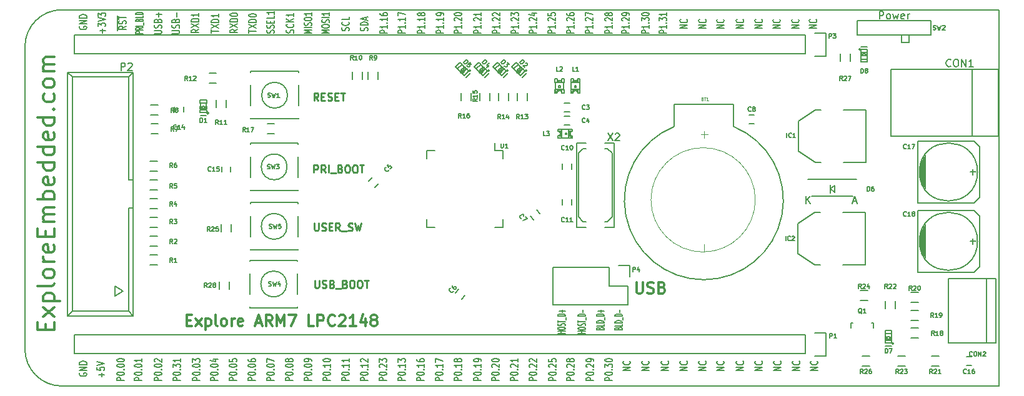
<source format=gbr>
G04 #@! TF.FileFunction,Legend,Top*
%FSLAX46Y46*%
G04 Gerber Fmt 4.6, Leading zero omitted, Abs format (unit mm)*
G04 Created by KiCad (PCBNEW (2015-01-16 BZR 5376)-product) date 7/24/2015 3:21:33 PM*
%MOMM*%
G01*
G04 APERTURE LIST*
%ADD10C,0.100000*%
%ADD11C,0.250000*%
%ADD12C,0.375000*%
%ADD13C,0.300000*%
%ADD14C,0.127000*%
%ADD15C,0.190500*%
%ADD16C,0.171450*%
%ADD17C,0.177800*%
%ADD18C,0.150000*%
%ADD19C,0.203200*%
%ADD20C,0.101600*%
%ADD21C,0.088900*%
G04 APERTURE END LIST*
D10*
D11*
X98282571Y-77684381D02*
X98282571Y-78493905D01*
X98330190Y-78589143D01*
X98377809Y-78636762D01*
X98473047Y-78684381D01*
X98663524Y-78684381D01*
X98758762Y-78636762D01*
X98806381Y-78589143D01*
X98854000Y-78493905D01*
X98854000Y-77684381D01*
X99282571Y-78636762D02*
X99425428Y-78684381D01*
X99663524Y-78684381D01*
X99758762Y-78636762D01*
X99806381Y-78589143D01*
X99854000Y-78493905D01*
X99854000Y-78398667D01*
X99806381Y-78303429D01*
X99758762Y-78255810D01*
X99663524Y-78208190D01*
X99473047Y-78160571D01*
X99377809Y-78112952D01*
X99330190Y-78065333D01*
X99282571Y-77970095D01*
X99282571Y-77874857D01*
X99330190Y-77779619D01*
X99377809Y-77732000D01*
X99473047Y-77684381D01*
X99711143Y-77684381D01*
X99854000Y-77732000D01*
X100615905Y-78160571D02*
X100758762Y-78208190D01*
X100806381Y-78255810D01*
X100854000Y-78351048D01*
X100854000Y-78493905D01*
X100806381Y-78589143D01*
X100758762Y-78636762D01*
X100663524Y-78684381D01*
X100282571Y-78684381D01*
X100282571Y-77684381D01*
X100615905Y-77684381D01*
X100711143Y-77732000D01*
X100758762Y-77779619D01*
X100806381Y-77874857D01*
X100806381Y-77970095D01*
X100758762Y-78065333D01*
X100711143Y-78112952D01*
X100615905Y-78160571D01*
X100282571Y-78160571D01*
X101044476Y-78779619D02*
X101806381Y-78779619D01*
X102377810Y-78160571D02*
X102520667Y-78208190D01*
X102568286Y-78255810D01*
X102615905Y-78351048D01*
X102615905Y-78493905D01*
X102568286Y-78589143D01*
X102520667Y-78636762D01*
X102425429Y-78684381D01*
X102044476Y-78684381D01*
X102044476Y-77684381D01*
X102377810Y-77684381D01*
X102473048Y-77732000D01*
X102520667Y-77779619D01*
X102568286Y-77874857D01*
X102568286Y-77970095D01*
X102520667Y-78065333D01*
X102473048Y-78112952D01*
X102377810Y-78160571D01*
X102044476Y-78160571D01*
X103234952Y-77684381D02*
X103425429Y-77684381D01*
X103520667Y-77732000D01*
X103615905Y-77827238D01*
X103663524Y-78017714D01*
X103663524Y-78351048D01*
X103615905Y-78541524D01*
X103520667Y-78636762D01*
X103425429Y-78684381D01*
X103234952Y-78684381D01*
X103139714Y-78636762D01*
X103044476Y-78541524D01*
X102996857Y-78351048D01*
X102996857Y-78017714D01*
X103044476Y-77827238D01*
X103139714Y-77732000D01*
X103234952Y-77684381D01*
X104282571Y-77684381D02*
X104473048Y-77684381D01*
X104568286Y-77732000D01*
X104663524Y-77827238D01*
X104711143Y-78017714D01*
X104711143Y-78351048D01*
X104663524Y-78541524D01*
X104568286Y-78636762D01*
X104473048Y-78684381D01*
X104282571Y-78684381D01*
X104187333Y-78636762D01*
X104092095Y-78541524D01*
X104044476Y-78351048D01*
X104044476Y-78017714D01*
X104092095Y-77827238D01*
X104187333Y-77732000D01*
X104282571Y-77684381D01*
X104996857Y-77684381D02*
X105568286Y-77684381D01*
X105282571Y-78684381D02*
X105282571Y-77684381D01*
X98203143Y-69937381D02*
X98203143Y-70746905D01*
X98250762Y-70842143D01*
X98298381Y-70889762D01*
X98393619Y-70937381D01*
X98584096Y-70937381D01*
X98679334Y-70889762D01*
X98726953Y-70842143D01*
X98774572Y-70746905D01*
X98774572Y-69937381D01*
X99203143Y-70889762D02*
X99346000Y-70937381D01*
X99584096Y-70937381D01*
X99679334Y-70889762D01*
X99726953Y-70842143D01*
X99774572Y-70746905D01*
X99774572Y-70651667D01*
X99726953Y-70556429D01*
X99679334Y-70508810D01*
X99584096Y-70461190D01*
X99393619Y-70413571D01*
X99298381Y-70365952D01*
X99250762Y-70318333D01*
X99203143Y-70223095D01*
X99203143Y-70127857D01*
X99250762Y-70032619D01*
X99298381Y-69985000D01*
X99393619Y-69937381D01*
X99631715Y-69937381D01*
X99774572Y-69985000D01*
X100203143Y-70413571D02*
X100536477Y-70413571D01*
X100679334Y-70937381D02*
X100203143Y-70937381D01*
X100203143Y-69937381D01*
X100679334Y-69937381D01*
X101679334Y-70937381D02*
X101346000Y-70461190D01*
X101107905Y-70937381D02*
X101107905Y-69937381D01*
X101488858Y-69937381D01*
X101584096Y-69985000D01*
X101631715Y-70032619D01*
X101679334Y-70127857D01*
X101679334Y-70270714D01*
X101631715Y-70365952D01*
X101584096Y-70413571D01*
X101488858Y-70461190D01*
X101107905Y-70461190D01*
X101869810Y-71032619D02*
X102631715Y-71032619D01*
X102822191Y-70889762D02*
X102965048Y-70937381D01*
X103203144Y-70937381D01*
X103298382Y-70889762D01*
X103346001Y-70842143D01*
X103393620Y-70746905D01*
X103393620Y-70651667D01*
X103346001Y-70556429D01*
X103298382Y-70508810D01*
X103203144Y-70461190D01*
X103012667Y-70413571D01*
X102917429Y-70365952D01*
X102869810Y-70318333D01*
X102822191Y-70223095D01*
X102822191Y-70127857D01*
X102869810Y-70032619D01*
X102917429Y-69985000D01*
X103012667Y-69937381D01*
X103250763Y-69937381D01*
X103393620Y-69985000D01*
X103726953Y-69937381D02*
X103965048Y-70937381D01*
X104155525Y-70223095D01*
X104346001Y-70937381D01*
X104584096Y-69937381D01*
X98163476Y-63063381D02*
X98163476Y-62063381D01*
X98544429Y-62063381D01*
X98639667Y-62111000D01*
X98687286Y-62158619D01*
X98734905Y-62253857D01*
X98734905Y-62396714D01*
X98687286Y-62491952D01*
X98639667Y-62539571D01*
X98544429Y-62587190D01*
X98163476Y-62587190D01*
X99734905Y-63063381D02*
X99401571Y-62587190D01*
X99163476Y-63063381D02*
X99163476Y-62063381D01*
X99544429Y-62063381D01*
X99639667Y-62111000D01*
X99687286Y-62158619D01*
X99734905Y-62253857D01*
X99734905Y-62396714D01*
X99687286Y-62491952D01*
X99639667Y-62539571D01*
X99544429Y-62587190D01*
X99163476Y-62587190D01*
X100163476Y-63063381D02*
X100163476Y-62063381D01*
X100401571Y-63158619D02*
X101163476Y-63158619D01*
X101734905Y-62539571D02*
X101877762Y-62587190D01*
X101925381Y-62634810D01*
X101973000Y-62730048D01*
X101973000Y-62872905D01*
X101925381Y-62968143D01*
X101877762Y-63015762D01*
X101782524Y-63063381D01*
X101401571Y-63063381D01*
X101401571Y-62063381D01*
X101734905Y-62063381D01*
X101830143Y-62111000D01*
X101877762Y-62158619D01*
X101925381Y-62253857D01*
X101925381Y-62349095D01*
X101877762Y-62444333D01*
X101830143Y-62491952D01*
X101734905Y-62539571D01*
X101401571Y-62539571D01*
X102592047Y-62063381D02*
X102782524Y-62063381D01*
X102877762Y-62111000D01*
X102973000Y-62206238D01*
X103020619Y-62396714D01*
X103020619Y-62730048D01*
X102973000Y-62920524D01*
X102877762Y-63015762D01*
X102782524Y-63063381D01*
X102592047Y-63063381D01*
X102496809Y-63015762D01*
X102401571Y-62920524D01*
X102353952Y-62730048D01*
X102353952Y-62396714D01*
X102401571Y-62206238D01*
X102496809Y-62111000D01*
X102592047Y-62063381D01*
X103639666Y-62063381D02*
X103830143Y-62063381D01*
X103925381Y-62111000D01*
X104020619Y-62206238D01*
X104068238Y-62396714D01*
X104068238Y-62730048D01*
X104020619Y-62920524D01*
X103925381Y-63015762D01*
X103830143Y-63063381D01*
X103639666Y-63063381D01*
X103544428Y-63015762D01*
X103449190Y-62920524D01*
X103401571Y-62730048D01*
X103401571Y-62396714D01*
X103449190Y-62206238D01*
X103544428Y-62111000D01*
X103639666Y-62063381D01*
X104353952Y-62063381D02*
X104925381Y-62063381D01*
X104639666Y-63063381D02*
X104639666Y-62063381D01*
X98750619Y-53284381D02*
X98417285Y-52808190D01*
X98179190Y-53284381D02*
X98179190Y-52284381D01*
X98560143Y-52284381D01*
X98655381Y-52332000D01*
X98703000Y-52379619D01*
X98750619Y-52474857D01*
X98750619Y-52617714D01*
X98703000Y-52712952D01*
X98655381Y-52760571D01*
X98560143Y-52808190D01*
X98179190Y-52808190D01*
X99179190Y-52760571D02*
X99512524Y-52760571D01*
X99655381Y-53284381D02*
X99179190Y-53284381D01*
X99179190Y-52284381D01*
X99655381Y-52284381D01*
X100036333Y-53236762D02*
X100179190Y-53284381D01*
X100417286Y-53284381D01*
X100512524Y-53236762D01*
X100560143Y-53189143D01*
X100607762Y-53093905D01*
X100607762Y-52998667D01*
X100560143Y-52903429D01*
X100512524Y-52855810D01*
X100417286Y-52808190D01*
X100226809Y-52760571D01*
X100131571Y-52712952D01*
X100083952Y-52665333D01*
X100036333Y-52570095D01*
X100036333Y-52474857D01*
X100083952Y-52379619D01*
X100131571Y-52332000D01*
X100226809Y-52284381D01*
X100464905Y-52284381D01*
X100607762Y-52332000D01*
X101036333Y-52760571D02*
X101369667Y-52760571D01*
X101512524Y-53284381D02*
X101036333Y-53284381D01*
X101036333Y-52284381D01*
X101512524Y-52284381D01*
X101798238Y-52284381D02*
X102369667Y-52284381D01*
X102083952Y-53284381D02*
X102083952Y-52284381D01*
D12*
X80932430Y-83077857D02*
X81432430Y-83077857D01*
X81646716Y-83863571D02*
X80932430Y-83863571D01*
X80932430Y-82363571D01*
X81646716Y-82363571D01*
X82146716Y-83863571D02*
X82932430Y-82863571D01*
X82146716Y-82863571D02*
X82932430Y-83863571D01*
X83503859Y-82863571D02*
X83503859Y-84363571D01*
X83503859Y-82935000D02*
X83646716Y-82863571D01*
X83932430Y-82863571D01*
X84075287Y-82935000D01*
X84146716Y-83006429D01*
X84218145Y-83149286D01*
X84218145Y-83577857D01*
X84146716Y-83720714D01*
X84075287Y-83792143D01*
X83932430Y-83863571D01*
X83646716Y-83863571D01*
X83503859Y-83792143D01*
X85075288Y-83863571D02*
X84932430Y-83792143D01*
X84861002Y-83649286D01*
X84861002Y-82363571D01*
X85861002Y-83863571D02*
X85718144Y-83792143D01*
X85646716Y-83720714D01*
X85575287Y-83577857D01*
X85575287Y-83149286D01*
X85646716Y-83006429D01*
X85718144Y-82935000D01*
X85861002Y-82863571D01*
X86075287Y-82863571D01*
X86218144Y-82935000D01*
X86289573Y-83006429D01*
X86361002Y-83149286D01*
X86361002Y-83577857D01*
X86289573Y-83720714D01*
X86218144Y-83792143D01*
X86075287Y-83863571D01*
X85861002Y-83863571D01*
X87003859Y-83863571D02*
X87003859Y-82863571D01*
X87003859Y-83149286D02*
X87075287Y-83006429D01*
X87146716Y-82935000D01*
X87289573Y-82863571D01*
X87432430Y-82863571D01*
X88503858Y-83792143D02*
X88361001Y-83863571D01*
X88075287Y-83863571D01*
X87932430Y-83792143D01*
X87861001Y-83649286D01*
X87861001Y-83077857D01*
X87932430Y-82935000D01*
X88075287Y-82863571D01*
X88361001Y-82863571D01*
X88503858Y-82935000D01*
X88575287Y-83077857D01*
X88575287Y-83220714D01*
X87861001Y-83363571D01*
X90289572Y-83435000D02*
X91003858Y-83435000D01*
X90146715Y-83863571D02*
X90646715Y-82363571D01*
X91146715Y-83863571D01*
X92503858Y-83863571D02*
X92003858Y-83149286D01*
X91646715Y-83863571D02*
X91646715Y-82363571D01*
X92218143Y-82363571D01*
X92361001Y-82435000D01*
X92432429Y-82506429D01*
X92503858Y-82649286D01*
X92503858Y-82863571D01*
X92432429Y-83006429D01*
X92361001Y-83077857D01*
X92218143Y-83149286D01*
X91646715Y-83149286D01*
X93146715Y-83863571D02*
X93146715Y-82363571D01*
X93646715Y-83435000D01*
X94146715Y-82363571D01*
X94146715Y-83863571D01*
X94718144Y-82363571D02*
X95718144Y-82363571D01*
X95075287Y-83863571D01*
X98146715Y-83863571D02*
X97432429Y-83863571D01*
X97432429Y-82363571D01*
X98646715Y-83863571D02*
X98646715Y-82363571D01*
X99218143Y-82363571D01*
X99361001Y-82435000D01*
X99432429Y-82506429D01*
X99503858Y-82649286D01*
X99503858Y-82863571D01*
X99432429Y-83006429D01*
X99361001Y-83077857D01*
X99218143Y-83149286D01*
X98646715Y-83149286D01*
X101003858Y-83720714D02*
X100932429Y-83792143D01*
X100718143Y-83863571D01*
X100575286Y-83863571D01*
X100361001Y-83792143D01*
X100218143Y-83649286D01*
X100146715Y-83506429D01*
X100075286Y-83220714D01*
X100075286Y-83006429D01*
X100146715Y-82720714D01*
X100218143Y-82577857D01*
X100361001Y-82435000D01*
X100575286Y-82363571D01*
X100718143Y-82363571D01*
X100932429Y-82435000D01*
X101003858Y-82506429D01*
X101575286Y-82506429D02*
X101646715Y-82435000D01*
X101789572Y-82363571D01*
X102146715Y-82363571D01*
X102289572Y-82435000D01*
X102361001Y-82506429D01*
X102432429Y-82649286D01*
X102432429Y-82792143D01*
X102361001Y-83006429D01*
X101503858Y-83863571D01*
X102432429Y-83863571D01*
X103861000Y-83863571D02*
X103003857Y-83863571D01*
X103432429Y-83863571D02*
X103432429Y-82363571D01*
X103289572Y-82577857D01*
X103146714Y-82720714D01*
X103003857Y-82792143D01*
X105146714Y-82863571D02*
X105146714Y-83863571D01*
X104789571Y-82292143D02*
X104432428Y-83363571D01*
X105361000Y-83363571D01*
X106146714Y-83006429D02*
X106003856Y-82935000D01*
X105932428Y-82863571D01*
X105860999Y-82720714D01*
X105860999Y-82649286D01*
X105932428Y-82506429D01*
X106003856Y-82435000D01*
X106146714Y-82363571D01*
X106432428Y-82363571D01*
X106575285Y-82435000D01*
X106646714Y-82506429D01*
X106718142Y-82649286D01*
X106718142Y-82720714D01*
X106646714Y-82863571D01*
X106575285Y-82935000D01*
X106432428Y-83006429D01*
X106146714Y-83006429D01*
X106003856Y-83077857D01*
X105932428Y-83149286D01*
X105860999Y-83292143D01*
X105860999Y-83577857D01*
X105932428Y-83720714D01*
X106003856Y-83792143D01*
X106146714Y-83863571D01*
X106432428Y-83863571D01*
X106575285Y-83792143D01*
X106646714Y-83720714D01*
X106718142Y-83577857D01*
X106718142Y-83292143D01*
X106646714Y-83149286D01*
X106575285Y-83077857D01*
X106432428Y-83006429D01*
D13*
X141857143Y-77928571D02*
X141857143Y-79142857D01*
X141928571Y-79285714D01*
X142000000Y-79357143D01*
X142142857Y-79428571D01*
X142428571Y-79428571D01*
X142571429Y-79357143D01*
X142642857Y-79285714D01*
X142714286Y-79142857D01*
X142714286Y-77928571D01*
X143357143Y-79357143D02*
X143571429Y-79428571D01*
X143928572Y-79428571D01*
X144071429Y-79357143D01*
X144142858Y-79285714D01*
X144214286Y-79142857D01*
X144214286Y-79000000D01*
X144142858Y-78857143D01*
X144071429Y-78785714D01*
X143928572Y-78714286D01*
X143642858Y-78642857D01*
X143500000Y-78571429D01*
X143428572Y-78500000D01*
X143357143Y-78357143D01*
X143357143Y-78214286D01*
X143428572Y-78071429D01*
X143500000Y-78000000D01*
X143642858Y-77928571D01*
X144000000Y-77928571D01*
X144214286Y-78000000D01*
X145357143Y-78642857D02*
X145571429Y-78714286D01*
X145642857Y-78785714D01*
X145714286Y-78928571D01*
X145714286Y-79142857D01*
X145642857Y-79285714D01*
X145571429Y-79357143D01*
X145428571Y-79428571D01*
X144857143Y-79428571D01*
X144857143Y-77928571D01*
X145357143Y-77928571D01*
X145500000Y-78000000D01*
X145571429Y-78071429D01*
X145642857Y-78214286D01*
X145642857Y-78357143D01*
X145571429Y-78500000D01*
X145500000Y-78571429D01*
X145357143Y-78642857D01*
X144857143Y-78642857D01*
D14*
X139427429Y-84185333D02*
X139475810Y-84112762D01*
X139524190Y-84088571D01*
X139620952Y-84064381D01*
X139766095Y-84064381D01*
X139862857Y-84088571D01*
X139911238Y-84112762D01*
X139959619Y-84161143D01*
X139959619Y-84354667D01*
X138943619Y-84354667D01*
X138943619Y-84185333D01*
X138992000Y-84136952D01*
X139040381Y-84112762D01*
X139137143Y-84088571D01*
X139233905Y-84088571D01*
X139330667Y-84112762D01*
X139379048Y-84136952D01*
X139427429Y-84185333D01*
X139427429Y-84354667D01*
X139959619Y-83604762D02*
X139959619Y-83846667D01*
X138943619Y-83846667D01*
X139959619Y-83435429D02*
X138943619Y-83435429D01*
X138943619Y-83314476D01*
X138992000Y-83241905D01*
X139088762Y-83193524D01*
X139185524Y-83169333D01*
X139379048Y-83145143D01*
X139524190Y-83145143D01*
X139717714Y-83169333D01*
X139814476Y-83193524D01*
X139911238Y-83241905D01*
X139959619Y-83314476D01*
X139959619Y-83435429D01*
X140056381Y-83048381D02*
X140056381Y-82661333D01*
X139959619Y-82540381D02*
X138943619Y-82540381D01*
X138943619Y-82419428D01*
X138992000Y-82346857D01*
X139088762Y-82298476D01*
X139185524Y-82274285D01*
X139379048Y-82250095D01*
X139524190Y-82250095D01*
X139717714Y-82274285D01*
X139814476Y-82298476D01*
X139911238Y-82346857D01*
X139959619Y-82419428D01*
X139959619Y-82540381D01*
X139572571Y-82032381D02*
X139572571Y-81645333D01*
X136927429Y-84185333D02*
X136975810Y-84112762D01*
X137024190Y-84088571D01*
X137120952Y-84064381D01*
X137266095Y-84064381D01*
X137362857Y-84088571D01*
X137411238Y-84112762D01*
X137459619Y-84161143D01*
X137459619Y-84354667D01*
X136443619Y-84354667D01*
X136443619Y-84185333D01*
X136492000Y-84136952D01*
X136540381Y-84112762D01*
X136637143Y-84088571D01*
X136733905Y-84088571D01*
X136830667Y-84112762D01*
X136879048Y-84136952D01*
X136927429Y-84185333D01*
X136927429Y-84354667D01*
X137459619Y-83604762D02*
X137459619Y-83846667D01*
X136443619Y-83846667D01*
X137459619Y-83435429D02*
X136443619Y-83435429D01*
X136443619Y-83314476D01*
X136492000Y-83241905D01*
X136588762Y-83193524D01*
X136685524Y-83169333D01*
X136879048Y-83145143D01*
X137024190Y-83145143D01*
X137217714Y-83169333D01*
X137314476Y-83193524D01*
X137411238Y-83241905D01*
X137459619Y-83314476D01*
X137459619Y-83435429D01*
X137556381Y-83048381D02*
X137556381Y-82661333D01*
X137459619Y-82540381D02*
X136443619Y-82540381D01*
X136443619Y-82419428D01*
X136492000Y-82346857D01*
X136588762Y-82298476D01*
X136685524Y-82274285D01*
X136879048Y-82250095D01*
X137024190Y-82250095D01*
X137217714Y-82274285D01*
X137314476Y-82298476D01*
X137411238Y-82346857D01*
X137459619Y-82419428D01*
X137459619Y-82540381D01*
X137072571Y-82032381D02*
X137072571Y-81645333D01*
X137459619Y-81838857D02*
X136685524Y-81838857D01*
X134959619Y-84858667D02*
X133943619Y-84858667D01*
X134427429Y-84858667D02*
X134427429Y-84568381D01*
X134959619Y-84568381D02*
X133943619Y-84568381D01*
X133943619Y-84229715D02*
X133943619Y-84132953D01*
X133992000Y-84084572D01*
X134088762Y-84036191D01*
X134282286Y-84012000D01*
X134620952Y-84012000D01*
X134814476Y-84036191D01*
X134911238Y-84084572D01*
X134959619Y-84132953D01*
X134959619Y-84229715D01*
X134911238Y-84278096D01*
X134814476Y-84326477D01*
X134620952Y-84350667D01*
X134282286Y-84350667D01*
X134088762Y-84326477D01*
X133992000Y-84278096D01*
X133943619Y-84229715D01*
X134911238Y-83818477D02*
X134959619Y-83745906D01*
X134959619Y-83624953D01*
X134911238Y-83576572D01*
X134862857Y-83552382D01*
X134766095Y-83528191D01*
X134669333Y-83528191D01*
X134572571Y-83552382D01*
X134524190Y-83576572D01*
X134475810Y-83624953D01*
X134427429Y-83721715D01*
X134379048Y-83770096D01*
X134330667Y-83794287D01*
X134233905Y-83818477D01*
X134137143Y-83818477D01*
X134040381Y-83794287D01*
X133992000Y-83770096D01*
X133943619Y-83721715D01*
X133943619Y-83600763D01*
X133992000Y-83528191D01*
X133943619Y-83383048D02*
X133943619Y-83092762D01*
X134959619Y-83237905D02*
X133943619Y-83237905D01*
X135056381Y-83044381D02*
X135056381Y-82657333D01*
X134959619Y-82536381D02*
X133943619Y-82536381D01*
X133943619Y-82415428D01*
X133992000Y-82342857D01*
X134088762Y-82294476D01*
X134185524Y-82270285D01*
X134379048Y-82246095D01*
X134524190Y-82246095D01*
X134717714Y-82270285D01*
X134814476Y-82294476D01*
X134911238Y-82342857D01*
X134959619Y-82415428D01*
X134959619Y-82536381D01*
X134572571Y-82028381D02*
X134572571Y-81641333D01*
X132209619Y-84858667D02*
X131193619Y-84858667D01*
X131677429Y-84858667D02*
X131677429Y-84568381D01*
X132209619Y-84568381D02*
X131193619Y-84568381D01*
X131193619Y-84229715D02*
X131193619Y-84132953D01*
X131242000Y-84084572D01*
X131338762Y-84036191D01*
X131532286Y-84012000D01*
X131870952Y-84012000D01*
X132064476Y-84036191D01*
X132161238Y-84084572D01*
X132209619Y-84132953D01*
X132209619Y-84229715D01*
X132161238Y-84278096D01*
X132064476Y-84326477D01*
X131870952Y-84350667D01*
X131532286Y-84350667D01*
X131338762Y-84326477D01*
X131242000Y-84278096D01*
X131193619Y-84229715D01*
X132161238Y-83818477D02*
X132209619Y-83745906D01*
X132209619Y-83624953D01*
X132161238Y-83576572D01*
X132112857Y-83552382D01*
X132016095Y-83528191D01*
X131919333Y-83528191D01*
X131822571Y-83552382D01*
X131774190Y-83576572D01*
X131725810Y-83624953D01*
X131677429Y-83721715D01*
X131629048Y-83770096D01*
X131580667Y-83794287D01*
X131483905Y-83818477D01*
X131387143Y-83818477D01*
X131290381Y-83794287D01*
X131242000Y-83770096D01*
X131193619Y-83721715D01*
X131193619Y-83600763D01*
X131242000Y-83528191D01*
X131193619Y-83383048D02*
X131193619Y-83092762D01*
X132209619Y-83237905D02*
X131193619Y-83237905D01*
X132306381Y-83044381D02*
X132306381Y-82657333D01*
X132209619Y-82536381D02*
X131193619Y-82536381D01*
X131193619Y-82415428D01*
X131242000Y-82342857D01*
X131338762Y-82294476D01*
X131435524Y-82270285D01*
X131629048Y-82246095D01*
X131774190Y-82246095D01*
X131967714Y-82270285D01*
X132064476Y-82294476D01*
X132161238Y-82342857D01*
X132209619Y-82415428D01*
X132209619Y-82536381D01*
X131822571Y-82028381D02*
X131822571Y-81641333D01*
X132209619Y-81834857D02*
X131435524Y-81834857D01*
D15*
X166321619Y-43524714D02*
X165305619Y-43524714D01*
X166321619Y-43089286D01*
X165305619Y-43089286D01*
X166224857Y-42291000D02*
X166273238Y-42327286D01*
X166321619Y-42436143D01*
X166321619Y-42508714D01*
X166273238Y-42617571D01*
X166176476Y-42690143D01*
X166079714Y-42726428D01*
X165886190Y-42762714D01*
X165741048Y-42762714D01*
X165547524Y-42726428D01*
X165450762Y-42690143D01*
X165354000Y-42617571D01*
X165305619Y-42508714D01*
X165305619Y-42436143D01*
X165354000Y-42327286D01*
X165402381Y-42291000D01*
X163908619Y-43524714D02*
X162892619Y-43524714D01*
X163908619Y-43089286D01*
X162892619Y-43089286D01*
X163811857Y-42291000D02*
X163860238Y-42327286D01*
X163908619Y-42436143D01*
X163908619Y-42508714D01*
X163860238Y-42617571D01*
X163763476Y-42690143D01*
X163666714Y-42726428D01*
X163473190Y-42762714D01*
X163328048Y-42762714D01*
X163134524Y-42726428D01*
X163037762Y-42690143D01*
X162941000Y-42617571D01*
X162892619Y-42508714D01*
X162892619Y-42436143D01*
X162941000Y-42327286D01*
X162989381Y-42291000D01*
X161368619Y-43524714D02*
X160352619Y-43524714D01*
X161368619Y-43089286D01*
X160352619Y-43089286D01*
X161271857Y-42291000D02*
X161320238Y-42327286D01*
X161368619Y-42436143D01*
X161368619Y-42508714D01*
X161320238Y-42617571D01*
X161223476Y-42690143D01*
X161126714Y-42726428D01*
X160933190Y-42762714D01*
X160788048Y-42762714D01*
X160594524Y-42726428D01*
X160497762Y-42690143D01*
X160401000Y-42617571D01*
X160352619Y-42508714D01*
X160352619Y-42436143D01*
X160401000Y-42327286D01*
X160449381Y-42291000D01*
X158955619Y-43524714D02*
X157939619Y-43524714D01*
X158955619Y-43089286D01*
X157939619Y-43089286D01*
X158858857Y-42291000D02*
X158907238Y-42327286D01*
X158955619Y-42436143D01*
X158955619Y-42508714D01*
X158907238Y-42617571D01*
X158810476Y-42690143D01*
X158713714Y-42726428D01*
X158520190Y-42762714D01*
X158375048Y-42762714D01*
X158181524Y-42726428D01*
X158084762Y-42690143D01*
X157988000Y-42617571D01*
X157939619Y-42508714D01*
X157939619Y-42436143D01*
X157988000Y-42327286D01*
X158036381Y-42291000D01*
X156415619Y-43524714D02*
X155399619Y-43524714D01*
X156415619Y-43089286D01*
X155399619Y-43089286D01*
X156318857Y-42291000D02*
X156367238Y-42327286D01*
X156415619Y-42436143D01*
X156415619Y-42508714D01*
X156367238Y-42617571D01*
X156270476Y-42690143D01*
X156173714Y-42726428D01*
X155980190Y-42762714D01*
X155835048Y-42762714D01*
X155641524Y-42726428D01*
X155544762Y-42690143D01*
X155448000Y-42617571D01*
X155399619Y-42508714D01*
X155399619Y-42436143D01*
X155448000Y-42327286D01*
X155496381Y-42291000D01*
X153748619Y-43524714D02*
X152732619Y-43524714D01*
X153748619Y-43089286D01*
X152732619Y-43089286D01*
X153651857Y-42291000D02*
X153700238Y-42327286D01*
X153748619Y-42436143D01*
X153748619Y-42508714D01*
X153700238Y-42617571D01*
X153603476Y-42690143D01*
X153506714Y-42726428D01*
X153313190Y-42762714D01*
X153168048Y-42762714D01*
X152974524Y-42726428D01*
X152877762Y-42690143D01*
X152781000Y-42617571D01*
X152732619Y-42508714D01*
X152732619Y-42436143D01*
X152781000Y-42327286D01*
X152829381Y-42291000D01*
X151335619Y-43524714D02*
X150319619Y-43524714D01*
X151335619Y-43089286D01*
X150319619Y-43089286D01*
X151238857Y-42291000D02*
X151287238Y-42327286D01*
X151335619Y-42436143D01*
X151335619Y-42508714D01*
X151287238Y-42617571D01*
X151190476Y-42690143D01*
X151093714Y-42726428D01*
X150900190Y-42762714D01*
X150755048Y-42762714D01*
X150561524Y-42726428D01*
X150464762Y-42690143D01*
X150368000Y-42617571D01*
X150319619Y-42508714D01*
X150319619Y-42436143D01*
X150368000Y-42327286D01*
X150416381Y-42291000D01*
X148795619Y-43524714D02*
X147779619Y-43524714D01*
X148795619Y-43089286D01*
X147779619Y-43089286D01*
X148698857Y-42291000D02*
X148747238Y-42327286D01*
X148795619Y-42436143D01*
X148795619Y-42508714D01*
X148747238Y-42617571D01*
X148650476Y-42690143D01*
X148553714Y-42726428D01*
X148360190Y-42762714D01*
X148215048Y-42762714D01*
X148021524Y-42726428D01*
X147924762Y-42690143D01*
X147828000Y-42617571D01*
X147779619Y-42508714D01*
X147779619Y-42436143D01*
X147828000Y-42327286D01*
X147876381Y-42291000D01*
X166448619Y-89879714D02*
X165432619Y-89879714D01*
X166448619Y-89444286D01*
X165432619Y-89444286D01*
X166351857Y-88646000D02*
X166400238Y-88682286D01*
X166448619Y-88791143D01*
X166448619Y-88863714D01*
X166400238Y-88972571D01*
X166303476Y-89045143D01*
X166206714Y-89081428D01*
X166013190Y-89117714D01*
X165868048Y-89117714D01*
X165674524Y-89081428D01*
X165577762Y-89045143D01*
X165481000Y-88972571D01*
X165432619Y-88863714D01*
X165432619Y-88791143D01*
X165481000Y-88682286D01*
X165529381Y-88646000D01*
X164035619Y-89879714D02*
X163019619Y-89879714D01*
X164035619Y-89444286D01*
X163019619Y-89444286D01*
X163938857Y-88646000D02*
X163987238Y-88682286D01*
X164035619Y-88791143D01*
X164035619Y-88863714D01*
X163987238Y-88972571D01*
X163890476Y-89045143D01*
X163793714Y-89081428D01*
X163600190Y-89117714D01*
X163455048Y-89117714D01*
X163261524Y-89081428D01*
X163164762Y-89045143D01*
X163068000Y-88972571D01*
X163019619Y-88863714D01*
X163019619Y-88791143D01*
X163068000Y-88682286D01*
X163116381Y-88646000D01*
X161495619Y-89879714D02*
X160479619Y-89879714D01*
X161495619Y-89444286D01*
X160479619Y-89444286D01*
X161398857Y-88646000D02*
X161447238Y-88682286D01*
X161495619Y-88791143D01*
X161495619Y-88863714D01*
X161447238Y-88972571D01*
X161350476Y-89045143D01*
X161253714Y-89081428D01*
X161060190Y-89117714D01*
X160915048Y-89117714D01*
X160721524Y-89081428D01*
X160624762Y-89045143D01*
X160528000Y-88972571D01*
X160479619Y-88863714D01*
X160479619Y-88791143D01*
X160528000Y-88682286D01*
X160576381Y-88646000D01*
X158955619Y-89879714D02*
X157939619Y-89879714D01*
X158955619Y-89444286D01*
X157939619Y-89444286D01*
X158858857Y-88646000D02*
X158907238Y-88682286D01*
X158955619Y-88791143D01*
X158955619Y-88863714D01*
X158907238Y-88972571D01*
X158810476Y-89045143D01*
X158713714Y-89081428D01*
X158520190Y-89117714D01*
X158375048Y-89117714D01*
X158181524Y-89081428D01*
X158084762Y-89045143D01*
X157988000Y-88972571D01*
X157939619Y-88863714D01*
X157939619Y-88791143D01*
X157988000Y-88682286D01*
X158036381Y-88646000D01*
X156415619Y-89879714D02*
X155399619Y-89879714D01*
X156415619Y-89444286D01*
X155399619Y-89444286D01*
X156318857Y-88646000D02*
X156367238Y-88682286D01*
X156415619Y-88791143D01*
X156415619Y-88863714D01*
X156367238Y-88972571D01*
X156270476Y-89045143D01*
X156173714Y-89081428D01*
X155980190Y-89117714D01*
X155835048Y-89117714D01*
X155641524Y-89081428D01*
X155544762Y-89045143D01*
X155448000Y-88972571D01*
X155399619Y-88863714D01*
X155399619Y-88791143D01*
X155448000Y-88682286D01*
X155496381Y-88646000D01*
X153748619Y-89879714D02*
X152732619Y-89879714D01*
X153748619Y-89444286D01*
X152732619Y-89444286D01*
X153651857Y-88646000D02*
X153700238Y-88682286D01*
X153748619Y-88791143D01*
X153748619Y-88863714D01*
X153700238Y-88972571D01*
X153603476Y-89045143D01*
X153506714Y-89081428D01*
X153313190Y-89117714D01*
X153168048Y-89117714D01*
X152974524Y-89081428D01*
X152877762Y-89045143D01*
X152781000Y-88972571D01*
X152732619Y-88863714D01*
X152732619Y-88791143D01*
X152781000Y-88682286D01*
X152829381Y-88646000D01*
X151335619Y-89879714D02*
X150319619Y-89879714D01*
X151335619Y-89444286D01*
X150319619Y-89444286D01*
X151238857Y-88646000D02*
X151287238Y-88682286D01*
X151335619Y-88791143D01*
X151335619Y-88863714D01*
X151287238Y-88972571D01*
X151190476Y-89045143D01*
X151093714Y-89081428D01*
X150900190Y-89117714D01*
X150755048Y-89117714D01*
X150561524Y-89081428D01*
X150464762Y-89045143D01*
X150368000Y-88972571D01*
X150319619Y-88863714D01*
X150319619Y-88791143D01*
X150368000Y-88682286D01*
X150416381Y-88646000D01*
X148795619Y-89879714D02*
X147779619Y-89879714D01*
X148795619Y-89444286D01*
X147779619Y-89444286D01*
X148698857Y-88646000D02*
X148747238Y-88682286D01*
X148795619Y-88791143D01*
X148795619Y-88863714D01*
X148747238Y-88972571D01*
X148650476Y-89045143D01*
X148553714Y-89081428D01*
X148360190Y-89117714D01*
X148215048Y-89117714D01*
X148021524Y-89081428D01*
X147924762Y-89045143D01*
X147828000Y-88972571D01*
X147779619Y-88863714D01*
X147779619Y-88791143D01*
X147828000Y-88682286D01*
X147876381Y-88646000D01*
X146255619Y-89879714D02*
X145239619Y-89879714D01*
X146255619Y-89444286D01*
X145239619Y-89444286D01*
X146158857Y-88646000D02*
X146207238Y-88682286D01*
X146255619Y-88791143D01*
X146255619Y-88863714D01*
X146207238Y-88972571D01*
X146110476Y-89045143D01*
X146013714Y-89081428D01*
X145820190Y-89117714D01*
X145675048Y-89117714D01*
X145481524Y-89081428D01*
X145384762Y-89045143D01*
X145288000Y-88972571D01*
X145239619Y-88863714D01*
X145239619Y-88791143D01*
X145288000Y-88682286D01*
X145336381Y-88646000D01*
X143588619Y-89879714D02*
X142572619Y-89879714D01*
X143588619Y-89444286D01*
X142572619Y-89444286D01*
X143491857Y-88646000D02*
X143540238Y-88682286D01*
X143588619Y-88791143D01*
X143588619Y-88863714D01*
X143540238Y-88972571D01*
X143443476Y-89045143D01*
X143346714Y-89081428D01*
X143153190Y-89117714D01*
X143008048Y-89117714D01*
X142814524Y-89081428D01*
X142717762Y-89045143D01*
X142621000Y-88972571D01*
X142572619Y-88863714D01*
X142572619Y-88791143D01*
X142621000Y-88682286D01*
X142669381Y-88646000D01*
X141048619Y-89879714D02*
X140032619Y-89879714D01*
X141048619Y-89444286D01*
X140032619Y-89444286D01*
X140951857Y-88646000D02*
X141000238Y-88682286D01*
X141048619Y-88791143D01*
X141048619Y-88863714D01*
X141000238Y-88972571D01*
X140903476Y-89045143D01*
X140806714Y-89081428D01*
X140613190Y-89117714D01*
X140468048Y-89117714D01*
X140274524Y-89081428D01*
X140177762Y-89045143D01*
X140081000Y-88972571D01*
X140032619Y-88863714D01*
X140032619Y-88791143D01*
X140081000Y-88682286D01*
X140129381Y-88646000D01*
D13*
X61812714Y-84418716D02*
X61812714Y-83656716D01*
X63010143Y-83330145D02*
X63010143Y-84418716D01*
X60724143Y-84418716D01*
X60724143Y-83330145D01*
X63010143Y-82568145D02*
X61486143Y-81370716D01*
X61486143Y-82568145D02*
X63010143Y-81370716D01*
X61486143Y-80499859D02*
X63772143Y-80499859D01*
X61595000Y-80499859D02*
X61486143Y-80282145D01*
X61486143Y-79846716D01*
X61595000Y-79629002D01*
X61703857Y-79520145D01*
X61921571Y-79411288D01*
X62574714Y-79411288D01*
X62792429Y-79520145D01*
X62901286Y-79629002D01*
X63010143Y-79846716D01*
X63010143Y-80282145D01*
X62901286Y-80499859D01*
X63010143Y-78105002D02*
X62901286Y-78322716D01*
X62683571Y-78431573D01*
X60724143Y-78431573D01*
X63010143Y-76907573D02*
X62901286Y-77125287D01*
X62792429Y-77234144D01*
X62574714Y-77343001D01*
X61921571Y-77343001D01*
X61703857Y-77234144D01*
X61595000Y-77125287D01*
X61486143Y-76907573D01*
X61486143Y-76581001D01*
X61595000Y-76363287D01*
X61703857Y-76254430D01*
X61921571Y-76145573D01*
X62574714Y-76145573D01*
X62792429Y-76254430D01*
X62901286Y-76363287D01*
X63010143Y-76581001D01*
X63010143Y-76907573D01*
X63010143Y-75165858D02*
X61486143Y-75165858D01*
X61921571Y-75165858D02*
X61703857Y-75057001D01*
X61595000Y-74948144D01*
X61486143Y-74730430D01*
X61486143Y-74512715D01*
X62901286Y-72879858D02*
X63010143Y-73097572D01*
X63010143Y-73533001D01*
X62901286Y-73750715D01*
X62683571Y-73859572D01*
X61812714Y-73859572D01*
X61595000Y-73750715D01*
X61486143Y-73533001D01*
X61486143Y-73097572D01*
X61595000Y-72879858D01*
X61812714Y-72771001D01*
X62030429Y-72771001D01*
X62248143Y-73859572D01*
X61812714Y-71791286D02*
X61812714Y-71029286D01*
X63010143Y-70702715D02*
X63010143Y-71791286D01*
X60724143Y-71791286D01*
X60724143Y-70702715D01*
X63010143Y-69723000D02*
X61486143Y-69723000D01*
X61703857Y-69723000D02*
X61595000Y-69614143D01*
X61486143Y-69396429D01*
X61486143Y-69069857D01*
X61595000Y-68852143D01*
X61812714Y-68743286D01*
X63010143Y-68743286D01*
X61812714Y-68743286D02*
X61595000Y-68634429D01*
X61486143Y-68416715D01*
X61486143Y-68090143D01*
X61595000Y-67872429D01*
X61812714Y-67763572D01*
X63010143Y-67763572D01*
X63010143Y-66675000D02*
X60724143Y-66675000D01*
X61595000Y-66675000D02*
X61486143Y-66457286D01*
X61486143Y-66021857D01*
X61595000Y-65804143D01*
X61703857Y-65695286D01*
X61921571Y-65586429D01*
X62574714Y-65586429D01*
X62792429Y-65695286D01*
X62901286Y-65804143D01*
X63010143Y-66021857D01*
X63010143Y-66457286D01*
X62901286Y-66675000D01*
X62901286Y-63735857D02*
X63010143Y-63953571D01*
X63010143Y-64389000D01*
X62901286Y-64606714D01*
X62683571Y-64715571D01*
X61812714Y-64715571D01*
X61595000Y-64606714D01*
X61486143Y-64389000D01*
X61486143Y-63953571D01*
X61595000Y-63735857D01*
X61812714Y-63627000D01*
X62030429Y-63627000D01*
X62248143Y-64715571D01*
X63010143Y-61667571D02*
X60724143Y-61667571D01*
X62901286Y-61667571D02*
X63010143Y-61885285D01*
X63010143Y-62320714D01*
X62901286Y-62538428D01*
X62792429Y-62647285D01*
X62574714Y-62756142D01*
X61921571Y-62756142D01*
X61703857Y-62647285D01*
X61595000Y-62538428D01*
X61486143Y-62320714D01*
X61486143Y-61885285D01*
X61595000Y-61667571D01*
X63010143Y-59599285D02*
X60724143Y-59599285D01*
X62901286Y-59599285D02*
X63010143Y-59816999D01*
X63010143Y-60252428D01*
X62901286Y-60470142D01*
X62792429Y-60578999D01*
X62574714Y-60687856D01*
X61921571Y-60687856D01*
X61703857Y-60578999D01*
X61595000Y-60470142D01*
X61486143Y-60252428D01*
X61486143Y-59816999D01*
X61595000Y-59599285D01*
X62901286Y-57639856D02*
X63010143Y-57857570D01*
X63010143Y-58292999D01*
X62901286Y-58510713D01*
X62683571Y-58619570D01*
X61812714Y-58619570D01*
X61595000Y-58510713D01*
X61486143Y-58292999D01*
X61486143Y-57857570D01*
X61595000Y-57639856D01*
X61812714Y-57530999D01*
X62030429Y-57530999D01*
X62248143Y-58619570D01*
X63010143Y-55571570D02*
X60724143Y-55571570D01*
X62901286Y-55571570D02*
X63010143Y-55789284D01*
X63010143Y-56224713D01*
X62901286Y-56442427D01*
X62792429Y-56551284D01*
X62574714Y-56660141D01*
X61921571Y-56660141D01*
X61703857Y-56551284D01*
X61595000Y-56442427D01*
X61486143Y-56224713D01*
X61486143Y-55789284D01*
X61595000Y-55571570D01*
X62792429Y-54482998D02*
X62901286Y-54374141D01*
X63010143Y-54482998D01*
X62901286Y-54591855D01*
X62792429Y-54482998D01*
X63010143Y-54482998D01*
X62901286Y-52414713D02*
X63010143Y-52632427D01*
X63010143Y-53067856D01*
X62901286Y-53285570D01*
X62792429Y-53394427D01*
X62574714Y-53503284D01*
X61921571Y-53503284D01*
X61703857Y-53394427D01*
X61595000Y-53285570D01*
X61486143Y-53067856D01*
X61486143Y-52632427D01*
X61595000Y-52414713D01*
X63010143Y-51108427D02*
X62901286Y-51326141D01*
X62792429Y-51434998D01*
X62574714Y-51543855D01*
X61921571Y-51543855D01*
X61703857Y-51434998D01*
X61595000Y-51326141D01*
X61486143Y-51108427D01*
X61486143Y-50781855D01*
X61595000Y-50564141D01*
X61703857Y-50455284D01*
X61921571Y-50346427D01*
X62574714Y-50346427D01*
X62792429Y-50455284D01*
X62901286Y-50564141D01*
X63010143Y-50781855D01*
X63010143Y-51108427D01*
X63010143Y-49366712D02*
X61486143Y-49366712D01*
X61703857Y-49366712D02*
X61595000Y-49257855D01*
X61486143Y-49040141D01*
X61486143Y-48713569D01*
X61595000Y-48495855D01*
X61812714Y-48386998D01*
X63010143Y-48386998D01*
X61812714Y-48386998D02*
X61595000Y-48278141D01*
X61486143Y-48060427D01*
X61486143Y-47733855D01*
X61595000Y-47516141D01*
X61812714Y-47407284D01*
X63010143Y-47407284D01*
D16*
X100281619Y-44203256D02*
X99265619Y-44203256D01*
X99991333Y-43974656D01*
X99265619Y-43746056D01*
X100281619Y-43746056D01*
X99265619Y-43288857D02*
X99265619Y-43158228D01*
X99314000Y-43092914D01*
X99410762Y-43027600D01*
X99604286Y-42994942D01*
X99942952Y-42994942D01*
X100136476Y-43027600D01*
X100233238Y-43092914D01*
X100281619Y-43158228D01*
X100281619Y-43288857D01*
X100233238Y-43354171D01*
X100136476Y-43419485D01*
X99942952Y-43452142D01*
X99604286Y-43452142D01*
X99410762Y-43419485D01*
X99314000Y-43354171D01*
X99265619Y-43288857D01*
X100233238Y-42733685D02*
X100281619Y-42635714D01*
X100281619Y-42472428D01*
X100233238Y-42407114D01*
X100184857Y-42374457D01*
X100088095Y-42341800D01*
X99991333Y-42341800D01*
X99894571Y-42374457D01*
X99846190Y-42407114D01*
X99797810Y-42472428D01*
X99749429Y-42603057D01*
X99701048Y-42668371D01*
X99652667Y-42701028D01*
X99555905Y-42733685D01*
X99459143Y-42733685D01*
X99362381Y-42701028D01*
X99314000Y-42668371D01*
X99265619Y-42603057D01*
X99265619Y-42439771D01*
X99314000Y-42341800D01*
X100281619Y-42047885D02*
X99265619Y-42047885D01*
X100281619Y-41362086D02*
X100281619Y-41753971D01*
X100281619Y-41558029D02*
X99265619Y-41558029D01*
X99410762Y-41623343D01*
X99507524Y-41688657D01*
X99555905Y-41753971D01*
D15*
X69541571Y-44141571D02*
X69541571Y-43561000D01*
X69928619Y-43851286D02*
X69154524Y-43851286D01*
X68912619Y-43270714D02*
X68912619Y-42799000D01*
X69299667Y-43053000D01*
X69299667Y-42944142D01*
X69348048Y-42871571D01*
X69396429Y-42835285D01*
X69493190Y-42799000D01*
X69735095Y-42799000D01*
X69831857Y-42835285D01*
X69880238Y-42871571D01*
X69928619Y-42944142D01*
X69928619Y-43161857D01*
X69880238Y-43234428D01*
X69831857Y-43270714D01*
X68912619Y-42581286D02*
X69928619Y-42327286D01*
X68912619Y-42073286D01*
X68912619Y-41891857D02*
X68912619Y-41420143D01*
X69299667Y-41674143D01*
X69299667Y-41565285D01*
X69348048Y-41492714D01*
X69396429Y-41456428D01*
X69493190Y-41420143D01*
X69735095Y-41420143D01*
X69831857Y-41456428D01*
X69880238Y-41492714D01*
X69928619Y-41565285D01*
X69928619Y-41783000D01*
X69880238Y-41855571D01*
X69831857Y-41891857D01*
D17*
X146001619Y-44170600D02*
X144985619Y-44170600D01*
X144985619Y-43899666D01*
X145034000Y-43831933D01*
X145082381Y-43798066D01*
X145179143Y-43764200D01*
X145324286Y-43764200D01*
X145421048Y-43798066D01*
X145469429Y-43831933D01*
X145517810Y-43899666D01*
X145517810Y-44170600D01*
X146001619Y-43086866D02*
X146001619Y-43493266D01*
X146001619Y-43290066D02*
X144985619Y-43290066D01*
X145130762Y-43357800D01*
X145227524Y-43425533D01*
X145275905Y-43493266D01*
X145904857Y-42782067D02*
X145953238Y-42748200D01*
X146001619Y-42782067D01*
X145953238Y-42815933D01*
X145904857Y-42782067D01*
X146001619Y-42782067D01*
X144985619Y-42511133D02*
X144985619Y-42070866D01*
X145372667Y-42307933D01*
X145372667Y-42206333D01*
X145421048Y-42138600D01*
X145469429Y-42104733D01*
X145566190Y-42070866D01*
X145808095Y-42070866D01*
X145904857Y-42104733D01*
X145953238Y-42138600D01*
X146001619Y-42206333D01*
X146001619Y-42409533D01*
X145953238Y-42477266D01*
X145904857Y-42511133D01*
X146001619Y-41393533D02*
X146001619Y-41799933D01*
X146001619Y-41596733D02*
X144985619Y-41596733D01*
X145130762Y-41664467D01*
X145227524Y-41732200D01*
X145275905Y-41799933D01*
X143588619Y-44170600D02*
X142572619Y-44170600D01*
X142572619Y-43899666D01*
X142621000Y-43831933D01*
X142669381Y-43798066D01*
X142766143Y-43764200D01*
X142911286Y-43764200D01*
X143008048Y-43798066D01*
X143056429Y-43831933D01*
X143104810Y-43899666D01*
X143104810Y-44170600D01*
X143588619Y-43086866D02*
X143588619Y-43493266D01*
X143588619Y-43290066D02*
X142572619Y-43290066D01*
X142717762Y-43357800D01*
X142814524Y-43425533D01*
X142862905Y-43493266D01*
X143491857Y-42782067D02*
X143540238Y-42748200D01*
X143588619Y-42782067D01*
X143540238Y-42815933D01*
X143491857Y-42782067D01*
X143588619Y-42782067D01*
X142572619Y-42511133D02*
X142572619Y-42070866D01*
X142959667Y-42307933D01*
X142959667Y-42206333D01*
X143008048Y-42138600D01*
X143056429Y-42104733D01*
X143153190Y-42070866D01*
X143395095Y-42070866D01*
X143491857Y-42104733D01*
X143540238Y-42138600D01*
X143588619Y-42206333D01*
X143588619Y-42409533D01*
X143540238Y-42477266D01*
X143491857Y-42511133D01*
X142572619Y-41630600D02*
X142572619Y-41562867D01*
X142621000Y-41495133D01*
X142669381Y-41461267D01*
X142766143Y-41427400D01*
X142959667Y-41393533D01*
X143201571Y-41393533D01*
X143395095Y-41427400D01*
X143491857Y-41461267D01*
X143540238Y-41495133D01*
X143588619Y-41562867D01*
X143588619Y-41630600D01*
X143540238Y-41698333D01*
X143491857Y-41732200D01*
X143395095Y-41766067D01*
X143201571Y-41799933D01*
X142959667Y-41799933D01*
X142766143Y-41766067D01*
X142669381Y-41732200D01*
X142621000Y-41698333D01*
X142572619Y-41630600D01*
X140921619Y-44170600D02*
X139905619Y-44170600D01*
X139905619Y-43899666D01*
X139954000Y-43831933D01*
X140002381Y-43798066D01*
X140099143Y-43764200D01*
X140244286Y-43764200D01*
X140341048Y-43798066D01*
X140389429Y-43831933D01*
X140437810Y-43899666D01*
X140437810Y-44170600D01*
X140921619Y-43086866D02*
X140921619Y-43493266D01*
X140921619Y-43290066D02*
X139905619Y-43290066D01*
X140050762Y-43357800D01*
X140147524Y-43425533D01*
X140195905Y-43493266D01*
X140824857Y-42782067D02*
X140873238Y-42748200D01*
X140921619Y-42782067D01*
X140873238Y-42815933D01*
X140824857Y-42782067D01*
X140921619Y-42782067D01*
X140002381Y-42477266D02*
X139954000Y-42443400D01*
X139905619Y-42375666D01*
X139905619Y-42206333D01*
X139954000Y-42138600D01*
X140002381Y-42104733D01*
X140099143Y-42070866D01*
X140195905Y-42070866D01*
X140341048Y-42104733D01*
X140921619Y-42511133D01*
X140921619Y-42070866D01*
X140921619Y-41732200D02*
X140921619Y-41596733D01*
X140873238Y-41529000D01*
X140824857Y-41495133D01*
X140679714Y-41427400D01*
X140486190Y-41393533D01*
X140099143Y-41393533D01*
X140002381Y-41427400D01*
X139954000Y-41461267D01*
X139905619Y-41529000D01*
X139905619Y-41664467D01*
X139954000Y-41732200D01*
X140002381Y-41766067D01*
X140099143Y-41799933D01*
X140341048Y-41799933D01*
X140437810Y-41766067D01*
X140486190Y-41732200D01*
X140534571Y-41664467D01*
X140534571Y-41529000D01*
X140486190Y-41461267D01*
X140437810Y-41427400D01*
X140341048Y-41393533D01*
X138635619Y-44170600D02*
X137619619Y-44170600D01*
X137619619Y-43899666D01*
X137668000Y-43831933D01*
X137716381Y-43798066D01*
X137813143Y-43764200D01*
X137958286Y-43764200D01*
X138055048Y-43798066D01*
X138103429Y-43831933D01*
X138151810Y-43899666D01*
X138151810Y-44170600D01*
X138635619Y-43086866D02*
X138635619Y-43493266D01*
X138635619Y-43290066D02*
X137619619Y-43290066D01*
X137764762Y-43357800D01*
X137861524Y-43425533D01*
X137909905Y-43493266D01*
X138538857Y-42782067D02*
X138587238Y-42748200D01*
X138635619Y-42782067D01*
X138587238Y-42815933D01*
X138538857Y-42782067D01*
X138635619Y-42782067D01*
X137716381Y-42477266D02*
X137668000Y-42443400D01*
X137619619Y-42375666D01*
X137619619Y-42206333D01*
X137668000Y-42138600D01*
X137716381Y-42104733D01*
X137813143Y-42070866D01*
X137909905Y-42070866D01*
X138055048Y-42104733D01*
X138635619Y-42511133D01*
X138635619Y-42070866D01*
X138055048Y-41664467D02*
X138006667Y-41732200D01*
X137958286Y-41766067D01*
X137861524Y-41799933D01*
X137813143Y-41799933D01*
X137716381Y-41766067D01*
X137668000Y-41732200D01*
X137619619Y-41664467D01*
X137619619Y-41529000D01*
X137668000Y-41461267D01*
X137716381Y-41427400D01*
X137813143Y-41393533D01*
X137861524Y-41393533D01*
X137958286Y-41427400D01*
X138006667Y-41461267D01*
X138055048Y-41529000D01*
X138055048Y-41664467D01*
X138103429Y-41732200D01*
X138151810Y-41766067D01*
X138248571Y-41799933D01*
X138442095Y-41799933D01*
X138538857Y-41766067D01*
X138587238Y-41732200D01*
X138635619Y-41664467D01*
X138635619Y-41529000D01*
X138587238Y-41461267D01*
X138538857Y-41427400D01*
X138442095Y-41393533D01*
X138248571Y-41393533D01*
X138151810Y-41427400D01*
X138103429Y-41461267D01*
X138055048Y-41529000D01*
X135968619Y-44170600D02*
X134952619Y-44170600D01*
X134952619Y-43899666D01*
X135001000Y-43831933D01*
X135049381Y-43798066D01*
X135146143Y-43764200D01*
X135291286Y-43764200D01*
X135388048Y-43798066D01*
X135436429Y-43831933D01*
X135484810Y-43899666D01*
X135484810Y-44170600D01*
X135968619Y-43086866D02*
X135968619Y-43493266D01*
X135968619Y-43290066D02*
X134952619Y-43290066D01*
X135097762Y-43357800D01*
X135194524Y-43425533D01*
X135242905Y-43493266D01*
X135871857Y-42782067D02*
X135920238Y-42748200D01*
X135968619Y-42782067D01*
X135920238Y-42815933D01*
X135871857Y-42782067D01*
X135968619Y-42782067D01*
X135049381Y-42477266D02*
X135001000Y-42443400D01*
X134952619Y-42375666D01*
X134952619Y-42206333D01*
X135001000Y-42138600D01*
X135049381Y-42104733D01*
X135146143Y-42070866D01*
X135242905Y-42070866D01*
X135388048Y-42104733D01*
X135968619Y-42511133D01*
X135968619Y-42070866D01*
X134952619Y-41833800D02*
X134952619Y-41359667D01*
X135968619Y-41664467D01*
X133428619Y-44170600D02*
X132412619Y-44170600D01*
X132412619Y-43899666D01*
X132461000Y-43831933D01*
X132509381Y-43798066D01*
X132606143Y-43764200D01*
X132751286Y-43764200D01*
X132848048Y-43798066D01*
X132896429Y-43831933D01*
X132944810Y-43899666D01*
X132944810Y-44170600D01*
X133428619Y-43086866D02*
X133428619Y-43493266D01*
X133428619Y-43290066D02*
X132412619Y-43290066D01*
X132557762Y-43357800D01*
X132654524Y-43425533D01*
X132702905Y-43493266D01*
X133331857Y-42782067D02*
X133380238Y-42748200D01*
X133428619Y-42782067D01*
X133380238Y-42815933D01*
X133331857Y-42782067D01*
X133428619Y-42782067D01*
X132509381Y-42477266D02*
X132461000Y-42443400D01*
X132412619Y-42375666D01*
X132412619Y-42206333D01*
X132461000Y-42138600D01*
X132509381Y-42104733D01*
X132606143Y-42070866D01*
X132702905Y-42070866D01*
X132848048Y-42104733D01*
X133428619Y-42511133D01*
X133428619Y-42070866D01*
X132412619Y-41461267D02*
X132412619Y-41596733D01*
X132461000Y-41664467D01*
X132509381Y-41698333D01*
X132654524Y-41766067D01*
X132848048Y-41799933D01*
X133235095Y-41799933D01*
X133331857Y-41766067D01*
X133380238Y-41732200D01*
X133428619Y-41664467D01*
X133428619Y-41529000D01*
X133380238Y-41461267D01*
X133331857Y-41427400D01*
X133235095Y-41393533D01*
X132993190Y-41393533D01*
X132896429Y-41427400D01*
X132848048Y-41461267D01*
X132799667Y-41529000D01*
X132799667Y-41664467D01*
X132848048Y-41732200D01*
X132896429Y-41766067D01*
X132993190Y-41799933D01*
X130888619Y-44170600D02*
X129872619Y-44170600D01*
X129872619Y-43899666D01*
X129921000Y-43831933D01*
X129969381Y-43798066D01*
X130066143Y-43764200D01*
X130211286Y-43764200D01*
X130308048Y-43798066D01*
X130356429Y-43831933D01*
X130404810Y-43899666D01*
X130404810Y-44170600D01*
X130888619Y-43086866D02*
X130888619Y-43493266D01*
X130888619Y-43290066D02*
X129872619Y-43290066D01*
X130017762Y-43357800D01*
X130114524Y-43425533D01*
X130162905Y-43493266D01*
X130791857Y-42782067D02*
X130840238Y-42748200D01*
X130888619Y-42782067D01*
X130840238Y-42815933D01*
X130791857Y-42782067D01*
X130888619Y-42782067D01*
X129969381Y-42477266D02*
X129921000Y-42443400D01*
X129872619Y-42375666D01*
X129872619Y-42206333D01*
X129921000Y-42138600D01*
X129969381Y-42104733D01*
X130066143Y-42070866D01*
X130162905Y-42070866D01*
X130308048Y-42104733D01*
X130888619Y-42511133D01*
X130888619Y-42070866D01*
X129872619Y-41427400D02*
X129872619Y-41766067D01*
X130356429Y-41799933D01*
X130308048Y-41766067D01*
X130259667Y-41698333D01*
X130259667Y-41529000D01*
X130308048Y-41461267D01*
X130356429Y-41427400D01*
X130453190Y-41393533D01*
X130695095Y-41393533D01*
X130791857Y-41427400D01*
X130840238Y-41461267D01*
X130888619Y-41529000D01*
X130888619Y-41698333D01*
X130840238Y-41766067D01*
X130791857Y-41799933D01*
X128348619Y-44170600D02*
X127332619Y-44170600D01*
X127332619Y-43899666D01*
X127381000Y-43831933D01*
X127429381Y-43798066D01*
X127526143Y-43764200D01*
X127671286Y-43764200D01*
X127768048Y-43798066D01*
X127816429Y-43831933D01*
X127864810Y-43899666D01*
X127864810Y-44170600D01*
X128348619Y-43086866D02*
X128348619Y-43493266D01*
X128348619Y-43290066D02*
X127332619Y-43290066D01*
X127477762Y-43357800D01*
X127574524Y-43425533D01*
X127622905Y-43493266D01*
X128251857Y-42782067D02*
X128300238Y-42748200D01*
X128348619Y-42782067D01*
X128300238Y-42815933D01*
X128251857Y-42782067D01*
X128348619Y-42782067D01*
X127429381Y-42477266D02*
X127381000Y-42443400D01*
X127332619Y-42375666D01*
X127332619Y-42206333D01*
X127381000Y-42138600D01*
X127429381Y-42104733D01*
X127526143Y-42070866D01*
X127622905Y-42070866D01*
X127768048Y-42104733D01*
X128348619Y-42511133D01*
X128348619Y-42070866D01*
X127671286Y-41461267D02*
X128348619Y-41461267D01*
X127284238Y-41630600D02*
X128009952Y-41799933D01*
X128009952Y-41359667D01*
X125935619Y-44170600D02*
X124919619Y-44170600D01*
X124919619Y-43899666D01*
X124968000Y-43831933D01*
X125016381Y-43798066D01*
X125113143Y-43764200D01*
X125258286Y-43764200D01*
X125355048Y-43798066D01*
X125403429Y-43831933D01*
X125451810Y-43899666D01*
X125451810Y-44170600D01*
X125935619Y-43086866D02*
X125935619Y-43493266D01*
X125935619Y-43290066D02*
X124919619Y-43290066D01*
X125064762Y-43357800D01*
X125161524Y-43425533D01*
X125209905Y-43493266D01*
X125838857Y-42782067D02*
X125887238Y-42748200D01*
X125935619Y-42782067D01*
X125887238Y-42815933D01*
X125838857Y-42782067D01*
X125935619Y-42782067D01*
X125016381Y-42477266D02*
X124968000Y-42443400D01*
X124919619Y-42375666D01*
X124919619Y-42206333D01*
X124968000Y-42138600D01*
X125016381Y-42104733D01*
X125113143Y-42070866D01*
X125209905Y-42070866D01*
X125355048Y-42104733D01*
X125935619Y-42511133D01*
X125935619Y-42070866D01*
X124919619Y-41833800D02*
X124919619Y-41393533D01*
X125306667Y-41630600D01*
X125306667Y-41529000D01*
X125355048Y-41461267D01*
X125403429Y-41427400D01*
X125500190Y-41393533D01*
X125742095Y-41393533D01*
X125838857Y-41427400D01*
X125887238Y-41461267D01*
X125935619Y-41529000D01*
X125935619Y-41732200D01*
X125887238Y-41799933D01*
X125838857Y-41833800D01*
X123395619Y-44170600D02*
X122379619Y-44170600D01*
X122379619Y-43899666D01*
X122428000Y-43831933D01*
X122476381Y-43798066D01*
X122573143Y-43764200D01*
X122718286Y-43764200D01*
X122815048Y-43798066D01*
X122863429Y-43831933D01*
X122911810Y-43899666D01*
X122911810Y-44170600D01*
X123395619Y-43086866D02*
X123395619Y-43493266D01*
X123395619Y-43290066D02*
X122379619Y-43290066D01*
X122524762Y-43357800D01*
X122621524Y-43425533D01*
X122669905Y-43493266D01*
X123298857Y-42782067D02*
X123347238Y-42748200D01*
X123395619Y-42782067D01*
X123347238Y-42815933D01*
X123298857Y-42782067D01*
X123395619Y-42782067D01*
X122476381Y-42477266D02*
X122428000Y-42443400D01*
X122379619Y-42375666D01*
X122379619Y-42206333D01*
X122428000Y-42138600D01*
X122476381Y-42104733D01*
X122573143Y-42070866D01*
X122669905Y-42070866D01*
X122815048Y-42104733D01*
X123395619Y-42511133D01*
X123395619Y-42070866D01*
X122476381Y-41799933D02*
X122428000Y-41766067D01*
X122379619Y-41698333D01*
X122379619Y-41529000D01*
X122428000Y-41461267D01*
X122476381Y-41427400D01*
X122573143Y-41393533D01*
X122669905Y-41393533D01*
X122815048Y-41427400D01*
X123395619Y-41833800D01*
X123395619Y-41393533D01*
X120855619Y-44170600D02*
X119839619Y-44170600D01*
X119839619Y-43899666D01*
X119888000Y-43831933D01*
X119936381Y-43798066D01*
X120033143Y-43764200D01*
X120178286Y-43764200D01*
X120275048Y-43798066D01*
X120323429Y-43831933D01*
X120371810Y-43899666D01*
X120371810Y-44170600D01*
X120855619Y-43086866D02*
X120855619Y-43493266D01*
X120855619Y-43290066D02*
X119839619Y-43290066D01*
X119984762Y-43357800D01*
X120081524Y-43425533D01*
X120129905Y-43493266D01*
X120758857Y-42782067D02*
X120807238Y-42748200D01*
X120855619Y-42782067D01*
X120807238Y-42815933D01*
X120758857Y-42782067D01*
X120855619Y-42782067D01*
X119936381Y-42477266D02*
X119888000Y-42443400D01*
X119839619Y-42375666D01*
X119839619Y-42206333D01*
X119888000Y-42138600D01*
X119936381Y-42104733D01*
X120033143Y-42070866D01*
X120129905Y-42070866D01*
X120275048Y-42104733D01*
X120855619Y-42511133D01*
X120855619Y-42070866D01*
X120855619Y-41393533D02*
X120855619Y-41799933D01*
X120855619Y-41596733D02*
X119839619Y-41596733D01*
X119984762Y-41664467D01*
X120081524Y-41732200D01*
X120129905Y-41799933D01*
X118188619Y-44170600D02*
X117172619Y-44170600D01*
X117172619Y-43899666D01*
X117221000Y-43831933D01*
X117269381Y-43798066D01*
X117366143Y-43764200D01*
X117511286Y-43764200D01*
X117608048Y-43798066D01*
X117656429Y-43831933D01*
X117704810Y-43899666D01*
X117704810Y-44170600D01*
X118188619Y-43086866D02*
X118188619Y-43493266D01*
X118188619Y-43290066D02*
X117172619Y-43290066D01*
X117317762Y-43357800D01*
X117414524Y-43425533D01*
X117462905Y-43493266D01*
X118091857Y-42782067D02*
X118140238Y-42748200D01*
X118188619Y-42782067D01*
X118140238Y-42815933D01*
X118091857Y-42782067D01*
X118188619Y-42782067D01*
X117269381Y-42477266D02*
X117221000Y-42443400D01*
X117172619Y-42375666D01*
X117172619Y-42206333D01*
X117221000Y-42138600D01*
X117269381Y-42104733D01*
X117366143Y-42070866D01*
X117462905Y-42070866D01*
X117608048Y-42104733D01*
X118188619Y-42511133D01*
X118188619Y-42070866D01*
X117172619Y-41630600D02*
X117172619Y-41562867D01*
X117221000Y-41495133D01*
X117269381Y-41461267D01*
X117366143Y-41427400D01*
X117559667Y-41393533D01*
X117801571Y-41393533D01*
X117995095Y-41427400D01*
X118091857Y-41461267D01*
X118140238Y-41495133D01*
X118188619Y-41562867D01*
X118188619Y-41630600D01*
X118140238Y-41698333D01*
X118091857Y-41732200D01*
X117995095Y-41766067D01*
X117801571Y-41799933D01*
X117559667Y-41799933D01*
X117366143Y-41766067D01*
X117269381Y-41732200D01*
X117221000Y-41698333D01*
X117172619Y-41630600D01*
X115775619Y-44170600D02*
X114759619Y-44170600D01*
X114759619Y-43899666D01*
X114808000Y-43831933D01*
X114856381Y-43798066D01*
X114953143Y-43764200D01*
X115098286Y-43764200D01*
X115195048Y-43798066D01*
X115243429Y-43831933D01*
X115291810Y-43899666D01*
X115291810Y-44170600D01*
X115775619Y-43086866D02*
X115775619Y-43493266D01*
X115775619Y-43290066D02*
X114759619Y-43290066D01*
X114904762Y-43357800D01*
X115001524Y-43425533D01*
X115049905Y-43493266D01*
X115678857Y-42782067D02*
X115727238Y-42748200D01*
X115775619Y-42782067D01*
X115727238Y-42815933D01*
X115678857Y-42782067D01*
X115775619Y-42782067D01*
X115775619Y-42070866D02*
X115775619Y-42477266D01*
X115775619Y-42274066D02*
X114759619Y-42274066D01*
X114904762Y-42341800D01*
X115001524Y-42409533D01*
X115049905Y-42477266D01*
X115775619Y-41732200D02*
X115775619Y-41596733D01*
X115727238Y-41529000D01*
X115678857Y-41495133D01*
X115533714Y-41427400D01*
X115340190Y-41393533D01*
X114953143Y-41393533D01*
X114856381Y-41427400D01*
X114808000Y-41461267D01*
X114759619Y-41529000D01*
X114759619Y-41664467D01*
X114808000Y-41732200D01*
X114856381Y-41766067D01*
X114953143Y-41799933D01*
X115195048Y-41799933D01*
X115291810Y-41766067D01*
X115340190Y-41732200D01*
X115388571Y-41664467D01*
X115388571Y-41529000D01*
X115340190Y-41461267D01*
X115291810Y-41427400D01*
X115195048Y-41393533D01*
X113235619Y-44170600D02*
X112219619Y-44170600D01*
X112219619Y-43899666D01*
X112268000Y-43831933D01*
X112316381Y-43798066D01*
X112413143Y-43764200D01*
X112558286Y-43764200D01*
X112655048Y-43798066D01*
X112703429Y-43831933D01*
X112751810Y-43899666D01*
X112751810Y-44170600D01*
X113235619Y-43086866D02*
X113235619Y-43493266D01*
X113235619Y-43290066D02*
X112219619Y-43290066D01*
X112364762Y-43357800D01*
X112461524Y-43425533D01*
X112509905Y-43493266D01*
X113138857Y-42782067D02*
X113187238Y-42748200D01*
X113235619Y-42782067D01*
X113187238Y-42815933D01*
X113138857Y-42782067D01*
X113235619Y-42782067D01*
X113235619Y-42070866D02*
X113235619Y-42477266D01*
X113235619Y-42274066D02*
X112219619Y-42274066D01*
X112364762Y-42341800D01*
X112461524Y-42409533D01*
X112509905Y-42477266D01*
X112655048Y-41664467D02*
X112606667Y-41732200D01*
X112558286Y-41766067D01*
X112461524Y-41799933D01*
X112413143Y-41799933D01*
X112316381Y-41766067D01*
X112268000Y-41732200D01*
X112219619Y-41664467D01*
X112219619Y-41529000D01*
X112268000Y-41461267D01*
X112316381Y-41427400D01*
X112413143Y-41393533D01*
X112461524Y-41393533D01*
X112558286Y-41427400D01*
X112606667Y-41461267D01*
X112655048Y-41529000D01*
X112655048Y-41664467D01*
X112703429Y-41732200D01*
X112751810Y-41766067D01*
X112848571Y-41799933D01*
X113042095Y-41799933D01*
X113138857Y-41766067D01*
X113187238Y-41732200D01*
X113235619Y-41664467D01*
X113235619Y-41529000D01*
X113187238Y-41461267D01*
X113138857Y-41427400D01*
X113042095Y-41393533D01*
X112848571Y-41393533D01*
X112751810Y-41427400D01*
X112703429Y-41461267D01*
X112655048Y-41529000D01*
X110568619Y-44170600D02*
X109552619Y-44170600D01*
X109552619Y-43899666D01*
X109601000Y-43831933D01*
X109649381Y-43798066D01*
X109746143Y-43764200D01*
X109891286Y-43764200D01*
X109988048Y-43798066D01*
X110036429Y-43831933D01*
X110084810Y-43899666D01*
X110084810Y-44170600D01*
X110568619Y-43086866D02*
X110568619Y-43493266D01*
X110568619Y-43290066D02*
X109552619Y-43290066D01*
X109697762Y-43357800D01*
X109794524Y-43425533D01*
X109842905Y-43493266D01*
X110471857Y-42782067D02*
X110520238Y-42748200D01*
X110568619Y-42782067D01*
X110520238Y-42815933D01*
X110471857Y-42782067D01*
X110568619Y-42782067D01*
X110568619Y-42070866D02*
X110568619Y-42477266D01*
X110568619Y-42274066D02*
X109552619Y-42274066D01*
X109697762Y-42341800D01*
X109794524Y-42409533D01*
X109842905Y-42477266D01*
X109552619Y-41833800D02*
X109552619Y-41359667D01*
X110568619Y-41664467D01*
X108155619Y-44170600D02*
X107139619Y-44170600D01*
X107139619Y-43899666D01*
X107188000Y-43831933D01*
X107236381Y-43798066D01*
X107333143Y-43764200D01*
X107478286Y-43764200D01*
X107575048Y-43798066D01*
X107623429Y-43831933D01*
X107671810Y-43899666D01*
X107671810Y-44170600D01*
X108155619Y-43086866D02*
X108155619Y-43493266D01*
X108155619Y-43290066D02*
X107139619Y-43290066D01*
X107284762Y-43357800D01*
X107381524Y-43425533D01*
X107429905Y-43493266D01*
X108058857Y-42782067D02*
X108107238Y-42748200D01*
X108155619Y-42782067D01*
X108107238Y-42815933D01*
X108058857Y-42782067D01*
X108155619Y-42782067D01*
X108155619Y-42070866D02*
X108155619Y-42477266D01*
X108155619Y-42274066D02*
X107139619Y-42274066D01*
X107284762Y-42341800D01*
X107381524Y-42409533D01*
X107429905Y-42477266D01*
X107139619Y-41461267D02*
X107139619Y-41596733D01*
X107188000Y-41664467D01*
X107236381Y-41698333D01*
X107381524Y-41766067D01*
X107575048Y-41799933D01*
X107962095Y-41799933D01*
X108058857Y-41766067D01*
X108107238Y-41732200D01*
X108155619Y-41664467D01*
X108155619Y-41529000D01*
X108107238Y-41461267D01*
X108058857Y-41427400D01*
X107962095Y-41393533D01*
X107720190Y-41393533D01*
X107623429Y-41427400D01*
X107575048Y-41461267D01*
X107526667Y-41529000D01*
X107526667Y-41664467D01*
X107575048Y-41732200D01*
X107623429Y-41766067D01*
X107720190Y-41799933D01*
D15*
X105440238Y-43851285D02*
X105488619Y-43742428D01*
X105488619Y-43560999D01*
X105440238Y-43488428D01*
X105391857Y-43452142D01*
X105295095Y-43415857D01*
X105198333Y-43415857D01*
X105101571Y-43452142D01*
X105053190Y-43488428D01*
X105004810Y-43560999D01*
X104956429Y-43706142D01*
X104908048Y-43778714D01*
X104859667Y-43814999D01*
X104762905Y-43851285D01*
X104666143Y-43851285D01*
X104569381Y-43814999D01*
X104521000Y-43778714D01*
X104472619Y-43706142D01*
X104472619Y-43524714D01*
X104521000Y-43415857D01*
X105488619Y-43089285D02*
X104472619Y-43089285D01*
X104472619Y-42907857D01*
X104521000Y-42799000D01*
X104617762Y-42726428D01*
X104714524Y-42690143D01*
X104908048Y-42653857D01*
X105053190Y-42653857D01*
X105246714Y-42690143D01*
X105343476Y-42726428D01*
X105440238Y-42799000D01*
X105488619Y-42907857D01*
X105488619Y-43089285D01*
X105198333Y-42363571D02*
X105198333Y-42000714D01*
X105488619Y-42436143D02*
X104472619Y-42182143D01*
X105488619Y-41928143D01*
X102900238Y-43833142D02*
X102948619Y-43724285D01*
X102948619Y-43542856D01*
X102900238Y-43470285D01*
X102851857Y-43433999D01*
X102755095Y-43397714D01*
X102658333Y-43397714D01*
X102561571Y-43433999D01*
X102513190Y-43470285D01*
X102464810Y-43542856D01*
X102416429Y-43687999D01*
X102368048Y-43760571D01*
X102319667Y-43796856D01*
X102222905Y-43833142D01*
X102126143Y-43833142D01*
X102029381Y-43796856D01*
X101981000Y-43760571D01*
X101932619Y-43687999D01*
X101932619Y-43506571D01*
X101981000Y-43397714D01*
X102851857Y-42635714D02*
X102900238Y-42672000D01*
X102948619Y-42780857D01*
X102948619Y-42853428D01*
X102900238Y-42962285D01*
X102803476Y-43034857D01*
X102706714Y-43071142D01*
X102513190Y-43107428D01*
X102368048Y-43107428D01*
X102174524Y-43071142D01*
X102077762Y-43034857D01*
X101981000Y-42962285D01*
X101932619Y-42853428D01*
X101932619Y-42780857D01*
X101981000Y-42672000D01*
X102029381Y-42635714D01*
X102948619Y-41946285D02*
X102948619Y-42309142D01*
X101932619Y-42309142D01*
D16*
X97868619Y-44203256D02*
X96852619Y-44203256D01*
X97578333Y-43974656D01*
X96852619Y-43746056D01*
X97868619Y-43746056D01*
X97868619Y-43419485D02*
X96852619Y-43419485D01*
X97820238Y-43125571D02*
X97868619Y-43027600D01*
X97868619Y-42864314D01*
X97820238Y-42799000D01*
X97771857Y-42766343D01*
X97675095Y-42733686D01*
X97578333Y-42733686D01*
X97481571Y-42766343D01*
X97433190Y-42799000D01*
X97384810Y-42864314D01*
X97336429Y-42994943D01*
X97288048Y-43060257D01*
X97239667Y-43092914D01*
X97142905Y-43125571D01*
X97046143Y-43125571D01*
X96949381Y-43092914D01*
X96901000Y-43060257D01*
X96852619Y-42994943D01*
X96852619Y-42831657D01*
X96901000Y-42733686D01*
X96852619Y-42309143D02*
X96852619Y-42178514D01*
X96901000Y-42113200D01*
X96997762Y-42047886D01*
X97191286Y-42015228D01*
X97529952Y-42015228D01*
X97723476Y-42047886D01*
X97820238Y-42113200D01*
X97868619Y-42178514D01*
X97868619Y-42309143D01*
X97820238Y-42374457D01*
X97723476Y-42439771D01*
X97529952Y-42472428D01*
X97191286Y-42472428D01*
X96997762Y-42439771D01*
X96901000Y-42374457D01*
X96852619Y-42309143D01*
X97868619Y-41362086D02*
X97868619Y-41753971D01*
X97868619Y-41558029D02*
X96852619Y-41558029D01*
X96997762Y-41623343D01*
X97094524Y-41688657D01*
X97142905Y-41753971D01*
D15*
X95407238Y-44141571D02*
X95455619Y-44032714D01*
X95455619Y-43851285D01*
X95407238Y-43778714D01*
X95358857Y-43742428D01*
X95262095Y-43706143D01*
X95165333Y-43706143D01*
X95068571Y-43742428D01*
X95020190Y-43778714D01*
X94971810Y-43851285D01*
X94923429Y-43996428D01*
X94875048Y-44069000D01*
X94826667Y-44105285D01*
X94729905Y-44141571D01*
X94633143Y-44141571D01*
X94536381Y-44105285D01*
X94488000Y-44069000D01*
X94439619Y-43996428D01*
X94439619Y-43815000D01*
X94488000Y-43706143D01*
X95358857Y-42944143D02*
X95407238Y-42980429D01*
X95455619Y-43089286D01*
X95455619Y-43161857D01*
X95407238Y-43270714D01*
X95310476Y-43343286D01*
X95213714Y-43379571D01*
X95020190Y-43415857D01*
X94875048Y-43415857D01*
X94681524Y-43379571D01*
X94584762Y-43343286D01*
X94488000Y-43270714D01*
X94439619Y-43161857D01*
X94439619Y-43089286D01*
X94488000Y-42980429D01*
X94536381Y-42944143D01*
X95455619Y-42617571D02*
X94439619Y-42617571D01*
X95455619Y-42182143D02*
X94875048Y-42508714D01*
X94439619Y-42182143D02*
X95020190Y-42617571D01*
X95455619Y-41456429D02*
X95455619Y-41891857D01*
X95455619Y-41674143D02*
X94439619Y-41674143D01*
X94584762Y-41746714D01*
X94681524Y-41819286D01*
X94729905Y-41891857D01*
D17*
X92740238Y-44162132D02*
X92788619Y-44060532D01*
X92788619Y-43891199D01*
X92740238Y-43823466D01*
X92691857Y-43789599D01*
X92595095Y-43755732D01*
X92498333Y-43755732D01*
X92401571Y-43789599D01*
X92353190Y-43823466D01*
X92304810Y-43891199D01*
X92256429Y-44026666D01*
X92208048Y-44094399D01*
X92159667Y-44128266D01*
X92062905Y-44162132D01*
X91966143Y-44162132D01*
X91869381Y-44128266D01*
X91821000Y-44094399D01*
X91772619Y-44026666D01*
X91772619Y-43857332D01*
X91821000Y-43755732D01*
X92740238Y-43484799D02*
X92788619Y-43383199D01*
X92788619Y-43213866D01*
X92740238Y-43146133D01*
X92691857Y-43112266D01*
X92595095Y-43078399D01*
X92498333Y-43078399D01*
X92401571Y-43112266D01*
X92353190Y-43146133D01*
X92304810Y-43213866D01*
X92256429Y-43349333D01*
X92208048Y-43417066D01*
X92159667Y-43450933D01*
X92062905Y-43484799D01*
X91966143Y-43484799D01*
X91869381Y-43450933D01*
X91821000Y-43417066D01*
X91772619Y-43349333D01*
X91772619Y-43179999D01*
X91821000Y-43078399D01*
X92256429Y-42773600D02*
X92256429Y-42536533D01*
X92788619Y-42434933D02*
X92788619Y-42773600D01*
X91772619Y-42773600D01*
X91772619Y-42434933D01*
X92788619Y-41791466D02*
X92788619Y-42130133D01*
X91772619Y-42130133D01*
X92788619Y-41181866D02*
X92788619Y-41588266D01*
X92788619Y-41385066D02*
X91772619Y-41385066D01*
X91917762Y-41452800D01*
X92014524Y-41520533D01*
X92062905Y-41588266D01*
D15*
X89359619Y-44123428D02*
X89359619Y-43687999D01*
X90375619Y-43905713D02*
X89359619Y-43905713D01*
X89359619Y-43506571D02*
X90375619Y-42998571D01*
X89359619Y-42998571D02*
X90375619Y-43506571D01*
X90375619Y-42708285D02*
X89359619Y-42708285D01*
X89359619Y-42526857D01*
X89408000Y-42418000D01*
X89504762Y-42345428D01*
X89601524Y-42309143D01*
X89795048Y-42272857D01*
X89940190Y-42272857D01*
X90133714Y-42309143D01*
X90230476Y-42345428D01*
X90327238Y-42418000D01*
X90375619Y-42526857D01*
X90375619Y-42708285D01*
X89359619Y-41801143D02*
X89359619Y-41728571D01*
X89408000Y-41656000D01*
X89456381Y-41619714D01*
X89553143Y-41583428D01*
X89746667Y-41547143D01*
X89988571Y-41547143D01*
X90182095Y-41583428D01*
X90278857Y-41619714D01*
X90327238Y-41656000D01*
X90375619Y-41728571D01*
X90375619Y-41801143D01*
X90327238Y-41873714D01*
X90278857Y-41910000D01*
X90182095Y-41946285D01*
X89988571Y-41982571D01*
X89746667Y-41982571D01*
X89553143Y-41946285D01*
X89456381Y-41910000D01*
X89408000Y-41873714D01*
X89359619Y-41801143D01*
X87835619Y-43669857D02*
X87351810Y-43923857D01*
X87835619Y-44105285D02*
X86819619Y-44105285D01*
X86819619Y-43815000D01*
X86868000Y-43742428D01*
X86916381Y-43706143D01*
X87013143Y-43669857D01*
X87158286Y-43669857D01*
X87255048Y-43706143D01*
X87303429Y-43742428D01*
X87351810Y-43815000D01*
X87351810Y-44105285D01*
X86819619Y-43415857D02*
X87835619Y-42907857D01*
X86819619Y-42907857D02*
X87835619Y-43415857D01*
X87835619Y-42617571D02*
X86819619Y-42617571D01*
X86819619Y-42436143D01*
X86868000Y-42327286D01*
X86964762Y-42254714D01*
X87061524Y-42218429D01*
X87255048Y-42182143D01*
X87400190Y-42182143D01*
X87593714Y-42218429D01*
X87690476Y-42254714D01*
X87787238Y-42327286D01*
X87835619Y-42436143D01*
X87835619Y-42617571D01*
X86819619Y-41710429D02*
X86819619Y-41637857D01*
X86868000Y-41565286D01*
X86916381Y-41529000D01*
X87013143Y-41492714D01*
X87206667Y-41456429D01*
X87448571Y-41456429D01*
X87642095Y-41492714D01*
X87738857Y-41529000D01*
X87787238Y-41565286D01*
X87835619Y-41637857D01*
X87835619Y-41710429D01*
X87787238Y-41783000D01*
X87738857Y-41819286D01*
X87642095Y-41855571D01*
X87448571Y-41891857D01*
X87206667Y-41891857D01*
X87013143Y-41855571D01*
X86916381Y-41819286D01*
X86868000Y-41783000D01*
X86819619Y-41710429D01*
X84279619Y-44123428D02*
X84279619Y-43687999D01*
X85295619Y-43905713D02*
X84279619Y-43905713D01*
X84279619Y-43506571D02*
X85295619Y-42998571D01*
X84279619Y-42998571D02*
X85295619Y-43506571D01*
X85295619Y-42708285D02*
X84279619Y-42708285D01*
X84279619Y-42526857D01*
X84328000Y-42418000D01*
X84424762Y-42345428D01*
X84521524Y-42309143D01*
X84715048Y-42272857D01*
X84860190Y-42272857D01*
X85053714Y-42309143D01*
X85150476Y-42345428D01*
X85247238Y-42418000D01*
X85295619Y-42526857D01*
X85295619Y-42708285D01*
X85295619Y-41547143D02*
X85295619Y-41982571D01*
X85295619Y-41764857D02*
X84279619Y-41764857D01*
X84424762Y-41837428D01*
X84521524Y-41910000D01*
X84569905Y-41982571D01*
X82584169Y-43669857D02*
X82100360Y-43923857D01*
X82584169Y-44105285D02*
X81568169Y-44105285D01*
X81568169Y-43815000D01*
X81616550Y-43742428D01*
X81664931Y-43706143D01*
X81761693Y-43669857D01*
X81906836Y-43669857D01*
X82003598Y-43706143D01*
X82051979Y-43742428D01*
X82100360Y-43815000D01*
X82100360Y-44105285D01*
X81568169Y-43415857D02*
X82584169Y-42907857D01*
X81568169Y-42907857D02*
X82584169Y-43415857D01*
X82584169Y-42617571D02*
X81568169Y-42617571D01*
X81568169Y-42436143D01*
X81616550Y-42327286D01*
X81713312Y-42254714D01*
X81810074Y-42218429D01*
X82003598Y-42182143D01*
X82148740Y-42182143D01*
X82342264Y-42218429D01*
X82439026Y-42254714D01*
X82535788Y-42327286D01*
X82584169Y-42436143D01*
X82584169Y-42617571D01*
X82584169Y-41456429D02*
X82584169Y-41891857D01*
X82584169Y-41674143D02*
X81568169Y-41674143D01*
X81713312Y-41746714D01*
X81810074Y-41819286D01*
X81858455Y-41891857D01*
X78945619Y-44232285D02*
X79768095Y-44232285D01*
X79864857Y-44196000D01*
X79913238Y-44159714D01*
X79961619Y-44087143D01*
X79961619Y-43942000D01*
X79913238Y-43869428D01*
X79864857Y-43833143D01*
X79768095Y-43796857D01*
X78945619Y-43796857D01*
X79913238Y-43470285D02*
X79961619Y-43361428D01*
X79961619Y-43179999D01*
X79913238Y-43107428D01*
X79864857Y-43071142D01*
X79768095Y-43034857D01*
X79671333Y-43034857D01*
X79574571Y-43071142D01*
X79526190Y-43107428D01*
X79477810Y-43179999D01*
X79429429Y-43325142D01*
X79381048Y-43397714D01*
X79332667Y-43433999D01*
X79235905Y-43470285D01*
X79139143Y-43470285D01*
X79042381Y-43433999D01*
X78994000Y-43397714D01*
X78945619Y-43325142D01*
X78945619Y-43143714D01*
X78994000Y-43034857D01*
X79429429Y-42454285D02*
X79477810Y-42345428D01*
X79526190Y-42309143D01*
X79622952Y-42272857D01*
X79768095Y-42272857D01*
X79864857Y-42309143D01*
X79913238Y-42345428D01*
X79961619Y-42418000D01*
X79961619Y-42708285D01*
X78945619Y-42708285D01*
X78945619Y-42454285D01*
X78994000Y-42381714D01*
X79042381Y-42345428D01*
X79139143Y-42309143D01*
X79235905Y-42309143D01*
X79332667Y-42345428D01*
X79381048Y-42381714D01*
X79429429Y-42454285D01*
X79429429Y-42708285D01*
X79574571Y-41946285D02*
X79574571Y-41365714D01*
X76532619Y-44232285D02*
X77355095Y-44232285D01*
X77451857Y-44196000D01*
X77500238Y-44159714D01*
X77548619Y-44087143D01*
X77548619Y-43942000D01*
X77500238Y-43869428D01*
X77451857Y-43833143D01*
X77355095Y-43796857D01*
X76532619Y-43796857D01*
X77500238Y-43470285D02*
X77548619Y-43361428D01*
X77548619Y-43179999D01*
X77500238Y-43107428D01*
X77451857Y-43071142D01*
X77355095Y-43034857D01*
X77258333Y-43034857D01*
X77161571Y-43071142D01*
X77113190Y-43107428D01*
X77064810Y-43179999D01*
X77016429Y-43325142D01*
X76968048Y-43397714D01*
X76919667Y-43433999D01*
X76822905Y-43470285D01*
X76726143Y-43470285D01*
X76629381Y-43433999D01*
X76581000Y-43397714D01*
X76532619Y-43325142D01*
X76532619Y-43143714D01*
X76581000Y-43034857D01*
X77016429Y-42454285D02*
X77064810Y-42345428D01*
X77113190Y-42309143D01*
X77209952Y-42272857D01*
X77355095Y-42272857D01*
X77451857Y-42309143D01*
X77500238Y-42345428D01*
X77548619Y-42418000D01*
X77548619Y-42708285D01*
X76532619Y-42708285D01*
X76532619Y-42454285D01*
X76581000Y-42381714D01*
X76629381Y-42345428D01*
X76726143Y-42309143D01*
X76822905Y-42309143D01*
X76919667Y-42345428D01*
X76968048Y-42381714D01*
X77016429Y-42454285D01*
X77016429Y-42708285D01*
X77161571Y-41946285D02*
X77161571Y-41365714D01*
X77548619Y-41656000D02*
X76774524Y-41656000D01*
D14*
X75008619Y-44214143D02*
X73992619Y-44214143D01*
X73992619Y-44020619D01*
X74041000Y-43972238D01*
X74089381Y-43948047D01*
X74186143Y-43923857D01*
X74331286Y-43923857D01*
X74428048Y-43948047D01*
X74476429Y-43972238D01*
X74524810Y-44020619D01*
X74524810Y-44214143D01*
X75008619Y-43415857D02*
X74524810Y-43585190D01*
X75008619Y-43706143D02*
X73992619Y-43706143D01*
X73992619Y-43512619D01*
X74041000Y-43464238D01*
X74089381Y-43440047D01*
X74186143Y-43415857D01*
X74331286Y-43415857D01*
X74428048Y-43440047D01*
X74476429Y-43464238D01*
X74524810Y-43512619D01*
X74524810Y-43706143D01*
X75008619Y-43198143D02*
X73992619Y-43198143D01*
X75105381Y-43077190D02*
X75105381Y-42690142D01*
X74476429Y-42399856D02*
X74524810Y-42327285D01*
X74573190Y-42303094D01*
X74669952Y-42278904D01*
X74815095Y-42278904D01*
X74911857Y-42303094D01*
X74960238Y-42327285D01*
X75008619Y-42375666D01*
X75008619Y-42569190D01*
X73992619Y-42569190D01*
X73992619Y-42399856D01*
X74041000Y-42351475D01*
X74089381Y-42327285D01*
X74186143Y-42303094D01*
X74282905Y-42303094D01*
X74379667Y-42327285D01*
X74428048Y-42351475D01*
X74476429Y-42399856D01*
X74476429Y-42569190D01*
X75008619Y-41819285D02*
X75008619Y-42061190D01*
X73992619Y-42061190D01*
X75008619Y-41649952D02*
X73992619Y-41649952D01*
X73992619Y-41528999D01*
X74041000Y-41456428D01*
X74137762Y-41408047D01*
X74234524Y-41383856D01*
X74428048Y-41359666D01*
X74573190Y-41359666D01*
X74766714Y-41383856D01*
X74863476Y-41408047D01*
X74960238Y-41456428D01*
X75008619Y-41528999D01*
X75008619Y-41649952D01*
D15*
X72722619Y-43216285D02*
X72238810Y-43470285D01*
X72722619Y-43651713D02*
X71706619Y-43651713D01*
X71706619Y-43361428D01*
X71755000Y-43288856D01*
X71803381Y-43252571D01*
X71900143Y-43216285D01*
X72045286Y-43216285D01*
X72142048Y-43252571D01*
X72190429Y-43288856D01*
X72238810Y-43361428D01*
X72238810Y-43651713D01*
X72674238Y-42925999D02*
X72722619Y-42817142D01*
X72722619Y-42635713D01*
X72674238Y-42563142D01*
X72625857Y-42526856D01*
X72529095Y-42490571D01*
X72432333Y-42490571D01*
X72335571Y-42526856D01*
X72287190Y-42563142D01*
X72238810Y-42635713D01*
X72190429Y-42780856D01*
X72142048Y-42853428D01*
X72093667Y-42889713D01*
X71996905Y-42925999D01*
X71900143Y-42925999D01*
X71803381Y-42889713D01*
X71755000Y-42853428D01*
X71706619Y-42780856D01*
X71706619Y-42599428D01*
X71755000Y-42490571D01*
X71706619Y-42272857D02*
X71706619Y-41837428D01*
X72722619Y-42055142D02*
X71706619Y-42055142D01*
X71531480Y-43833142D02*
X71531480Y-41764857D01*
X66421000Y-43252572D02*
X66372619Y-43325143D01*
X66372619Y-43434000D01*
X66421000Y-43542857D01*
X66517762Y-43615429D01*
X66614524Y-43651714D01*
X66808048Y-43688000D01*
X66953190Y-43688000D01*
X67146714Y-43651714D01*
X67243476Y-43615429D01*
X67340238Y-43542857D01*
X67388619Y-43434000D01*
X67388619Y-43361429D01*
X67340238Y-43252572D01*
X67291857Y-43216286D01*
X66953190Y-43216286D01*
X66953190Y-43361429D01*
X67388619Y-42889714D02*
X66372619Y-42889714D01*
X67388619Y-42454286D01*
X66372619Y-42454286D01*
X67388619Y-42091428D02*
X66372619Y-42091428D01*
X66372619Y-41910000D01*
X66421000Y-41801143D01*
X66517762Y-41728571D01*
X66614524Y-41692286D01*
X66808048Y-41656000D01*
X66953190Y-41656000D01*
X67146714Y-41692286D01*
X67243476Y-41728571D01*
X67340238Y-41801143D01*
X67388619Y-41910000D01*
X67388619Y-42091428D01*
X138635619Y-91258570D02*
X137619619Y-91258570D01*
X137619619Y-90968285D01*
X137668000Y-90895713D01*
X137716381Y-90859428D01*
X137813143Y-90823142D01*
X137958286Y-90823142D01*
X138055048Y-90859428D01*
X138103429Y-90895713D01*
X138151810Y-90968285D01*
X138151810Y-91258570D01*
X137619619Y-90351428D02*
X137619619Y-90278856D01*
X137668000Y-90206285D01*
X137716381Y-90169999D01*
X137813143Y-90133713D01*
X138006667Y-90097428D01*
X138248571Y-90097428D01*
X138442095Y-90133713D01*
X138538857Y-90169999D01*
X138587238Y-90206285D01*
X138635619Y-90278856D01*
X138635619Y-90351428D01*
X138587238Y-90423999D01*
X138538857Y-90460285D01*
X138442095Y-90496570D01*
X138248571Y-90532856D01*
X138006667Y-90532856D01*
X137813143Y-90496570D01*
X137716381Y-90460285D01*
X137668000Y-90423999D01*
X137619619Y-90351428D01*
X138538857Y-89770856D02*
X138587238Y-89734571D01*
X138635619Y-89770856D01*
X138587238Y-89807142D01*
X138538857Y-89770856D01*
X138635619Y-89770856D01*
X137619619Y-89480571D02*
X137619619Y-89008857D01*
X138006667Y-89262857D01*
X138006667Y-89153999D01*
X138055048Y-89081428D01*
X138103429Y-89045142D01*
X138200190Y-89008857D01*
X138442095Y-89008857D01*
X138538857Y-89045142D01*
X138587238Y-89081428D01*
X138635619Y-89153999D01*
X138635619Y-89371714D01*
X138587238Y-89444285D01*
X138538857Y-89480571D01*
X137619619Y-88537143D02*
X137619619Y-88464571D01*
X137668000Y-88392000D01*
X137716381Y-88355714D01*
X137813143Y-88319428D01*
X138006667Y-88283143D01*
X138248571Y-88283143D01*
X138442095Y-88319428D01*
X138538857Y-88355714D01*
X138587238Y-88392000D01*
X138635619Y-88464571D01*
X138635619Y-88537143D01*
X138587238Y-88609714D01*
X138538857Y-88646000D01*
X138442095Y-88682285D01*
X138248571Y-88718571D01*
X138006667Y-88718571D01*
X137813143Y-88682285D01*
X137716381Y-88646000D01*
X137668000Y-88609714D01*
X137619619Y-88537143D01*
X136095619Y-91258570D02*
X135079619Y-91258570D01*
X135079619Y-90968285D01*
X135128000Y-90895713D01*
X135176381Y-90859428D01*
X135273143Y-90823142D01*
X135418286Y-90823142D01*
X135515048Y-90859428D01*
X135563429Y-90895713D01*
X135611810Y-90968285D01*
X135611810Y-91258570D01*
X135079619Y-90351428D02*
X135079619Y-90278856D01*
X135128000Y-90206285D01*
X135176381Y-90169999D01*
X135273143Y-90133713D01*
X135466667Y-90097428D01*
X135708571Y-90097428D01*
X135902095Y-90133713D01*
X135998857Y-90169999D01*
X136047238Y-90206285D01*
X136095619Y-90278856D01*
X136095619Y-90351428D01*
X136047238Y-90423999D01*
X135998857Y-90460285D01*
X135902095Y-90496570D01*
X135708571Y-90532856D01*
X135466667Y-90532856D01*
X135273143Y-90496570D01*
X135176381Y-90460285D01*
X135128000Y-90423999D01*
X135079619Y-90351428D01*
X135998857Y-89770856D02*
X136047238Y-89734571D01*
X136095619Y-89770856D01*
X136047238Y-89807142D01*
X135998857Y-89770856D01*
X136095619Y-89770856D01*
X135176381Y-89444285D02*
X135128000Y-89407999D01*
X135079619Y-89335428D01*
X135079619Y-89153999D01*
X135128000Y-89081428D01*
X135176381Y-89045142D01*
X135273143Y-89008857D01*
X135369905Y-89008857D01*
X135515048Y-89045142D01*
X136095619Y-89480571D01*
X136095619Y-89008857D01*
X136095619Y-88646000D02*
X136095619Y-88500857D01*
X136047238Y-88428285D01*
X135998857Y-88392000D01*
X135853714Y-88319428D01*
X135660190Y-88283143D01*
X135273143Y-88283143D01*
X135176381Y-88319428D01*
X135128000Y-88355714D01*
X135079619Y-88428285D01*
X135079619Y-88573428D01*
X135128000Y-88646000D01*
X135176381Y-88682285D01*
X135273143Y-88718571D01*
X135515048Y-88718571D01*
X135611810Y-88682285D01*
X135660190Y-88646000D01*
X135708571Y-88573428D01*
X135708571Y-88428285D01*
X135660190Y-88355714D01*
X135611810Y-88319428D01*
X135515048Y-88283143D01*
X133428619Y-91258570D02*
X132412619Y-91258570D01*
X132412619Y-90968285D01*
X132461000Y-90895713D01*
X132509381Y-90859428D01*
X132606143Y-90823142D01*
X132751286Y-90823142D01*
X132848048Y-90859428D01*
X132896429Y-90895713D01*
X132944810Y-90968285D01*
X132944810Y-91258570D01*
X132412619Y-90351428D02*
X132412619Y-90278856D01*
X132461000Y-90206285D01*
X132509381Y-90169999D01*
X132606143Y-90133713D01*
X132799667Y-90097428D01*
X133041571Y-90097428D01*
X133235095Y-90133713D01*
X133331857Y-90169999D01*
X133380238Y-90206285D01*
X133428619Y-90278856D01*
X133428619Y-90351428D01*
X133380238Y-90423999D01*
X133331857Y-90460285D01*
X133235095Y-90496570D01*
X133041571Y-90532856D01*
X132799667Y-90532856D01*
X132606143Y-90496570D01*
X132509381Y-90460285D01*
X132461000Y-90423999D01*
X132412619Y-90351428D01*
X133331857Y-89770856D02*
X133380238Y-89734571D01*
X133428619Y-89770856D01*
X133380238Y-89807142D01*
X133331857Y-89770856D01*
X133428619Y-89770856D01*
X132509381Y-89444285D02*
X132461000Y-89407999D01*
X132412619Y-89335428D01*
X132412619Y-89153999D01*
X132461000Y-89081428D01*
X132509381Y-89045142D01*
X132606143Y-89008857D01*
X132702905Y-89008857D01*
X132848048Y-89045142D01*
X133428619Y-89480571D01*
X133428619Y-89008857D01*
X132848048Y-88573428D02*
X132799667Y-88646000D01*
X132751286Y-88682285D01*
X132654524Y-88718571D01*
X132606143Y-88718571D01*
X132509381Y-88682285D01*
X132461000Y-88646000D01*
X132412619Y-88573428D01*
X132412619Y-88428285D01*
X132461000Y-88355714D01*
X132509381Y-88319428D01*
X132606143Y-88283143D01*
X132654524Y-88283143D01*
X132751286Y-88319428D01*
X132799667Y-88355714D01*
X132848048Y-88428285D01*
X132848048Y-88573428D01*
X132896429Y-88646000D01*
X132944810Y-88682285D01*
X133041571Y-88718571D01*
X133235095Y-88718571D01*
X133331857Y-88682285D01*
X133380238Y-88646000D01*
X133428619Y-88573428D01*
X133428619Y-88428285D01*
X133380238Y-88355714D01*
X133331857Y-88319428D01*
X133235095Y-88283143D01*
X133041571Y-88283143D01*
X132944810Y-88319428D01*
X132896429Y-88355714D01*
X132848048Y-88428285D01*
X131015619Y-91258570D02*
X129999619Y-91258570D01*
X129999619Y-90968285D01*
X130048000Y-90895713D01*
X130096381Y-90859428D01*
X130193143Y-90823142D01*
X130338286Y-90823142D01*
X130435048Y-90859428D01*
X130483429Y-90895713D01*
X130531810Y-90968285D01*
X130531810Y-91258570D01*
X129999619Y-90351428D02*
X129999619Y-90278856D01*
X130048000Y-90206285D01*
X130096381Y-90169999D01*
X130193143Y-90133713D01*
X130386667Y-90097428D01*
X130628571Y-90097428D01*
X130822095Y-90133713D01*
X130918857Y-90169999D01*
X130967238Y-90206285D01*
X131015619Y-90278856D01*
X131015619Y-90351428D01*
X130967238Y-90423999D01*
X130918857Y-90460285D01*
X130822095Y-90496570D01*
X130628571Y-90532856D01*
X130386667Y-90532856D01*
X130193143Y-90496570D01*
X130096381Y-90460285D01*
X130048000Y-90423999D01*
X129999619Y-90351428D01*
X130918857Y-89770856D02*
X130967238Y-89734571D01*
X131015619Y-89770856D01*
X130967238Y-89807142D01*
X130918857Y-89770856D01*
X131015619Y-89770856D01*
X130096381Y-89444285D02*
X130048000Y-89407999D01*
X129999619Y-89335428D01*
X129999619Y-89153999D01*
X130048000Y-89081428D01*
X130096381Y-89045142D01*
X130193143Y-89008857D01*
X130289905Y-89008857D01*
X130435048Y-89045142D01*
X131015619Y-89480571D01*
X131015619Y-89008857D01*
X129999619Y-88319428D02*
X129999619Y-88682285D01*
X130483429Y-88718571D01*
X130435048Y-88682285D01*
X130386667Y-88609714D01*
X130386667Y-88428285D01*
X130435048Y-88355714D01*
X130483429Y-88319428D01*
X130580190Y-88283143D01*
X130822095Y-88283143D01*
X130918857Y-88319428D01*
X130967238Y-88355714D01*
X131015619Y-88428285D01*
X131015619Y-88609714D01*
X130967238Y-88682285D01*
X130918857Y-88718571D01*
X125808619Y-91258570D02*
X124792619Y-91258570D01*
X124792619Y-90968285D01*
X124841000Y-90895713D01*
X124889381Y-90859428D01*
X124986143Y-90823142D01*
X125131286Y-90823142D01*
X125228048Y-90859428D01*
X125276429Y-90895713D01*
X125324810Y-90968285D01*
X125324810Y-91258570D01*
X124792619Y-90351428D02*
X124792619Y-90278856D01*
X124841000Y-90206285D01*
X124889381Y-90169999D01*
X124986143Y-90133713D01*
X125179667Y-90097428D01*
X125421571Y-90097428D01*
X125615095Y-90133713D01*
X125711857Y-90169999D01*
X125760238Y-90206285D01*
X125808619Y-90278856D01*
X125808619Y-90351428D01*
X125760238Y-90423999D01*
X125711857Y-90460285D01*
X125615095Y-90496570D01*
X125421571Y-90532856D01*
X125179667Y-90532856D01*
X124986143Y-90496570D01*
X124889381Y-90460285D01*
X124841000Y-90423999D01*
X124792619Y-90351428D01*
X125711857Y-89770856D02*
X125760238Y-89734571D01*
X125808619Y-89770856D01*
X125760238Y-89807142D01*
X125711857Y-89770856D01*
X125808619Y-89770856D01*
X124889381Y-89444285D02*
X124841000Y-89407999D01*
X124792619Y-89335428D01*
X124792619Y-89153999D01*
X124841000Y-89081428D01*
X124889381Y-89045142D01*
X124986143Y-89008857D01*
X125082905Y-89008857D01*
X125228048Y-89045142D01*
X125808619Y-89480571D01*
X125808619Y-89008857D01*
X125808619Y-88283143D02*
X125808619Y-88718571D01*
X125808619Y-88500857D02*
X124792619Y-88500857D01*
X124937762Y-88573428D01*
X125034524Y-88646000D01*
X125082905Y-88718571D01*
X128348619Y-91258570D02*
X127332619Y-91258570D01*
X127332619Y-90968285D01*
X127381000Y-90895713D01*
X127429381Y-90859428D01*
X127526143Y-90823142D01*
X127671286Y-90823142D01*
X127768048Y-90859428D01*
X127816429Y-90895713D01*
X127864810Y-90968285D01*
X127864810Y-91258570D01*
X127332619Y-90351428D02*
X127332619Y-90278856D01*
X127381000Y-90206285D01*
X127429381Y-90169999D01*
X127526143Y-90133713D01*
X127719667Y-90097428D01*
X127961571Y-90097428D01*
X128155095Y-90133713D01*
X128251857Y-90169999D01*
X128300238Y-90206285D01*
X128348619Y-90278856D01*
X128348619Y-90351428D01*
X128300238Y-90423999D01*
X128251857Y-90460285D01*
X128155095Y-90496570D01*
X127961571Y-90532856D01*
X127719667Y-90532856D01*
X127526143Y-90496570D01*
X127429381Y-90460285D01*
X127381000Y-90423999D01*
X127332619Y-90351428D01*
X128251857Y-89770856D02*
X128300238Y-89734571D01*
X128348619Y-89770856D01*
X128300238Y-89807142D01*
X128251857Y-89770856D01*
X128348619Y-89770856D01*
X127429381Y-89444285D02*
X127381000Y-89407999D01*
X127332619Y-89335428D01*
X127332619Y-89153999D01*
X127381000Y-89081428D01*
X127429381Y-89045142D01*
X127526143Y-89008857D01*
X127622905Y-89008857D01*
X127768048Y-89045142D01*
X128348619Y-89480571D01*
X128348619Y-89008857D01*
X127429381Y-88718571D02*
X127381000Y-88682285D01*
X127332619Y-88609714D01*
X127332619Y-88428285D01*
X127381000Y-88355714D01*
X127429381Y-88319428D01*
X127526143Y-88283143D01*
X127622905Y-88283143D01*
X127768048Y-88319428D01*
X128348619Y-88754857D01*
X128348619Y-88283143D01*
X123268619Y-91258570D02*
X122252619Y-91258570D01*
X122252619Y-90968285D01*
X122301000Y-90895713D01*
X122349381Y-90859428D01*
X122446143Y-90823142D01*
X122591286Y-90823142D01*
X122688048Y-90859428D01*
X122736429Y-90895713D01*
X122784810Y-90968285D01*
X122784810Y-91258570D01*
X122252619Y-90351428D02*
X122252619Y-90278856D01*
X122301000Y-90206285D01*
X122349381Y-90169999D01*
X122446143Y-90133713D01*
X122639667Y-90097428D01*
X122881571Y-90097428D01*
X123075095Y-90133713D01*
X123171857Y-90169999D01*
X123220238Y-90206285D01*
X123268619Y-90278856D01*
X123268619Y-90351428D01*
X123220238Y-90423999D01*
X123171857Y-90460285D01*
X123075095Y-90496570D01*
X122881571Y-90532856D01*
X122639667Y-90532856D01*
X122446143Y-90496570D01*
X122349381Y-90460285D01*
X122301000Y-90423999D01*
X122252619Y-90351428D01*
X123171857Y-89770856D02*
X123220238Y-89734571D01*
X123268619Y-89770856D01*
X123220238Y-89807142D01*
X123171857Y-89770856D01*
X123268619Y-89770856D01*
X122349381Y-89444285D02*
X122301000Y-89407999D01*
X122252619Y-89335428D01*
X122252619Y-89153999D01*
X122301000Y-89081428D01*
X122349381Y-89045142D01*
X122446143Y-89008857D01*
X122542905Y-89008857D01*
X122688048Y-89045142D01*
X123268619Y-89480571D01*
X123268619Y-89008857D01*
X122252619Y-88537143D02*
X122252619Y-88464571D01*
X122301000Y-88392000D01*
X122349381Y-88355714D01*
X122446143Y-88319428D01*
X122639667Y-88283143D01*
X122881571Y-88283143D01*
X123075095Y-88319428D01*
X123171857Y-88355714D01*
X123220238Y-88392000D01*
X123268619Y-88464571D01*
X123268619Y-88537143D01*
X123220238Y-88609714D01*
X123171857Y-88646000D01*
X123075095Y-88682285D01*
X122881571Y-88718571D01*
X122639667Y-88718571D01*
X122446143Y-88682285D01*
X122349381Y-88646000D01*
X122301000Y-88609714D01*
X122252619Y-88537143D01*
X120855619Y-91258570D02*
X119839619Y-91258570D01*
X119839619Y-90968285D01*
X119888000Y-90895713D01*
X119936381Y-90859428D01*
X120033143Y-90823142D01*
X120178286Y-90823142D01*
X120275048Y-90859428D01*
X120323429Y-90895713D01*
X120371810Y-90968285D01*
X120371810Y-91258570D01*
X119839619Y-90351428D02*
X119839619Y-90278856D01*
X119888000Y-90206285D01*
X119936381Y-90169999D01*
X120033143Y-90133713D01*
X120226667Y-90097428D01*
X120468571Y-90097428D01*
X120662095Y-90133713D01*
X120758857Y-90169999D01*
X120807238Y-90206285D01*
X120855619Y-90278856D01*
X120855619Y-90351428D01*
X120807238Y-90423999D01*
X120758857Y-90460285D01*
X120662095Y-90496570D01*
X120468571Y-90532856D01*
X120226667Y-90532856D01*
X120033143Y-90496570D01*
X119936381Y-90460285D01*
X119888000Y-90423999D01*
X119839619Y-90351428D01*
X120758857Y-89770856D02*
X120807238Y-89734571D01*
X120855619Y-89770856D01*
X120807238Y-89807142D01*
X120758857Y-89770856D01*
X120855619Y-89770856D01*
X120855619Y-89008857D02*
X120855619Y-89444285D01*
X120855619Y-89226571D02*
X119839619Y-89226571D01*
X119984762Y-89299142D01*
X120081524Y-89371714D01*
X120129905Y-89444285D01*
X120855619Y-88646000D02*
X120855619Y-88500857D01*
X120807238Y-88428285D01*
X120758857Y-88392000D01*
X120613714Y-88319428D01*
X120420190Y-88283143D01*
X120033143Y-88283143D01*
X119936381Y-88319428D01*
X119888000Y-88355714D01*
X119839619Y-88428285D01*
X119839619Y-88573428D01*
X119888000Y-88646000D01*
X119936381Y-88682285D01*
X120033143Y-88718571D01*
X120275048Y-88718571D01*
X120371810Y-88682285D01*
X120420190Y-88646000D01*
X120468571Y-88573428D01*
X120468571Y-88428285D01*
X120420190Y-88355714D01*
X120371810Y-88319428D01*
X120275048Y-88283143D01*
X118188619Y-91258570D02*
X117172619Y-91258570D01*
X117172619Y-90968285D01*
X117221000Y-90895713D01*
X117269381Y-90859428D01*
X117366143Y-90823142D01*
X117511286Y-90823142D01*
X117608048Y-90859428D01*
X117656429Y-90895713D01*
X117704810Y-90968285D01*
X117704810Y-91258570D01*
X117172619Y-90351428D02*
X117172619Y-90278856D01*
X117221000Y-90206285D01*
X117269381Y-90169999D01*
X117366143Y-90133713D01*
X117559667Y-90097428D01*
X117801571Y-90097428D01*
X117995095Y-90133713D01*
X118091857Y-90169999D01*
X118140238Y-90206285D01*
X118188619Y-90278856D01*
X118188619Y-90351428D01*
X118140238Y-90423999D01*
X118091857Y-90460285D01*
X117995095Y-90496570D01*
X117801571Y-90532856D01*
X117559667Y-90532856D01*
X117366143Y-90496570D01*
X117269381Y-90460285D01*
X117221000Y-90423999D01*
X117172619Y-90351428D01*
X118091857Y-89770856D02*
X118140238Y-89734571D01*
X118188619Y-89770856D01*
X118140238Y-89807142D01*
X118091857Y-89770856D01*
X118188619Y-89770856D01*
X118188619Y-89008857D02*
X118188619Y-89444285D01*
X118188619Y-89226571D02*
X117172619Y-89226571D01*
X117317762Y-89299142D01*
X117414524Y-89371714D01*
X117462905Y-89444285D01*
X117608048Y-88573428D02*
X117559667Y-88646000D01*
X117511286Y-88682285D01*
X117414524Y-88718571D01*
X117366143Y-88718571D01*
X117269381Y-88682285D01*
X117221000Y-88646000D01*
X117172619Y-88573428D01*
X117172619Y-88428285D01*
X117221000Y-88355714D01*
X117269381Y-88319428D01*
X117366143Y-88283143D01*
X117414524Y-88283143D01*
X117511286Y-88319428D01*
X117559667Y-88355714D01*
X117608048Y-88428285D01*
X117608048Y-88573428D01*
X117656429Y-88646000D01*
X117704810Y-88682285D01*
X117801571Y-88718571D01*
X117995095Y-88718571D01*
X118091857Y-88682285D01*
X118140238Y-88646000D01*
X118188619Y-88573428D01*
X118188619Y-88428285D01*
X118140238Y-88355714D01*
X118091857Y-88319428D01*
X117995095Y-88283143D01*
X117801571Y-88283143D01*
X117704810Y-88319428D01*
X117656429Y-88355714D01*
X117608048Y-88428285D01*
X115648619Y-91258570D02*
X114632619Y-91258570D01*
X114632619Y-90968285D01*
X114681000Y-90895713D01*
X114729381Y-90859428D01*
X114826143Y-90823142D01*
X114971286Y-90823142D01*
X115068048Y-90859428D01*
X115116429Y-90895713D01*
X115164810Y-90968285D01*
X115164810Y-91258570D01*
X114632619Y-90351428D02*
X114632619Y-90278856D01*
X114681000Y-90206285D01*
X114729381Y-90169999D01*
X114826143Y-90133713D01*
X115019667Y-90097428D01*
X115261571Y-90097428D01*
X115455095Y-90133713D01*
X115551857Y-90169999D01*
X115600238Y-90206285D01*
X115648619Y-90278856D01*
X115648619Y-90351428D01*
X115600238Y-90423999D01*
X115551857Y-90460285D01*
X115455095Y-90496570D01*
X115261571Y-90532856D01*
X115019667Y-90532856D01*
X114826143Y-90496570D01*
X114729381Y-90460285D01*
X114681000Y-90423999D01*
X114632619Y-90351428D01*
X115551857Y-89770856D02*
X115600238Y-89734571D01*
X115648619Y-89770856D01*
X115600238Y-89807142D01*
X115551857Y-89770856D01*
X115648619Y-89770856D01*
X115648619Y-89008857D02*
X115648619Y-89444285D01*
X115648619Y-89226571D02*
X114632619Y-89226571D01*
X114777762Y-89299142D01*
X114874524Y-89371714D01*
X114922905Y-89444285D01*
X114632619Y-88754857D02*
X114632619Y-88246857D01*
X115648619Y-88573428D01*
X113108619Y-91258570D02*
X112092619Y-91258570D01*
X112092619Y-90968285D01*
X112141000Y-90895713D01*
X112189381Y-90859428D01*
X112286143Y-90823142D01*
X112431286Y-90823142D01*
X112528048Y-90859428D01*
X112576429Y-90895713D01*
X112624810Y-90968285D01*
X112624810Y-91258570D01*
X112092619Y-90351428D02*
X112092619Y-90278856D01*
X112141000Y-90206285D01*
X112189381Y-90169999D01*
X112286143Y-90133713D01*
X112479667Y-90097428D01*
X112721571Y-90097428D01*
X112915095Y-90133713D01*
X113011857Y-90169999D01*
X113060238Y-90206285D01*
X113108619Y-90278856D01*
X113108619Y-90351428D01*
X113060238Y-90423999D01*
X113011857Y-90460285D01*
X112915095Y-90496570D01*
X112721571Y-90532856D01*
X112479667Y-90532856D01*
X112286143Y-90496570D01*
X112189381Y-90460285D01*
X112141000Y-90423999D01*
X112092619Y-90351428D01*
X113011857Y-89770856D02*
X113060238Y-89734571D01*
X113108619Y-89770856D01*
X113060238Y-89807142D01*
X113011857Y-89770856D01*
X113108619Y-89770856D01*
X113108619Y-89008857D02*
X113108619Y-89444285D01*
X113108619Y-89226571D02*
X112092619Y-89226571D01*
X112237762Y-89299142D01*
X112334524Y-89371714D01*
X112382905Y-89444285D01*
X112092619Y-88355714D02*
X112092619Y-88500857D01*
X112141000Y-88573428D01*
X112189381Y-88609714D01*
X112334524Y-88682285D01*
X112528048Y-88718571D01*
X112915095Y-88718571D01*
X113011857Y-88682285D01*
X113060238Y-88646000D01*
X113108619Y-88573428D01*
X113108619Y-88428285D01*
X113060238Y-88355714D01*
X113011857Y-88319428D01*
X112915095Y-88283143D01*
X112673190Y-88283143D01*
X112576429Y-88319428D01*
X112528048Y-88355714D01*
X112479667Y-88428285D01*
X112479667Y-88573428D01*
X112528048Y-88646000D01*
X112576429Y-88682285D01*
X112673190Y-88718571D01*
X110568619Y-91258570D02*
X109552619Y-91258570D01*
X109552619Y-90968285D01*
X109601000Y-90895713D01*
X109649381Y-90859428D01*
X109746143Y-90823142D01*
X109891286Y-90823142D01*
X109988048Y-90859428D01*
X110036429Y-90895713D01*
X110084810Y-90968285D01*
X110084810Y-91258570D01*
X109552619Y-90351428D02*
X109552619Y-90278856D01*
X109601000Y-90206285D01*
X109649381Y-90169999D01*
X109746143Y-90133713D01*
X109939667Y-90097428D01*
X110181571Y-90097428D01*
X110375095Y-90133713D01*
X110471857Y-90169999D01*
X110520238Y-90206285D01*
X110568619Y-90278856D01*
X110568619Y-90351428D01*
X110520238Y-90423999D01*
X110471857Y-90460285D01*
X110375095Y-90496570D01*
X110181571Y-90532856D01*
X109939667Y-90532856D01*
X109746143Y-90496570D01*
X109649381Y-90460285D01*
X109601000Y-90423999D01*
X109552619Y-90351428D01*
X110471857Y-89770856D02*
X110520238Y-89734571D01*
X110568619Y-89770856D01*
X110520238Y-89807142D01*
X110471857Y-89770856D01*
X110568619Y-89770856D01*
X110568619Y-89008857D02*
X110568619Y-89444285D01*
X110568619Y-89226571D02*
X109552619Y-89226571D01*
X109697762Y-89299142D01*
X109794524Y-89371714D01*
X109842905Y-89444285D01*
X109552619Y-88754857D02*
X109552619Y-88283143D01*
X109939667Y-88537143D01*
X109939667Y-88428285D01*
X109988048Y-88355714D01*
X110036429Y-88319428D01*
X110133190Y-88283143D01*
X110375095Y-88283143D01*
X110471857Y-88319428D01*
X110520238Y-88355714D01*
X110568619Y-88428285D01*
X110568619Y-88646000D01*
X110520238Y-88718571D01*
X110471857Y-88754857D01*
X108028619Y-91258570D02*
X107012619Y-91258570D01*
X107012619Y-90968285D01*
X107061000Y-90895713D01*
X107109381Y-90859428D01*
X107206143Y-90823142D01*
X107351286Y-90823142D01*
X107448048Y-90859428D01*
X107496429Y-90895713D01*
X107544810Y-90968285D01*
X107544810Y-91258570D01*
X107012619Y-90351428D02*
X107012619Y-90278856D01*
X107061000Y-90206285D01*
X107109381Y-90169999D01*
X107206143Y-90133713D01*
X107399667Y-90097428D01*
X107641571Y-90097428D01*
X107835095Y-90133713D01*
X107931857Y-90169999D01*
X107980238Y-90206285D01*
X108028619Y-90278856D01*
X108028619Y-90351428D01*
X107980238Y-90423999D01*
X107931857Y-90460285D01*
X107835095Y-90496570D01*
X107641571Y-90532856D01*
X107399667Y-90532856D01*
X107206143Y-90496570D01*
X107109381Y-90460285D01*
X107061000Y-90423999D01*
X107012619Y-90351428D01*
X107931857Y-89770856D02*
X107980238Y-89734571D01*
X108028619Y-89770856D01*
X107980238Y-89807142D01*
X107931857Y-89770856D01*
X108028619Y-89770856D01*
X107109381Y-89444285D02*
X107061000Y-89407999D01*
X107012619Y-89335428D01*
X107012619Y-89153999D01*
X107061000Y-89081428D01*
X107109381Y-89045142D01*
X107206143Y-89008857D01*
X107302905Y-89008857D01*
X107448048Y-89045142D01*
X108028619Y-89480571D01*
X108028619Y-89008857D01*
X107012619Y-88754857D02*
X107012619Y-88283143D01*
X107399667Y-88537143D01*
X107399667Y-88428285D01*
X107448048Y-88355714D01*
X107496429Y-88319428D01*
X107593190Y-88283143D01*
X107835095Y-88283143D01*
X107931857Y-88319428D01*
X107980238Y-88355714D01*
X108028619Y-88428285D01*
X108028619Y-88646000D01*
X107980238Y-88718571D01*
X107931857Y-88754857D01*
X105488619Y-91258570D02*
X104472619Y-91258570D01*
X104472619Y-90968285D01*
X104521000Y-90895713D01*
X104569381Y-90859428D01*
X104666143Y-90823142D01*
X104811286Y-90823142D01*
X104908048Y-90859428D01*
X104956429Y-90895713D01*
X105004810Y-90968285D01*
X105004810Y-91258570D01*
X104472619Y-90351428D02*
X104472619Y-90278856D01*
X104521000Y-90206285D01*
X104569381Y-90169999D01*
X104666143Y-90133713D01*
X104859667Y-90097428D01*
X105101571Y-90097428D01*
X105295095Y-90133713D01*
X105391857Y-90169999D01*
X105440238Y-90206285D01*
X105488619Y-90278856D01*
X105488619Y-90351428D01*
X105440238Y-90423999D01*
X105391857Y-90460285D01*
X105295095Y-90496570D01*
X105101571Y-90532856D01*
X104859667Y-90532856D01*
X104666143Y-90496570D01*
X104569381Y-90460285D01*
X104521000Y-90423999D01*
X104472619Y-90351428D01*
X105391857Y-89770856D02*
X105440238Y-89734571D01*
X105488619Y-89770856D01*
X105440238Y-89807142D01*
X105391857Y-89770856D01*
X105488619Y-89770856D01*
X105488619Y-89008857D02*
X105488619Y-89444285D01*
X105488619Y-89226571D02*
X104472619Y-89226571D01*
X104617762Y-89299142D01*
X104714524Y-89371714D01*
X104762905Y-89444285D01*
X104569381Y-88718571D02*
X104521000Y-88682285D01*
X104472619Y-88609714D01*
X104472619Y-88428285D01*
X104521000Y-88355714D01*
X104569381Y-88319428D01*
X104666143Y-88283143D01*
X104762905Y-88283143D01*
X104908048Y-88319428D01*
X105488619Y-88754857D01*
X105488619Y-88283143D01*
X102948619Y-91258570D02*
X101932619Y-91258570D01*
X101932619Y-90968285D01*
X101981000Y-90895713D01*
X102029381Y-90859428D01*
X102126143Y-90823142D01*
X102271286Y-90823142D01*
X102368048Y-90859428D01*
X102416429Y-90895713D01*
X102464810Y-90968285D01*
X102464810Y-91258570D01*
X101932619Y-90351428D02*
X101932619Y-90278856D01*
X101981000Y-90206285D01*
X102029381Y-90169999D01*
X102126143Y-90133713D01*
X102319667Y-90097428D01*
X102561571Y-90097428D01*
X102755095Y-90133713D01*
X102851857Y-90169999D01*
X102900238Y-90206285D01*
X102948619Y-90278856D01*
X102948619Y-90351428D01*
X102900238Y-90423999D01*
X102851857Y-90460285D01*
X102755095Y-90496570D01*
X102561571Y-90532856D01*
X102319667Y-90532856D01*
X102126143Y-90496570D01*
X102029381Y-90460285D01*
X101981000Y-90423999D01*
X101932619Y-90351428D01*
X102851857Y-89770856D02*
X102900238Y-89734571D01*
X102948619Y-89770856D01*
X102900238Y-89807142D01*
X102851857Y-89770856D01*
X102948619Y-89770856D01*
X102948619Y-89008857D02*
X102948619Y-89444285D01*
X102948619Y-89226571D02*
X101932619Y-89226571D01*
X102077762Y-89299142D01*
X102174524Y-89371714D01*
X102222905Y-89444285D01*
X102948619Y-88283143D02*
X102948619Y-88718571D01*
X102948619Y-88500857D02*
X101932619Y-88500857D01*
X102077762Y-88573428D01*
X102174524Y-88646000D01*
X102222905Y-88718571D01*
X100408619Y-91258570D02*
X99392619Y-91258570D01*
X99392619Y-90968285D01*
X99441000Y-90895713D01*
X99489381Y-90859428D01*
X99586143Y-90823142D01*
X99731286Y-90823142D01*
X99828048Y-90859428D01*
X99876429Y-90895713D01*
X99924810Y-90968285D01*
X99924810Y-91258570D01*
X99392619Y-90351428D02*
X99392619Y-90278856D01*
X99441000Y-90206285D01*
X99489381Y-90169999D01*
X99586143Y-90133713D01*
X99779667Y-90097428D01*
X100021571Y-90097428D01*
X100215095Y-90133713D01*
X100311857Y-90169999D01*
X100360238Y-90206285D01*
X100408619Y-90278856D01*
X100408619Y-90351428D01*
X100360238Y-90423999D01*
X100311857Y-90460285D01*
X100215095Y-90496570D01*
X100021571Y-90532856D01*
X99779667Y-90532856D01*
X99586143Y-90496570D01*
X99489381Y-90460285D01*
X99441000Y-90423999D01*
X99392619Y-90351428D01*
X100311857Y-89770856D02*
X100360238Y-89734571D01*
X100408619Y-89770856D01*
X100360238Y-89807142D01*
X100311857Y-89770856D01*
X100408619Y-89770856D01*
X100408619Y-89008857D02*
X100408619Y-89444285D01*
X100408619Y-89226571D02*
X99392619Y-89226571D01*
X99537762Y-89299142D01*
X99634524Y-89371714D01*
X99682905Y-89444285D01*
X99392619Y-88537143D02*
X99392619Y-88464571D01*
X99441000Y-88392000D01*
X99489381Y-88355714D01*
X99586143Y-88319428D01*
X99779667Y-88283143D01*
X100021571Y-88283143D01*
X100215095Y-88319428D01*
X100311857Y-88355714D01*
X100360238Y-88392000D01*
X100408619Y-88464571D01*
X100408619Y-88537143D01*
X100360238Y-88609714D01*
X100311857Y-88646000D01*
X100215095Y-88682285D01*
X100021571Y-88718571D01*
X99779667Y-88718571D01*
X99586143Y-88682285D01*
X99489381Y-88646000D01*
X99441000Y-88609714D01*
X99392619Y-88537143D01*
X97868619Y-91258570D02*
X96852619Y-91258570D01*
X96852619Y-90968285D01*
X96901000Y-90895713D01*
X96949381Y-90859428D01*
X97046143Y-90823142D01*
X97191286Y-90823142D01*
X97288048Y-90859428D01*
X97336429Y-90895713D01*
X97384810Y-90968285D01*
X97384810Y-91258570D01*
X96852619Y-90351428D02*
X96852619Y-90278856D01*
X96901000Y-90206285D01*
X96949381Y-90169999D01*
X97046143Y-90133713D01*
X97239667Y-90097428D01*
X97481571Y-90097428D01*
X97675095Y-90133713D01*
X97771857Y-90169999D01*
X97820238Y-90206285D01*
X97868619Y-90278856D01*
X97868619Y-90351428D01*
X97820238Y-90423999D01*
X97771857Y-90460285D01*
X97675095Y-90496570D01*
X97481571Y-90532856D01*
X97239667Y-90532856D01*
X97046143Y-90496570D01*
X96949381Y-90460285D01*
X96901000Y-90423999D01*
X96852619Y-90351428D01*
X97771857Y-89770856D02*
X97820238Y-89734571D01*
X97868619Y-89770856D01*
X97820238Y-89807142D01*
X97771857Y-89770856D01*
X97868619Y-89770856D01*
X96852619Y-89262857D02*
X96852619Y-89190285D01*
X96901000Y-89117714D01*
X96949381Y-89081428D01*
X97046143Y-89045142D01*
X97239667Y-89008857D01*
X97481571Y-89008857D01*
X97675095Y-89045142D01*
X97771857Y-89081428D01*
X97820238Y-89117714D01*
X97868619Y-89190285D01*
X97868619Y-89262857D01*
X97820238Y-89335428D01*
X97771857Y-89371714D01*
X97675095Y-89407999D01*
X97481571Y-89444285D01*
X97239667Y-89444285D01*
X97046143Y-89407999D01*
X96949381Y-89371714D01*
X96901000Y-89335428D01*
X96852619Y-89262857D01*
X97868619Y-88646000D02*
X97868619Y-88500857D01*
X97820238Y-88428285D01*
X97771857Y-88392000D01*
X97626714Y-88319428D01*
X97433190Y-88283143D01*
X97046143Y-88283143D01*
X96949381Y-88319428D01*
X96901000Y-88355714D01*
X96852619Y-88428285D01*
X96852619Y-88573428D01*
X96901000Y-88646000D01*
X96949381Y-88682285D01*
X97046143Y-88718571D01*
X97288048Y-88718571D01*
X97384810Y-88682285D01*
X97433190Y-88646000D01*
X97481571Y-88573428D01*
X97481571Y-88428285D01*
X97433190Y-88355714D01*
X97384810Y-88319428D01*
X97288048Y-88283143D01*
X95328619Y-91258570D02*
X94312619Y-91258570D01*
X94312619Y-90968285D01*
X94361000Y-90895713D01*
X94409381Y-90859428D01*
X94506143Y-90823142D01*
X94651286Y-90823142D01*
X94748048Y-90859428D01*
X94796429Y-90895713D01*
X94844810Y-90968285D01*
X94844810Y-91258570D01*
X94312619Y-90351428D02*
X94312619Y-90278856D01*
X94361000Y-90206285D01*
X94409381Y-90169999D01*
X94506143Y-90133713D01*
X94699667Y-90097428D01*
X94941571Y-90097428D01*
X95135095Y-90133713D01*
X95231857Y-90169999D01*
X95280238Y-90206285D01*
X95328619Y-90278856D01*
X95328619Y-90351428D01*
X95280238Y-90423999D01*
X95231857Y-90460285D01*
X95135095Y-90496570D01*
X94941571Y-90532856D01*
X94699667Y-90532856D01*
X94506143Y-90496570D01*
X94409381Y-90460285D01*
X94361000Y-90423999D01*
X94312619Y-90351428D01*
X95231857Y-89770856D02*
X95280238Y-89734571D01*
X95328619Y-89770856D01*
X95280238Y-89807142D01*
X95231857Y-89770856D01*
X95328619Y-89770856D01*
X94312619Y-89262857D02*
X94312619Y-89190285D01*
X94361000Y-89117714D01*
X94409381Y-89081428D01*
X94506143Y-89045142D01*
X94699667Y-89008857D01*
X94941571Y-89008857D01*
X95135095Y-89045142D01*
X95231857Y-89081428D01*
X95280238Y-89117714D01*
X95328619Y-89190285D01*
X95328619Y-89262857D01*
X95280238Y-89335428D01*
X95231857Y-89371714D01*
X95135095Y-89407999D01*
X94941571Y-89444285D01*
X94699667Y-89444285D01*
X94506143Y-89407999D01*
X94409381Y-89371714D01*
X94361000Y-89335428D01*
X94312619Y-89262857D01*
X94748048Y-88573428D02*
X94699667Y-88646000D01*
X94651286Y-88682285D01*
X94554524Y-88718571D01*
X94506143Y-88718571D01*
X94409381Y-88682285D01*
X94361000Y-88646000D01*
X94312619Y-88573428D01*
X94312619Y-88428285D01*
X94361000Y-88355714D01*
X94409381Y-88319428D01*
X94506143Y-88283143D01*
X94554524Y-88283143D01*
X94651286Y-88319428D01*
X94699667Y-88355714D01*
X94748048Y-88428285D01*
X94748048Y-88573428D01*
X94796429Y-88646000D01*
X94844810Y-88682285D01*
X94941571Y-88718571D01*
X95135095Y-88718571D01*
X95231857Y-88682285D01*
X95280238Y-88646000D01*
X95328619Y-88573428D01*
X95328619Y-88428285D01*
X95280238Y-88355714D01*
X95231857Y-88319428D01*
X95135095Y-88283143D01*
X94941571Y-88283143D01*
X94844810Y-88319428D01*
X94796429Y-88355714D01*
X94748048Y-88428285D01*
X92788619Y-91258570D02*
X91772619Y-91258570D01*
X91772619Y-90968285D01*
X91821000Y-90895713D01*
X91869381Y-90859428D01*
X91966143Y-90823142D01*
X92111286Y-90823142D01*
X92208048Y-90859428D01*
X92256429Y-90895713D01*
X92304810Y-90968285D01*
X92304810Y-91258570D01*
X91772619Y-90351428D02*
X91772619Y-90278856D01*
X91821000Y-90206285D01*
X91869381Y-90169999D01*
X91966143Y-90133713D01*
X92159667Y-90097428D01*
X92401571Y-90097428D01*
X92595095Y-90133713D01*
X92691857Y-90169999D01*
X92740238Y-90206285D01*
X92788619Y-90278856D01*
X92788619Y-90351428D01*
X92740238Y-90423999D01*
X92691857Y-90460285D01*
X92595095Y-90496570D01*
X92401571Y-90532856D01*
X92159667Y-90532856D01*
X91966143Y-90496570D01*
X91869381Y-90460285D01*
X91821000Y-90423999D01*
X91772619Y-90351428D01*
X92691857Y-89770856D02*
X92740238Y-89734571D01*
X92788619Y-89770856D01*
X92740238Y-89807142D01*
X92691857Y-89770856D01*
X92788619Y-89770856D01*
X91772619Y-89262857D02*
X91772619Y-89190285D01*
X91821000Y-89117714D01*
X91869381Y-89081428D01*
X91966143Y-89045142D01*
X92159667Y-89008857D01*
X92401571Y-89008857D01*
X92595095Y-89045142D01*
X92691857Y-89081428D01*
X92740238Y-89117714D01*
X92788619Y-89190285D01*
X92788619Y-89262857D01*
X92740238Y-89335428D01*
X92691857Y-89371714D01*
X92595095Y-89407999D01*
X92401571Y-89444285D01*
X92159667Y-89444285D01*
X91966143Y-89407999D01*
X91869381Y-89371714D01*
X91821000Y-89335428D01*
X91772619Y-89262857D01*
X91772619Y-88754857D02*
X91772619Y-88246857D01*
X92788619Y-88573428D01*
X90248619Y-91258570D02*
X89232619Y-91258570D01*
X89232619Y-90968285D01*
X89281000Y-90895713D01*
X89329381Y-90859428D01*
X89426143Y-90823142D01*
X89571286Y-90823142D01*
X89668048Y-90859428D01*
X89716429Y-90895713D01*
X89764810Y-90968285D01*
X89764810Y-91258570D01*
X89232619Y-90351428D02*
X89232619Y-90278856D01*
X89281000Y-90206285D01*
X89329381Y-90169999D01*
X89426143Y-90133713D01*
X89619667Y-90097428D01*
X89861571Y-90097428D01*
X90055095Y-90133713D01*
X90151857Y-90169999D01*
X90200238Y-90206285D01*
X90248619Y-90278856D01*
X90248619Y-90351428D01*
X90200238Y-90423999D01*
X90151857Y-90460285D01*
X90055095Y-90496570D01*
X89861571Y-90532856D01*
X89619667Y-90532856D01*
X89426143Y-90496570D01*
X89329381Y-90460285D01*
X89281000Y-90423999D01*
X89232619Y-90351428D01*
X90151857Y-89770856D02*
X90200238Y-89734571D01*
X90248619Y-89770856D01*
X90200238Y-89807142D01*
X90151857Y-89770856D01*
X90248619Y-89770856D01*
X89232619Y-89262857D02*
X89232619Y-89190285D01*
X89281000Y-89117714D01*
X89329381Y-89081428D01*
X89426143Y-89045142D01*
X89619667Y-89008857D01*
X89861571Y-89008857D01*
X90055095Y-89045142D01*
X90151857Y-89081428D01*
X90200238Y-89117714D01*
X90248619Y-89190285D01*
X90248619Y-89262857D01*
X90200238Y-89335428D01*
X90151857Y-89371714D01*
X90055095Y-89407999D01*
X89861571Y-89444285D01*
X89619667Y-89444285D01*
X89426143Y-89407999D01*
X89329381Y-89371714D01*
X89281000Y-89335428D01*
X89232619Y-89262857D01*
X89232619Y-88355714D02*
X89232619Y-88500857D01*
X89281000Y-88573428D01*
X89329381Y-88609714D01*
X89474524Y-88682285D01*
X89668048Y-88718571D01*
X90055095Y-88718571D01*
X90151857Y-88682285D01*
X90200238Y-88646000D01*
X90248619Y-88573428D01*
X90248619Y-88428285D01*
X90200238Y-88355714D01*
X90151857Y-88319428D01*
X90055095Y-88283143D01*
X89813190Y-88283143D01*
X89716429Y-88319428D01*
X89668048Y-88355714D01*
X89619667Y-88428285D01*
X89619667Y-88573428D01*
X89668048Y-88646000D01*
X89716429Y-88682285D01*
X89813190Y-88718571D01*
X87708619Y-91258570D02*
X86692619Y-91258570D01*
X86692619Y-90968285D01*
X86741000Y-90895713D01*
X86789381Y-90859428D01*
X86886143Y-90823142D01*
X87031286Y-90823142D01*
X87128048Y-90859428D01*
X87176429Y-90895713D01*
X87224810Y-90968285D01*
X87224810Y-91258570D01*
X86692619Y-90351428D02*
X86692619Y-90278856D01*
X86741000Y-90206285D01*
X86789381Y-90169999D01*
X86886143Y-90133713D01*
X87079667Y-90097428D01*
X87321571Y-90097428D01*
X87515095Y-90133713D01*
X87611857Y-90169999D01*
X87660238Y-90206285D01*
X87708619Y-90278856D01*
X87708619Y-90351428D01*
X87660238Y-90423999D01*
X87611857Y-90460285D01*
X87515095Y-90496570D01*
X87321571Y-90532856D01*
X87079667Y-90532856D01*
X86886143Y-90496570D01*
X86789381Y-90460285D01*
X86741000Y-90423999D01*
X86692619Y-90351428D01*
X87611857Y-89770856D02*
X87660238Y-89734571D01*
X87708619Y-89770856D01*
X87660238Y-89807142D01*
X87611857Y-89770856D01*
X87708619Y-89770856D01*
X86692619Y-89262857D02*
X86692619Y-89190285D01*
X86741000Y-89117714D01*
X86789381Y-89081428D01*
X86886143Y-89045142D01*
X87079667Y-89008857D01*
X87321571Y-89008857D01*
X87515095Y-89045142D01*
X87611857Y-89081428D01*
X87660238Y-89117714D01*
X87708619Y-89190285D01*
X87708619Y-89262857D01*
X87660238Y-89335428D01*
X87611857Y-89371714D01*
X87515095Y-89407999D01*
X87321571Y-89444285D01*
X87079667Y-89444285D01*
X86886143Y-89407999D01*
X86789381Y-89371714D01*
X86741000Y-89335428D01*
X86692619Y-89262857D01*
X86692619Y-88319428D02*
X86692619Y-88682285D01*
X87176429Y-88718571D01*
X87128048Y-88682285D01*
X87079667Y-88609714D01*
X87079667Y-88428285D01*
X87128048Y-88355714D01*
X87176429Y-88319428D01*
X87273190Y-88283143D01*
X87515095Y-88283143D01*
X87611857Y-88319428D01*
X87660238Y-88355714D01*
X87708619Y-88428285D01*
X87708619Y-88609714D01*
X87660238Y-88682285D01*
X87611857Y-88718571D01*
X85168619Y-91258570D02*
X84152619Y-91258570D01*
X84152619Y-90968285D01*
X84201000Y-90895713D01*
X84249381Y-90859428D01*
X84346143Y-90823142D01*
X84491286Y-90823142D01*
X84588048Y-90859428D01*
X84636429Y-90895713D01*
X84684810Y-90968285D01*
X84684810Y-91258570D01*
X84152619Y-90351428D02*
X84152619Y-90278856D01*
X84201000Y-90206285D01*
X84249381Y-90169999D01*
X84346143Y-90133713D01*
X84539667Y-90097428D01*
X84781571Y-90097428D01*
X84975095Y-90133713D01*
X85071857Y-90169999D01*
X85120238Y-90206285D01*
X85168619Y-90278856D01*
X85168619Y-90351428D01*
X85120238Y-90423999D01*
X85071857Y-90460285D01*
X84975095Y-90496570D01*
X84781571Y-90532856D01*
X84539667Y-90532856D01*
X84346143Y-90496570D01*
X84249381Y-90460285D01*
X84201000Y-90423999D01*
X84152619Y-90351428D01*
X85071857Y-89770856D02*
X85120238Y-89734571D01*
X85168619Y-89770856D01*
X85120238Y-89807142D01*
X85071857Y-89770856D01*
X85168619Y-89770856D01*
X84152619Y-89262857D02*
X84152619Y-89190285D01*
X84201000Y-89117714D01*
X84249381Y-89081428D01*
X84346143Y-89045142D01*
X84539667Y-89008857D01*
X84781571Y-89008857D01*
X84975095Y-89045142D01*
X85071857Y-89081428D01*
X85120238Y-89117714D01*
X85168619Y-89190285D01*
X85168619Y-89262857D01*
X85120238Y-89335428D01*
X85071857Y-89371714D01*
X84975095Y-89407999D01*
X84781571Y-89444285D01*
X84539667Y-89444285D01*
X84346143Y-89407999D01*
X84249381Y-89371714D01*
X84201000Y-89335428D01*
X84152619Y-89262857D01*
X84491286Y-88355714D02*
X85168619Y-88355714D01*
X84104238Y-88537143D02*
X84829952Y-88718571D01*
X84829952Y-88246857D01*
X82755619Y-91258570D02*
X81739619Y-91258570D01*
X81739619Y-90968285D01*
X81788000Y-90895713D01*
X81836381Y-90859428D01*
X81933143Y-90823142D01*
X82078286Y-90823142D01*
X82175048Y-90859428D01*
X82223429Y-90895713D01*
X82271810Y-90968285D01*
X82271810Y-91258570D01*
X81739619Y-90351428D02*
X81739619Y-90278856D01*
X81788000Y-90206285D01*
X81836381Y-90169999D01*
X81933143Y-90133713D01*
X82126667Y-90097428D01*
X82368571Y-90097428D01*
X82562095Y-90133713D01*
X82658857Y-90169999D01*
X82707238Y-90206285D01*
X82755619Y-90278856D01*
X82755619Y-90351428D01*
X82707238Y-90423999D01*
X82658857Y-90460285D01*
X82562095Y-90496570D01*
X82368571Y-90532856D01*
X82126667Y-90532856D01*
X81933143Y-90496570D01*
X81836381Y-90460285D01*
X81788000Y-90423999D01*
X81739619Y-90351428D01*
X82658857Y-89770856D02*
X82707238Y-89734571D01*
X82755619Y-89770856D01*
X82707238Y-89807142D01*
X82658857Y-89770856D01*
X82755619Y-89770856D01*
X81739619Y-89262857D02*
X81739619Y-89190285D01*
X81788000Y-89117714D01*
X81836381Y-89081428D01*
X81933143Y-89045142D01*
X82126667Y-89008857D01*
X82368571Y-89008857D01*
X82562095Y-89045142D01*
X82658857Y-89081428D01*
X82707238Y-89117714D01*
X82755619Y-89190285D01*
X82755619Y-89262857D01*
X82707238Y-89335428D01*
X82658857Y-89371714D01*
X82562095Y-89407999D01*
X82368571Y-89444285D01*
X82126667Y-89444285D01*
X81933143Y-89407999D01*
X81836381Y-89371714D01*
X81788000Y-89335428D01*
X81739619Y-89262857D01*
X81739619Y-88754857D02*
X81739619Y-88283143D01*
X82126667Y-88537143D01*
X82126667Y-88428285D01*
X82175048Y-88355714D01*
X82223429Y-88319428D01*
X82320190Y-88283143D01*
X82562095Y-88283143D01*
X82658857Y-88319428D01*
X82707238Y-88355714D01*
X82755619Y-88428285D01*
X82755619Y-88646000D01*
X82707238Y-88718571D01*
X82658857Y-88754857D01*
X80088619Y-91258570D02*
X79072619Y-91258570D01*
X79072619Y-90968285D01*
X79121000Y-90895713D01*
X79169381Y-90859428D01*
X79266143Y-90823142D01*
X79411286Y-90823142D01*
X79508048Y-90859428D01*
X79556429Y-90895713D01*
X79604810Y-90968285D01*
X79604810Y-91258570D01*
X79072619Y-90351428D02*
X79072619Y-90278856D01*
X79121000Y-90206285D01*
X79169381Y-90169999D01*
X79266143Y-90133713D01*
X79459667Y-90097428D01*
X79701571Y-90097428D01*
X79895095Y-90133713D01*
X79991857Y-90169999D01*
X80040238Y-90206285D01*
X80088619Y-90278856D01*
X80088619Y-90351428D01*
X80040238Y-90423999D01*
X79991857Y-90460285D01*
X79895095Y-90496570D01*
X79701571Y-90532856D01*
X79459667Y-90532856D01*
X79266143Y-90496570D01*
X79169381Y-90460285D01*
X79121000Y-90423999D01*
X79072619Y-90351428D01*
X79991857Y-89770856D02*
X80040238Y-89734571D01*
X80088619Y-89770856D01*
X80040238Y-89807142D01*
X79991857Y-89770856D01*
X80088619Y-89770856D01*
X79072619Y-89480571D02*
X79072619Y-89008857D01*
X79459667Y-89262857D01*
X79459667Y-89153999D01*
X79508048Y-89081428D01*
X79556429Y-89045142D01*
X79653190Y-89008857D01*
X79895095Y-89008857D01*
X79991857Y-89045142D01*
X80040238Y-89081428D01*
X80088619Y-89153999D01*
X80088619Y-89371714D01*
X80040238Y-89444285D01*
X79991857Y-89480571D01*
X80088619Y-88283143D02*
X80088619Y-88718571D01*
X80088619Y-88500857D02*
X79072619Y-88500857D01*
X79217762Y-88573428D01*
X79314524Y-88646000D01*
X79362905Y-88718571D01*
X77548619Y-91258570D02*
X76532619Y-91258570D01*
X76532619Y-90968285D01*
X76581000Y-90895713D01*
X76629381Y-90859428D01*
X76726143Y-90823142D01*
X76871286Y-90823142D01*
X76968048Y-90859428D01*
X77016429Y-90895713D01*
X77064810Y-90968285D01*
X77064810Y-91258570D01*
X76532619Y-90351428D02*
X76532619Y-90278856D01*
X76581000Y-90206285D01*
X76629381Y-90169999D01*
X76726143Y-90133713D01*
X76919667Y-90097428D01*
X77161571Y-90097428D01*
X77355095Y-90133713D01*
X77451857Y-90169999D01*
X77500238Y-90206285D01*
X77548619Y-90278856D01*
X77548619Y-90351428D01*
X77500238Y-90423999D01*
X77451857Y-90460285D01*
X77355095Y-90496570D01*
X77161571Y-90532856D01*
X76919667Y-90532856D01*
X76726143Y-90496570D01*
X76629381Y-90460285D01*
X76581000Y-90423999D01*
X76532619Y-90351428D01*
X77451857Y-89770856D02*
X77500238Y-89734571D01*
X77548619Y-89770856D01*
X77500238Y-89807142D01*
X77451857Y-89770856D01*
X77548619Y-89770856D01*
X76532619Y-89262857D02*
X76532619Y-89190285D01*
X76581000Y-89117714D01*
X76629381Y-89081428D01*
X76726143Y-89045142D01*
X76919667Y-89008857D01*
X77161571Y-89008857D01*
X77355095Y-89045142D01*
X77451857Y-89081428D01*
X77500238Y-89117714D01*
X77548619Y-89190285D01*
X77548619Y-89262857D01*
X77500238Y-89335428D01*
X77451857Y-89371714D01*
X77355095Y-89407999D01*
X77161571Y-89444285D01*
X76919667Y-89444285D01*
X76726143Y-89407999D01*
X76629381Y-89371714D01*
X76581000Y-89335428D01*
X76532619Y-89262857D01*
X76629381Y-88718571D02*
X76581000Y-88682285D01*
X76532619Y-88609714D01*
X76532619Y-88428285D01*
X76581000Y-88355714D01*
X76629381Y-88319428D01*
X76726143Y-88283143D01*
X76822905Y-88283143D01*
X76968048Y-88319428D01*
X77548619Y-88754857D01*
X77548619Y-88283143D01*
X74881619Y-91258570D02*
X73865619Y-91258570D01*
X73865619Y-90968285D01*
X73914000Y-90895713D01*
X73962381Y-90859428D01*
X74059143Y-90823142D01*
X74204286Y-90823142D01*
X74301048Y-90859428D01*
X74349429Y-90895713D01*
X74397810Y-90968285D01*
X74397810Y-91258570D01*
X73865619Y-90351428D02*
X73865619Y-90278856D01*
X73914000Y-90206285D01*
X73962381Y-90169999D01*
X74059143Y-90133713D01*
X74252667Y-90097428D01*
X74494571Y-90097428D01*
X74688095Y-90133713D01*
X74784857Y-90169999D01*
X74833238Y-90206285D01*
X74881619Y-90278856D01*
X74881619Y-90351428D01*
X74833238Y-90423999D01*
X74784857Y-90460285D01*
X74688095Y-90496570D01*
X74494571Y-90532856D01*
X74252667Y-90532856D01*
X74059143Y-90496570D01*
X73962381Y-90460285D01*
X73914000Y-90423999D01*
X73865619Y-90351428D01*
X74784857Y-89770856D02*
X74833238Y-89734571D01*
X74881619Y-89770856D01*
X74833238Y-89807142D01*
X74784857Y-89770856D01*
X74881619Y-89770856D01*
X73865619Y-89262857D02*
X73865619Y-89190285D01*
X73914000Y-89117714D01*
X73962381Y-89081428D01*
X74059143Y-89045142D01*
X74252667Y-89008857D01*
X74494571Y-89008857D01*
X74688095Y-89045142D01*
X74784857Y-89081428D01*
X74833238Y-89117714D01*
X74881619Y-89190285D01*
X74881619Y-89262857D01*
X74833238Y-89335428D01*
X74784857Y-89371714D01*
X74688095Y-89407999D01*
X74494571Y-89444285D01*
X74252667Y-89444285D01*
X74059143Y-89407999D01*
X73962381Y-89371714D01*
X73914000Y-89335428D01*
X73865619Y-89262857D01*
X74881619Y-88283143D02*
X74881619Y-88718571D01*
X74881619Y-88500857D02*
X73865619Y-88500857D01*
X74010762Y-88573428D01*
X74107524Y-88646000D01*
X74155905Y-88718571D01*
X72468619Y-91258570D02*
X71452619Y-91258570D01*
X71452619Y-90968285D01*
X71501000Y-90895713D01*
X71549381Y-90859428D01*
X71646143Y-90823142D01*
X71791286Y-90823142D01*
X71888048Y-90859428D01*
X71936429Y-90895713D01*
X71984810Y-90968285D01*
X71984810Y-91258570D01*
X71452619Y-90351428D02*
X71452619Y-90278856D01*
X71501000Y-90206285D01*
X71549381Y-90169999D01*
X71646143Y-90133713D01*
X71839667Y-90097428D01*
X72081571Y-90097428D01*
X72275095Y-90133713D01*
X72371857Y-90169999D01*
X72420238Y-90206285D01*
X72468619Y-90278856D01*
X72468619Y-90351428D01*
X72420238Y-90423999D01*
X72371857Y-90460285D01*
X72275095Y-90496570D01*
X72081571Y-90532856D01*
X71839667Y-90532856D01*
X71646143Y-90496570D01*
X71549381Y-90460285D01*
X71501000Y-90423999D01*
X71452619Y-90351428D01*
X72371857Y-89770856D02*
X72420238Y-89734571D01*
X72468619Y-89770856D01*
X72420238Y-89807142D01*
X72371857Y-89770856D01*
X72468619Y-89770856D01*
X71452619Y-89262857D02*
X71452619Y-89190285D01*
X71501000Y-89117714D01*
X71549381Y-89081428D01*
X71646143Y-89045142D01*
X71839667Y-89008857D01*
X72081571Y-89008857D01*
X72275095Y-89045142D01*
X72371857Y-89081428D01*
X72420238Y-89117714D01*
X72468619Y-89190285D01*
X72468619Y-89262857D01*
X72420238Y-89335428D01*
X72371857Y-89371714D01*
X72275095Y-89407999D01*
X72081571Y-89444285D01*
X71839667Y-89444285D01*
X71646143Y-89407999D01*
X71549381Y-89371714D01*
X71501000Y-89335428D01*
X71452619Y-89262857D01*
X71452619Y-88537143D02*
X71452619Y-88464571D01*
X71501000Y-88392000D01*
X71549381Y-88355714D01*
X71646143Y-88319428D01*
X71839667Y-88283143D01*
X72081571Y-88283143D01*
X72275095Y-88319428D01*
X72371857Y-88355714D01*
X72420238Y-88392000D01*
X72468619Y-88464571D01*
X72468619Y-88537143D01*
X72420238Y-88609714D01*
X72371857Y-88646000D01*
X72275095Y-88682285D01*
X72081571Y-88718571D01*
X71839667Y-88718571D01*
X71646143Y-88682285D01*
X71549381Y-88646000D01*
X71501000Y-88609714D01*
X71452619Y-88537143D01*
X69414571Y-90768714D02*
X69414571Y-90188143D01*
X69801619Y-90478429D02*
X69027524Y-90478429D01*
X68785619Y-89462428D02*
X68785619Y-89825285D01*
X69269429Y-89861571D01*
X69221048Y-89825285D01*
X69172667Y-89752714D01*
X69172667Y-89571285D01*
X69221048Y-89498714D01*
X69269429Y-89462428D01*
X69366190Y-89426143D01*
X69608095Y-89426143D01*
X69704857Y-89462428D01*
X69753238Y-89498714D01*
X69801619Y-89571285D01*
X69801619Y-89752714D01*
X69753238Y-89825285D01*
X69704857Y-89861571D01*
X68785619Y-89208429D02*
X69801619Y-88954429D01*
X68785619Y-88700429D01*
X66421000Y-90242572D02*
X66372619Y-90315143D01*
X66372619Y-90424000D01*
X66421000Y-90532857D01*
X66517762Y-90605429D01*
X66614524Y-90641714D01*
X66808048Y-90678000D01*
X66953190Y-90678000D01*
X67146714Y-90641714D01*
X67243476Y-90605429D01*
X67340238Y-90532857D01*
X67388619Y-90424000D01*
X67388619Y-90351429D01*
X67340238Y-90242572D01*
X67291857Y-90206286D01*
X66953190Y-90206286D01*
X66953190Y-90351429D01*
X67388619Y-89879714D02*
X66372619Y-89879714D01*
X67388619Y-89444286D01*
X66372619Y-89444286D01*
X67388619Y-89081428D02*
X66372619Y-89081428D01*
X66372619Y-88900000D01*
X66421000Y-88791143D01*
X66517762Y-88718571D01*
X66614524Y-88682286D01*
X66808048Y-88646000D01*
X66953190Y-88646000D01*
X67146714Y-88682286D01*
X67243476Y-88718571D01*
X67340238Y-88791143D01*
X67388619Y-88900000D01*
X67388619Y-89081428D01*
D18*
X64000000Y-92000000D02*
X191000000Y-92000000D01*
X59000000Y-46000000D02*
X59000000Y-87000000D01*
X64000000Y-41000000D02*
X191000000Y-41000000D01*
X59000000Y-87000000D02*
G75*
G03X64000000Y-92000000I5000000J0D01*
G01*
X64000000Y-41000000D02*
G75*
G03X59000000Y-46000000I0J-5000000D01*
G01*
X191000000Y-41000000D02*
X191000000Y-92000000D01*
D19*
X147005040Y-56819800D02*
X147005040Y-53820060D01*
X147005040Y-53820060D02*
X155000960Y-53820060D01*
X155000960Y-53820060D02*
X155000960Y-56819800D01*
D20*
X157973198Y-66761360D02*
G75*
G03X157973198Y-66761360I-7069258J0D01*
G01*
D19*
X146984583Y-56828002D02*
G75*
G03X155000960Y-56819800I4018417J-9991778D01*
G01*
D18*
X132111000Y-53629000D02*
X132811000Y-53629000D01*
X132811000Y-54829000D02*
X132111000Y-54829000D01*
X132111000Y-55407000D02*
X132811000Y-55407000D01*
X132811000Y-56607000D02*
X132111000Y-56607000D01*
X105563749Y-64212223D02*
X106058723Y-63717249D01*
X106907251Y-64565777D02*
X106412277Y-65060751D01*
X117311249Y-79388723D02*
X117806223Y-78893749D01*
X118654751Y-79742277D02*
X118159777Y-80237251D01*
X127966223Y-69505751D02*
X127471249Y-69010777D01*
X128319777Y-68162249D02*
X128814751Y-68657223D01*
X157130000Y-55280000D02*
X157830000Y-55280000D01*
X157830000Y-56480000D02*
X157130000Y-56480000D01*
X133061000Y-61880000D02*
X133061000Y-62580000D01*
X131861000Y-62580000D02*
X131861000Y-61880000D01*
X133061000Y-66706000D02*
X133061000Y-67406000D01*
X131861000Y-67406000D02*
X131861000Y-66706000D01*
X80483000Y-54133000D02*
X80483000Y-54833000D01*
X79283000Y-54833000D02*
X79283000Y-54133000D01*
X85696500Y-62961000D02*
X85696500Y-62261000D01*
X86896500Y-62261000D02*
X86896500Y-62961000D01*
X186594000Y-88046000D02*
X187294000Y-88046000D01*
X187294000Y-89246000D02*
X186594000Y-89246000D01*
X180340000Y-61976000D02*
X180340000Y-64008000D01*
X180467000Y-64389000D02*
X180467000Y-61595000D01*
X180594000Y-61341000D02*
X180594000Y-64643000D01*
X180721000Y-64897000D02*
X180721000Y-61087000D01*
X180848000Y-65024000D02*
X180848000Y-60960000D01*
X180975000Y-60706000D02*
X180975000Y-65278000D01*
X188087000Y-62992000D02*
G75*
G03X188087000Y-62992000I-3937000J0D01*
G01*
X179959000Y-58801000D02*
X179959000Y-67183000D01*
X179959000Y-67183000D02*
X187579000Y-67183000D01*
X187579000Y-67183000D02*
X188341000Y-66421000D01*
X188341000Y-66421000D02*
X188341000Y-59563000D01*
X188341000Y-59563000D02*
X187579000Y-58801000D01*
X187579000Y-58801000D02*
X179959000Y-58801000D01*
X187833000Y-62992000D02*
X187071000Y-62992000D01*
X187452000Y-62611000D02*
X187452000Y-63373000D01*
X180340000Y-71374000D02*
X180340000Y-73406000D01*
X180467000Y-73787000D02*
X180467000Y-70993000D01*
X180594000Y-70739000D02*
X180594000Y-74041000D01*
X180721000Y-74295000D02*
X180721000Y-70485000D01*
X180848000Y-74422000D02*
X180848000Y-70358000D01*
X180975000Y-70104000D02*
X180975000Y-74676000D01*
X188087000Y-72390000D02*
G75*
G03X188087000Y-72390000I-3937000J0D01*
G01*
X179959000Y-68199000D02*
X179959000Y-76581000D01*
X179959000Y-76581000D02*
X187579000Y-76581000D01*
X187579000Y-76581000D02*
X188341000Y-75819000D01*
X188341000Y-75819000D02*
X188341000Y-68961000D01*
X188341000Y-68961000D02*
X187579000Y-68199000D01*
X187579000Y-68199000D02*
X179959000Y-68199000D01*
X187833000Y-72390000D02*
X187071000Y-72390000D01*
X187452000Y-72009000D02*
X187452000Y-72771000D01*
X187388500Y-58094880D02*
X187388500Y-49093120D01*
X190888620Y-58094880D02*
X190888620Y-49093120D01*
X190888620Y-49093120D02*
X176387760Y-49093120D01*
X176387760Y-49093120D02*
X176387760Y-58094880D01*
X176387760Y-58094880D02*
X190888620Y-58094880D01*
X169926000Y-61722000D02*
X172974000Y-61722000D01*
X172974000Y-61722000D02*
X172974000Y-54610000D01*
X172974000Y-54610000D02*
X169926000Y-54610000D01*
X166878000Y-61722000D02*
X166116000Y-61722000D01*
X166116000Y-61722000D02*
X163830000Y-60198000D01*
X163830000Y-60198000D02*
X163830000Y-56134000D01*
X163830000Y-56134000D02*
X166116000Y-54610000D01*
X166116000Y-54610000D02*
X166878000Y-54610000D01*
X169799000Y-75565000D02*
X172847000Y-75565000D01*
X172847000Y-75565000D02*
X172847000Y-68453000D01*
X172847000Y-68453000D02*
X169799000Y-68453000D01*
X166751000Y-75565000D02*
X165989000Y-75565000D01*
X165989000Y-75565000D02*
X163703000Y-74041000D01*
X163703000Y-74041000D02*
X163703000Y-69977000D01*
X163703000Y-69977000D02*
X165989000Y-68453000D01*
X165989000Y-68453000D02*
X166751000Y-68453000D01*
X133903720Y-51805840D02*
X134228840Y-51805840D01*
X134228840Y-51805840D02*
X134228840Y-52306220D01*
X133903720Y-52306220D02*
X134228840Y-52306220D01*
X133903720Y-51805840D02*
X133903720Y-52306220D01*
X133281420Y-51805840D02*
X133431280Y-51805840D01*
X133431280Y-51805840D02*
X133431280Y-52057300D01*
X133281420Y-52057300D02*
X133431280Y-52057300D01*
X133281420Y-51805840D02*
X133281420Y-52057300D01*
X133776720Y-51805840D02*
X133926580Y-51805840D01*
X133926580Y-51805840D02*
X133926580Y-52057300D01*
X133776720Y-52057300D02*
X133926580Y-52057300D01*
X133776720Y-51805840D02*
X133776720Y-52057300D01*
X133405880Y-51805840D02*
X133802120Y-51805840D01*
X133802120Y-51805840D02*
X133802120Y-51981100D01*
X133405880Y-51981100D02*
X133802120Y-51981100D01*
X133405880Y-51805840D02*
X133405880Y-51981100D01*
X133903720Y-50309780D02*
X134228840Y-50309780D01*
X134228840Y-50309780D02*
X134228840Y-50810160D01*
X133903720Y-50810160D02*
X134228840Y-50810160D01*
X133903720Y-50309780D02*
X133903720Y-50810160D01*
X132979160Y-50309780D02*
X133304280Y-50309780D01*
X133304280Y-50309780D02*
X133304280Y-50810160D01*
X132979160Y-50810160D02*
X133304280Y-50810160D01*
X132979160Y-50309780D02*
X132979160Y-50810160D01*
X133776720Y-50558700D02*
X133926580Y-50558700D01*
X133926580Y-50558700D02*
X133926580Y-50810160D01*
X133776720Y-50810160D02*
X133926580Y-50810160D01*
X133776720Y-50558700D02*
X133776720Y-50810160D01*
X133281420Y-50558700D02*
X133431280Y-50558700D01*
X133431280Y-50558700D02*
X133431280Y-50810160D01*
X133281420Y-50810160D02*
X133431280Y-50810160D01*
X133281420Y-50558700D02*
X133281420Y-50810160D01*
X133405880Y-50634900D02*
X133802120Y-50634900D01*
X133802120Y-50634900D02*
X133802120Y-50810160D01*
X133405880Y-50810160D02*
X133802120Y-50810160D01*
X133405880Y-50634900D02*
X133405880Y-50810160D01*
X133504940Y-51308000D02*
X133703060Y-51308000D01*
X133703060Y-51308000D02*
X133703060Y-51506120D01*
X133504940Y-51506120D02*
X133703060Y-51506120D01*
X133504940Y-51308000D02*
X133504940Y-51506120D01*
X133004560Y-51805840D02*
X133304280Y-51805840D01*
X133304280Y-51805840D02*
X133304280Y-52105560D01*
X133004560Y-52105560D02*
X133304280Y-52105560D01*
X133004560Y-51805840D02*
X133004560Y-52105560D01*
X132979160Y-52232560D02*
X133205220Y-52232560D01*
X133205220Y-52232560D02*
X133205220Y-52306220D01*
X132979160Y-52306220D02*
X133205220Y-52306220D01*
X132979160Y-52232560D02*
X132979160Y-52306220D01*
X134178040Y-51831240D02*
X134178040Y-50784760D01*
X133029960Y-50810160D02*
X133029960Y-52232560D01*
X133226262Y-52156360D02*
G75*
G03X133226262Y-52156360I-71842J0D01*
G01*
X133256020Y-52306220D02*
G75*
G02X133951980Y-52306220I347980J0D01*
G01*
X133951980Y-50309780D02*
G75*
G02X133256020Y-50309780I-347980J0D01*
G01*
X131744720Y-51805840D02*
X132069840Y-51805840D01*
X132069840Y-51805840D02*
X132069840Y-52306220D01*
X131744720Y-52306220D02*
X132069840Y-52306220D01*
X131744720Y-51805840D02*
X131744720Y-52306220D01*
X131122420Y-51805840D02*
X131272280Y-51805840D01*
X131272280Y-51805840D02*
X131272280Y-52057300D01*
X131122420Y-52057300D02*
X131272280Y-52057300D01*
X131122420Y-51805840D02*
X131122420Y-52057300D01*
X131617720Y-51805840D02*
X131767580Y-51805840D01*
X131767580Y-51805840D02*
X131767580Y-52057300D01*
X131617720Y-52057300D02*
X131767580Y-52057300D01*
X131617720Y-51805840D02*
X131617720Y-52057300D01*
X131246880Y-51805840D02*
X131643120Y-51805840D01*
X131643120Y-51805840D02*
X131643120Y-51981100D01*
X131246880Y-51981100D02*
X131643120Y-51981100D01*
X131246880Y-51805840D02*
X131246880Y-51981100D01*
X131744720Y-50309780D02*
X132069840Y-50309780D01*
X132069840Y-50309780D02*
X132069840Y-50810160D01*
X131744720Y-50810160D02*
X132069840Y-50810160D01*
X131744720Y-50309780D02*
X131744720Y-50810160D01*
X130820160Y-50309780D02*
X131145280Y-50309780D01*
X131145280Y-50309780D02*
X131145280Y-50810160D01*
X130820160Y-50810160D02*
X131145280Y-50810160D01*
X130820160Y-50309780D02*
X130820160Y-50810160D01*
X131617720Y-50558700D02*
X131767580Y-50558700D01*
X131767580Y-50558700D02*
X131767580Y-50810160D01*
X131617720Y-50810160D02*
X131767580Y-50810160D01*
X131617720Y-50558700D02*
X131617720Y-50810160D01*
X131122420Y-50558700D02*
X131272280Y-50558700D01*
X131272280Y-50558700D02*
X131272280Y-50810160D01*
X131122420Y-50810160D02*
X131272280Y-50810160D01*
X131122420Y-50558700D02*
X131122420Y-50810160D01*
X131246880Y-50634900D02*
X131643120Y-50634900D01*
X131643120Y-50634900D02*
X131643120Y-50810160D01*
X131246880Y-50810160D02*
X131643120Y-50810160D01*
X131246880Y-50634900D02*
X131246880Y-50810160D01*
X131345940Y-51308000D02*
X131544060Y-51308000D01*
X131544060Y-51308000D02*
X131544060Y-51506120D01*
X131345940Y-51506120D02*
X131544060Y-51506120D01*
X131345940Y-51308000D02*
X131345940Y-51506120D01*
X130845560Y-51805840D02*
X131145280Y-51805840D01*
X131145280Y-51805840D02*
X131145280Y-52105560D01*
X130845560Y-52105560D02*
X131145280Y-52105560D01*
X130845560Y-51805840D02*
X130845560Y-52105560D01*
X130820160Y-52232560D02*
X131046220Y-52232560D01*
X131046220Y-52232560D02*
X131046220Y-52306220D01*
X130820160Y-52306220D02*
X131046220Y-52306220D01*
X130820160Y-52232560D02*
X130820160Y-52306220D01*
X132019040Y-51831240D02*
X132019040Y-50784760D01*
X130870960Y-50810160D02*
X130870960Y-52232560D01*
X131067262Y-52156360D02*
G75*
G03X131067262Y-52156360I-71842J0D01*
G01*
X131097020Y-52306220D02*
G75*
G02X131792980Y-52306220I347980J0D01*
G01*
X131792980Y-50309780D02*
G75*
G02X131097020Y-50309780I-347980J0D01*
G01*
X132704840Y-57485280D02*
X132704840Y-57160160D01*
X132704840Y-57160160D02*
X133205220Y-57160160D01*
X133205220Y-57485280D02*
X133205220Y-57160160D01*
X132704840Y-57485280D02*
X133205220Y-57485280D01*
X132704840Y-58107580D02*
X132704840Y-57957720D01*
X132704840Y-57957720D02*
X132956300Y-57957720D01*
X132956300Y-58107580D02*
X132956300Y-57957720D01*
X132704840Y-58107580D02*
X132956300Y-58107580D01*
X132704840Y-57612280D02*
X132704840Y-57462420D01*
X132704840Y-57462420D02*
X132956300Y-57462420D01*
X132956300Y-57612280D02*
X132956300Y-57462420D01*
X132704840Y-57612280D02*
X132956300Y-57612280D01*
X132704840Y-57983120D02*
X132704840Y-57586880D01*
X132704840Y-57586880D02*
X132880100Y-57586880D01*
X132880100Y-57983120D02*
X132880100Y-57586880D01*
X132704840Y-57983120D02*
X132880100Y-57983120D01*
X131208780Y-57485280D02*
X131208780Y-57160160D01*
X131208780Y-57160160D02*
X131709160Y-57160160D01*
X131709160Y-57485280D02*
X131709160Y-57160160D01*
X131208780Y-57485280D02*
X131709160Y-57485280D01*
X131208780Y-58409840D02*
X131208780Y-58084720D01*
X131208780Y-58084720D02*
X131709160Y-58084720D01*
X131709160Y-58409840D02*
X131709160Y-58084720D01*
X131208780Y-58409840D02*
X131709160Y-58409840D01*
X131457700Y-57612280D02*
X131457700Y-57462420D01*
X131457700Y-57462420D02*
X131709160Y-57462420D01*
X131709160Y-57612280D02*
X131709160Y-57462420D01*
X131457700Y-57612280D02*
X131709160Y-57612280D01*
X131457700Y-58107580D02*
X131457700Y-57957720D01*
X131457700Y-57957720D02*
X131709160Y-57957720D01*
X131709160Y-58107580D02*
X131709160Y-57957720D01*
X131457700Y-58107580D02*
X131709160Y-58107580D01*
X131533900Y-57983120D02*
X131533900Y-57586880D01*
X131533900Y-57586880D02*
X131709160Y-57586880D01*
X131709160Y-57983120D02*
X131709160Y-57586880D01*
X131533900Y-57983120D02*
X131709160Y-57983120D01*
X132207000Y-57884060D02*
X132207000Y-57685940D01*
X132207000Y-57685940D02*
X132405120Y-57685940D01*
X132405120Y-57884060D02*
X132405120Y-57685940D01*
X132207000Y-57884060D02*
X132405120Y-57884060D01*
X132704840Y-58384440D02*
X132704840Y-58084720D01*
X132704840Y-58084720D02*
X133004560Y-58084720D01*
X133004560Y-58384440D02*
X133004560Y-58084720D01*
X132704840Y-58384440D02*
X133004560Y-58384440D01*
X133131560Y-58409840D02*
X133131560Y-58183780D01*
X133131560Y-58183780D02*
X133205220Y-58183780D01*
X133205220Y-58409840D02*
X133205220Y-58183780D01*
X133131560Y-58409840D02*
X133205220Y-58409840D01*
X132730240Y-57210960D02*
X131683760Y-57210960D01*
X131709160Y-58359040D02*
X133131560Y-58359040D01*
X133127202Y-58234580D02*
G75*
G03X133127202Y-58234580I-71842J0D01*
G01*
X133205220Y-58132980D02*
G75*
G02X133205220Y-57437020I0J347980D01*
G01*
X131208780Y-57437020D02*
G75*
G02X131208780Y-58132980I0J-347980D01*
G01*
X164719000Y-85090000D02*
X65659000Y-85090000D01*
X65659000Y-85090000D02*
X65659000Y-87630000D01*
X65659000Y-87630000D02*
X164719000Y-87630000D01*
X167539000Y-87910000D02*
X165989000Y-87910000D01*
X164719000Y-87630000D02*
X164719000Y-85090000D01*
X165989000Y-84810000D02*
X167539000Y-84810000D01*
X167539000Y-84810000D02*
X167539000Y-87910000D01*
X73060000Y-50125000D02*
X73695000Y-49490000D01*
X65440000Y-50125000D02*
X64805000Y-49490000D01*
X73060000Y-81875000D02*
X73695000Y-82510000D01*
X64805000Y-82510000D02*
X65440000Y-81875000D01*
X65440000Y-81875000D02*
X73060000Y-81875000D01*
X73060000Y-81875000D02*
X73060000Y-67905000D01*
X73060000Y-67905000D02*
X73695000Y-67905000D01*
X65440000Y-81875000D02*
X65440000Y-50125000D01*
X65440000Y-50125000D02*
X73060000Y-50125000D01*
X73060000Y-50125000D02*
X73060000Y-64095000D01*
X73060000Y-64095000D02*
X73695000Y-64095000D01*
X64805000Y-49490000D02*
X64805000Y-82510000D01*
X73695000Y-82510000D02*
X73695000Y-49490000D01*
X64805000Y-82510000D02*
X73695000Y-82510000D01*
X64805000Y-49490000D02*
X73695000Y-49490000D01*
X71218500Y-79848080D02*
X72287840Y-79149580D01*
X72287840Y-79149580D02*
X71218500Y-78448540D01*
X71218500Y-78448540D02*
X71218500Y-79848080D01*
X164719000Y-44450000D02*
X65659000Y-44450000D01*
X65659000Y-44450000D02*
X65659000Y-46990000D01*
X65659000Y-46990000D02*
X164719000Y-46990000D01*
X167539000Y-47270000D02*
X165989000Y-47270000D01*
X164719000Y-46990000D02*
X164719000Y-44450000D01*
X165989000Y-44170000D02*
X167539000Y-44170000D01*
X167539000Y-44170000D02*
X167539000Y-47270000D01*
X138176000Y-75946000D02*
X130556000Y-75946000D01*
X130556000Y-75946000D02*
X130556000Y-81026000D01*
X130556000Y-81026000D02*
X140716000Y-81026000D01*
X140716000Y-81026000D02*
X140716000Y-78486000D01*
X140996000Y-77216000D02*
X140996000Y-75666000D01*
X140716000Y-78486000D02*
X138176000Y-78486000D01*
X138176000Y-78486000D02*
X138176000Y-75946000D01*
X140996000Y-75666000D02*
X139446000Y-75666000D01*
X173765160Y-83423760D02*
X173716900Y-83423760D01*
X170966180Y-84124800D02*
X170966180Y-83423760D01*
X170966180Y-83423760D02*
X171215100Y-83423760D01*
X173765160Y-83423760D02*
X173965820Y-83423760D01*
X173965820Y-83423760D02*
X173965820Y-84124800D01*
X76954000Y-75605000D02*
X75954000Y-75605000D01*
X75954000Y-74255000D02*
X76954000Y-74255000D01*
X76954000Y-73065000D02*
X75954000Y-73065000D01*
X75954000Y-71715000D02*
X76954000Y-71715000D01*
X76954000Y-70461500D02*
X75954000Y-70461500D01*
X75954000Y-69111500D02*
X76954000Y-69111500D01*
X76954000Y-67921500D02*
X75954000Y-67921500D01*
X75954000Y-66571500D02*
X76954000Y-66571500D01*
X76954000Y-65381500D02*
X75954000Y-65381500D01*
X75954000Y-64031500D02*
X76954000Y-64031500D01*
X76954000Y-62841500D02*
X75954000Y-62841500D01*
X75954000Y-61491500D02*
X76954000Y-61491500D01*
X77081000Y-57825000D02*
X76081000Y-57825000D01*
X76081000Y-56475000D02*
X77081000Y-56475000D01*
X77017500Y-55221500D02*
X76017500Y-55221500D01*
X76017500Y-53871500D02*
X77017500Y-53871500D01*
X105497000Y-50411000D02*
X105497000Y-49411000D01*
X106847000Y-49411000D02*
X106847000Y-50411000D01*
X103338000Y-50411000D02*
X103338000Y-49411000D01*
X104688000Y-49411000D02*
X104688000Y-50411000D01*
X86273000Y-53221000D02*
X86273000Y-54221000D01*
X84923000Y-54221000D02*
X84923000Y-53221000D01*
X83955000Y-49617000D02*
X84955000Y-49617000D01*
X84955000Y-50967000D02*
X83955000Y-50967000D01*
X125690000Y-53332000D02*
X125690000Y-52332000D01*
X127040000Y-52332000D02*
X127040000Y-53332000D01*
X123150000Y-53332000D02*
X123150000Y-52332000D01*
X124500000Y-52332000D02*
X124500000Y-53332000D01*
X120610000Y-53332000D02*
X120610000Y-52332000D01*
X121960000Y-52332000D02*
X121960000Y-53332000D01*
X118070000Y-53332000D02*
X118070000Y-52332000D01*
X119420000Y-52332000D02*
X119420000Y-53332000D01*
X91829000Y-56475000D02*
X92829000Y-56475000D01*
X92829000Y-57825000D02*
X91829000Y-57825000D01*
X179078000Y-84161000D02*
X180078000Y-84161000D01*
X180078000Y-85511000D02*
X179078000Y-85511000D01*
X180078000Y-83098000D02*
X179078000Y-83098000D01*
X179078000Y-81748000D02*
X180078000Y-81748000D01*
X180078000Y-80685000D02*
X179078000Y-80685000D01*
X179078000Y-79335000D02*
X180078000Y-79335000D01*
X182872000Y-89321000D02*
X181872000Y-89321000D01*
X181872000Y-87971000D02*
X182872000Y-87971000D01*
X175601000Y-81526000D02*
X175601000Y-80526000D01*
X176951000Y-80526000D02*
X176951000Y-81526000D01*
X177300000Y-87971000D02*
X178300000Y-87971000D01*
X178300000Y-89321000D02*
X177300000Y-89321000D01*
X173220000Y-80431000D02*
X172220000Y-80431000D01*
X172220000Y-79081000D02*
X173220000Y-79081000D01*
X86908000Y-70112000D02*
X86908000Y-71112000D01*
X85558000Y-71112000D02*
X85558000Y-70112000D01*
X172474000Y-87971000D02*
X173474000Y-87971000D01*
X173474000Y-89321000D02*
X172474000Y-89321000D01*
X170855000Y-46998000D02*
X170855000Y-47998000D01*
X169505000Y-47998000D02*
X169505000Y-46998000D01*
X86717500Y-77859000D02*
X86717500Y-78859000D01*
X85367500Y-78859000D02*
X85367500Y-77859000D01*
X123793000Y-60103000D02*
X122718000Y-60103000D01*
X123793000Y-70453000D02*
X122718000Y-70453000D01*
X113443000Y-70453000D02*
X114518000Y-70453000D01*
X113443000Y-60103000D02*
X114518000Y-60103000D01*
X123793000Y-60103000D02*
X123793000Y-61178000D01*
X113443000Y-60103000D02*
X113443000Y-61178000D01*
X113443000Y-70453000D02*
X113443000Y-69378000D01*
X123793000Y-70453000D02*
X123793000Y-69378000D01*
X122718000Y-60103000D02*
X122718000Y-59078000D01*
X137922000Y-59817000D02*
X137541000Y-59817000D01*
X134620000Y-59817000D02*
X135001000Y-59817000D01*
X134620000Y-69723000D02*
X135001000Y-69723000D01*
X137922000Y-69723000D02*
X137541000Y-69723000D01*
X138811000Y-70485000D02*
X137541000Y-70485000D01*
X133731000Y-70485000D02*
X135001000Y-70485000D01*
X133731000Y-59055000D02*
X135001000Y-59055000D01*
X138811000Y-59055000D02*
X137541000Y-59055000D01*
X134620000Y-59817000D02*
X133985000Y-60452000D01*
X133985000Y-60452000D02*
X133985000Y-69088000D01*
X133985000Y-69088000D02*
X134620000Y-69723000D01*
X137922000Y-69723000D02*
X138557000Y-69088000D01*
X138557000Y-69088000D02*
X138557000Y-60452000D01*
X138557000Y-60452000D02*
X137922000Y-59817000D01*
X133731000Y-70485000D02*
X133731000Y-59055000D01*
X138811000Y-59055000D02*
X138811000Y-70485000D01*
X94587714Y-52578000D02*
G75*
G03X94587714Y-52578000I-1750714J0D01*
G01*
X89612000Y-55803000D02*
X89612000Y-55678000D01*
X89612000Y-49353000D02*
X89612000Y-49478000D01*
X96062000Y-49353000D02*
X96062000Y-49478000D01*
X96062000Y-55678000D02*
X96062000Y-55803000D01*
X89612000Y-53978000D02*
X89612000Y-51178000D01*
X96062000Y-55803000D02*
X89612000Y-55803000D01*
X96062000Y-53978000D02*
X96062000Y-51178000D01*
X96062000Y-49353000D02*
X89612000Y-49353000D01*
X94524214Y-62293500D02*
G75*
G03X94524214Y-62293500I-1750714J0D01*
G01*
X89548500Y-65518500D02*
X89548500Y-65393500D01*
X89548500Y-59068500D02*
X89548500Y-59193500D01*
X95998500Y-59068500D02*
X95998500Y-59193500D01*
X95998500Y-65393500D02*
X95998500Y-65518500D01*
X89548500Y-63693500D02*
X89548500Y-60893500D01*
X95998500Y-65518500D02*
X89548500Y-65518500D01*
X95998500Y-63693500D02*
X95998500Y-60893500D01*
X95998500Y-59068500D02*
X89548500Y-59068500D01*
X94460714Y-78168500D02*
G75*
G03X94460714Y-78168500I-1750714J0D01*
G01*
X95935000Y-74943500D02*
X95935000Y-75068500D01*
X95935000Y-81393500D02*
X95935000Y-81268500D01*
X89485000Y-81393500D02*
X89485000Y-81268500D01*
X89485000Y-75068500D02*
X89485000Y-74943500D01*
X95935000Y-76768500D02*
X95935000Y-79568500D01*
X89485000Y-74943500D02*
X95935000Y-74943500D01*
X89485000Y-76768500D02*
X89485000Y-79568500D01*
X89485000Y-81393500D02*
X95935000Y-81393500D01*
X94524214Y-70358000D02*
G75*
G03X94524214Y-70358000I-1750714J0D01*
G01*
X95998500Y-67133000D02*
X95998500Y-67258000D01*
X95998500Y-73583000D02*
X95998500Y-73458000D01*
X89548500Y-73583000D02*
X89548500Y-73458000D01*
X89548500Y-67258000D02*
X89548500Y-67133000D01*
X95998500Y-68958000D02*
X95998500Y-71758000D01*
X89548500Y-67133000D02*
X95998500Y-67133000D01*
X89548500Y-68958000D02*
X89548500Y-71758000D01*
X89548500Y-73583000D02*
X95998500Y-73583000D01*
X165608000Y-66294000D02*
X171196000Y-66294000D01*
X171704000Y-64008000D02*
X165100000Y-64008000D01*
X168152000Y-65278000D02*
X168702000Y-64828000D01*
X168702000Y-64828000D02*
X168702000Y-65728000D01*
X168702000Y-65728000D02*
X168152000Y-65278000D01*
X168152000Y-64728000D02*
X168152000Y-65828000D01*
X83585000Y-55302000D02*
X82785000Y-55302000D01*
X83926421Y-55002000D02*
G75*
G03X83926421Y-55002000I-141421J0D01*
G01*
X83634580Y-54551580D02*
X82735420Y-54551580D01*
X82735420Y-54551580D02*
X82735420Y-54950360D01*
X83634580Y-54950360D02*
X82735420Y-54950360D01*
X83634580Y-54551580D02*
X83634580Y-54950360D01*
X83634580Y-53253640D02*
X82735420Y-53253640D01*
X82735420Y-53253640D02*
X82735420Y-53652420D01*
X83634580Y-53652420D02*
X82735420Y-53652420D01*
X83634580Y-53253640D02*
X83634580Y-53652420D01*
X83634580Y-54102000D02*
X83484720Y-54102000D01*
X83484720Y-54102000D02*
X83484720Y-54401720D01*
X83634580Y-54401720D02*
X83484720Y-54401720D01*
X83634580Y-54102000D02*
X83634580Y-54401720D01*
X82885280Y-54102000D02*
X82735420Y-54102000D01*
X82735420Y-54102000D02*
X82735420Y-54401720D01*
X82885280Y-54401720D02*
X82735420Y-54401720D01*
X82885280Y-54102000D02*
X82885280Y-54401720D01*
X83334860Y-54102000D02*
X83035140Y-54102000D01*
X83035140Y-54102000D02*
X83035140Y-54401720D01*
X83334860Y-54401720D02*
X83035140Y-54401720D01*
X83334860Y-54102000D02*
X83334860Y-54401720D01*
X83583780Y-54551580D02*
X83583780Y-53652420D01*
X82786220Y-54551580D02*
X82786220Y-53652420D01*
X126988371Y-49587685D02*
X126422685Y-50153371D01*
X127059082Y-49234132D02*
G75*
G03X127059082Y-49234132I-141422J0D01*
G01*
X126492802Y-49022000D02*
X125857000Y-49657802D01*
X125857000Y-49657802D02*
X126138980Y-49939782D01*
X126774782Y-49303980D02*
X126138980Y-49939782D01*
X126492802Y-49022000D02*
X126774782Y-49303980D01*
X125575020Y-48104218D02*
X124939218Y-48740020D01*
X124939218Y-48740020D02*
X125221198Y-49022000D01*
X125857000Y-48386198D02*
X125221198Y-49022000D01*
X125575020Y-48104218D02*
X125857000Y-48386198D01*
X126174901Y-48704099D02*
X126068934Y-48810066D01*
X126068934Y-48810066D02*
X126280868Y-49022000D01*
X126386835Y-48916033D02*
X126280868Y-49022000D01*
X126174901Y-48704099D02*
X126386835Y-48916033D01*
X125645066Y-49233934D02*
X125539099Y-49339901D01*
X125539099Y-49339901D02*
X125751033Y-49551835D01*
X125857000Y-49445868D02*
X125751033Y-49551835D01*
X125645066Y-49233934D02*
X125857000Y-49445868D01*
X125962967Y-48916033D02*
X125751033Y-49127967D01*
X125751033Y-49127967D02*
X125962967Y-49339901D01*
X126174901Y-49127967D02*
X125962967Y-49339901D01*
X125962967Y-48916033D02*
X126174901Y-49127967D01*
X126456881Y-49057921D02*
X125821079Y-48422119D01*
X125892921Y-49621881D02*
X125257119Y-48986079D01*
X124448371Y-49587685D02*
X123882685Y-50153371D01*
X124519082Y-49234132D02*
G75*
G03X124519082Y-49234132I-141422J0D01*
G01*
X123952802Y-49022000D02*
X123317000Y-49657802D01*
X123317000Y-49657802D02*
X123598980Y-49939782D01*
X124234782Y-49303980D02*
X123598980Y-49939782D01*
X123952802Y-49022000D02*
X124234782Y-49303980D01*
X123035020Y-48104218D02*
X122399218Y-48740020D01*
X122399218Y-48740020D02*
X122681198Y-49022000D01*
X123317000Y-48386198D02*
X122681198Y-49022000D01*
X123035020Y-48104218D02*
X123317000Y-48386198D01*
X123634901Y-48704099D02*
X123528934Y-48810066D01*
X123528934Y-48810066D02*
X123740868Y-49022000D01*
X123846835Y-48916033D02*
X123740868Y-49022000D01*
X123634901Y-48704099D02*
X123846835Y-48916033D01*
X123105066Y-49233934D02*
X122999099Y-49339901D01*
X122999099Y-49339901D02*
X123211033Y-49551835D01*
X123317000Y-49445868D02*
X123211033Y-49551835D01*
X123105066Y-49233934D02*
X123317000Y-49445868D01*
X123422967Y-48916033D02*
X123211033Y-49127967D01*
X123211033Y-49127967D02*
X123422967Y-49339901D01*
X123634901Y-49127967D02*
X123422967Y-49339901D01*
X123422967Y-48916033D02*
X123634901Y-49127967D01*
X123916881Y-49057921D02*
X123281079Y-48422119D01*
X123352921Y-49621881D02*
X122717119Y-48986079D01*
X121908371Y-49587685D02*
X121342685Y-50153371D01*
X121979082Y-49234132D02*
G75*
G03X121979082Y-49234132I-141422J0D01*
G01*
X121412802Y-49022000D02*
X120777000Y-49657802D01*
X120777000Y-49657802D02*
X121058980Y-49939782D01*
X121694782Y-49303980D02*
X121058980Y-49939782D01*
X121412802Y-49022000D02*
X121694782Y-49303980D01*
X120495020Y-48104218D02*
X119859218Y-48740020D01*
X119859218Y-48740020D02*
X120141198Y-49022000D01*
X120777000Y-48386198D02*
X120141198Y-49022000D01*
X120495020Y-48104218D02*
X120777000Y-48386198D01*
X121094901Y-48704099D02*
X120988934Y-48810066D01*
X120988934Y-48810066D02*
X121200868Y-49022000D01*
X121306835Y-48916033D02*
X121200868Y-49022000D01*
X121094901Y-48704099D02*
X121306835Y-48916033D01*
X120565066Y-49233934D02*
X120459099Y-49339901D01*
X120459099Y-49339901D02*
X120671033Y-49551835D01*
X120777000Y-49445868D02*
X120671033Y-49551835D01*
X120565066Y-49233934D02*
X120777000Y-49445868D01*
X120882967Y-48916033D02*
X120671033Y-49127967D01*
X120671033Y-49127967D02*
X120882967Y-49339901D01*
X121094901Y-49127967D02*
X120882967Y-49339901D01*
X120882967Y-48916033D02*
X121094901Y-49127967D01*
X121376881Y-49057921D02*
X120741079Y-48422119D01*
X120812921Y-49621881D02*
X120177119Y-48986079D01*
X119368371Y-49587685D02*
X118802685Y-50153371D01*
X119439082Y-49234132D02*
G75*
G03X119439082Y-49234132I-141422J0D01*
G01*
X118872802Y-49022000D02*
X118237000Y-49657802D01*
X118237000Y-49657802D02*
X118518980Y-49939782D01*
X119154782Y-49303980D02*
X118518980Y-49939782D01*
X118872802Y-49022000D02*
X119154782Y-49303980D01*
X117955020Y-48104218D02*
X117319218Y-48740020D01*
X117319218Y-48740020D02*
X117601198Y-49022000D01*
X118237000Y-48386198D02*
X117601198Y-49022000D01*
X117955020Y-48104218D02*
X118237000Y-48386198D01*
X118554901Y-48704099D02*
X118448934Y-48810066D01*
X118448934Y-48810066D02*
X118660868Y-49022000D01*
X118766835Y-48916033D02*
X118660868Y-49022000D01*
X118554901Y-48704099D02*
X118766835Y-48916033D01*
X118025066Y-49233934D02*
X117919099Y-49339901D01*
X117919099Y-49339901D02*
X118131033Y-49551835D01*
X118237000Y-49445868D02*
X118131033Y-49551835D01*
X118025066Y-49233934D02*
X118237000Y-49445868D01*
X118342967Y-48916033D02*
X118131033Y-49127967D01*
X118131033Y-49127967D02*
X118342967Y-49339901D01*
X118554901Y-49127967D02*
X118342967Y-49339901D01*
X118342967Y-48916033D02*
X118554901Y-49127967D01*
X118836881Y-49057921D02*
X118201079Y-48422119D01*
X118272921Y-49621881D02*
X117637119Y-48986079D01*
X176422000Y-86544000D02*
X175622000Y-86544000D01*
X176763421Y-86244000D02*
G75*
G03X176763421Y-86244000I-141421J0D01*
G01*
X176471580Y-85793580D02*
X175572420Y-85793580D01*
X175572420Y-85793580D02*
X175572420Y-86192360D01*
X176471580Y-86192360D02*
X175572420Y-86192360D01*
X176471580Y-85793580D02*
X176471580Y-86192360D01*
X176471580Y-84495640D02*
X175572420Y-84495640D01*
X175572420Y-84495640D02*
X175572420Y-84894420D01*
X176471580Y-84894420D02*
X175572420Y-84894420D01*
X176471580Y-84495640D02*
X176471580Y-84894420D01*
X176471580Y-85344000D02*
X176321720Y-85344000D01*
X176321720Y-85344000D02*
X176321720Y-85643720D01*
X176471580Y-85643720D02*
X176321720Y-85643720D01*
X176471580Y-85344000D02*
X176471580Y-85643720D01*
X175722280Y-85344000D02*
X175572420Y-85344000D01*
X175572420Y-85344000D02*
X175572420Y-85643720D01*
X175722280Y-85643720D02*
X175572420Y-85643720D01*
X175722280Y-85344000D02*
X175722280Y-85643720D01*
X176171860Y-85344000D02*
X175872140Y-85344000D01*
X175872140Y-85344000D02*
X175872140Y-85643720D01*
X176171860Y-85643720D02*
X175872140Y-85643720D01*
X176171860Y-85344000D02*
X176171860Y-85643720D01*
X176420780Y-85793580D02*
X176420780Y-84894420D01*
X175623220Y-85793580D02*
X175623220Y-84894420D01*
X172320000Y-46044000D02*
X173120000Y-46044000D01*
X172261421Y-46344000D02*
G75*
G03X172261421Y-46344000I-141421J0D01*
G01*
X172270420Y-46794420D02*
X173169580Y-46794420D01*
X173169580Y-46794420D02*
X173169580Y-46395640D01*
X172270420Y-46395640D02*
X173169580Y-46395640D01*
X172270420Y-46794420D02*
X172270420Y-46395640D01*
X172270420Y-48092360D02*
X173169580Y-48092360D01*
X173169580Y-48092360D02*
X173169580Y-47693580D01*
X172270420Y-47693580D02*
X173169580Y-47693580D01*
X172270420Y-48092360D02*
X172270420Y-47693580D01*
X172270420Y-47244000D02*
X172420280Y-47244000D01*
X172420280Y-47244000D02*
X172420280Y-46944280D01*
X172270420Y-46944280D02*
X172420280Y-46944280D01*
X172270420Y-47244000D02*
X172270420Y-46944280D01*
X173019720Y-47244000D02*
X173169580Y-47244000D01*
X173169580Y-47244000D02*
X173169580Y-46944280D01*
X173019720Y-46944280D02*
X173169580Y-46944280D01*
X173019720Y-47244000D02*
X173019720Y-46944280D01*
X172570140Y-47244000D02*
X172869860Y-47244000D01*
X172869860Y-47244000D02*
X172869860Y-46944280D01*
X172570140Y-46944280D02*
X172869860Y-46944280D01*
X172570140Y-47244000D02*
X172570140Y-46944280D01*
X172321220Y-46794420D02*
X172321220Y-47693580D01*
X173118780Y-46794420D02*
X173118780Y-47693580D01*
X178784000Y-44434000D02*
X178784000Y-45434000D01*
X178784000Y-45434000D02*
X177784000Y-45434000D01*
X177784000Y-45434000D02*
X177784000Y-44434000D01*
X181784000Y-44434000D02*
X181784000Y-42434000D01*
X181784000Y-42434000D02*
X171784000Y-42434000D01*
X171784000Y-42434000D02*
X171784000Y-44434000D01*
X171784000Y-44434000D02*
X181784000Y-44434000D01*
X190546000Y-86158800D02*
X190546000Y-77458800D01*
X184141000Y-86158800D02*
X184141000Y-77458800D01*
X184141000Y-77458800D02*
X190546000Y-77458800D01*
X189316000Y-77458800D02*
X189316000Y-86158800D01*
X190546000Y-86158800D02*
X184141000Y-86158800D01*
D21*
X150810686Y-53056971D02*
X150868743Y-53076324D01*
X150888095Y-53095676D01*
X150907447Y-53134381D01*
X150907447Y-53192438D01*
X150888095Y-53231143D01*
X150868743Y-53250495D01*
X150830038Y-53269848D01*
X150675219Y-53269848D01*
X150675219Y-52863448D01*
X150810686Y-52863448D01*
X150849390Y-52882800D01*
X150868743Y-52902152D01*
X150888095Y-52940857D01*
X150888095Y-52979562D01*
X150868743Y-53018267D01*
X150849390Y-53037619D01*
X150810686Y-53056971D01*
X150675219Y-53056971D01*
X151023562Y-52863448D02*
X151255790Y-52863448D01*
X151139676Y-53269848D02*
X151139676Y-52863448D01*
X151604133Y-53269848D02*
X151371905Y-53269848D01*
X151488019Y-53269848D02*
X151488019Y-52863448D01*
X151449314Y-52921505D01*
X151410609Y-52960210D01*
X151371905Y-52979562D01*
X151060694Y-58383109D02*
X151060694Y-57415490D01*
X151544504Y-57899300D02*
X150576885Y-57899300D01*
X151060694Y-73719629D02*
X151060694Y-72752010D01*
D18*
X134901000Y-54443286D02*
X134872429Y-54471857D01*
X134786715Y-54500429D01*
X134729572Y-54500429D01*
X134643857Y-54471857D01*
X134586715Y-54414714D01*
X134558143Y-54357571D01*
X134529572Y-54243286D01*
X134529572Y-54157571D01*
X134558143Y-54043286D01*
X134586715Y-53986143D01*
X134643857Y-53929000D01*
X134729572Y-53900429D01*
X134786715Y-53900429D01*
X134872429Y-53929000D01*
X134901000Y-53957571D01*
X135101000Y-53900429D02*
X135472429Y-53900429D01*
X135272429Y-54129000D01*
X135358143Y-54129000D01*
X135415286Y-54157571D01*
X135443857Y-54186143D01*
X135472429Y-54243286D01*
X135472429Y-54386143D01*
X135443857Y-54443286D01*
X135415286Y-54471857D01*
X135358143Y-54500429D01*
X135186715Y-54500429D01*
X135129572Y-54471857D01*
X135101000Y-54443286D01*
X134901000Y-56221286D02*
X134872429Y-56249857D01*
X134786715Y-56278429D01*
X134729572Y-56278429D01*
X134643857Y-56249857D01*
X134586715Y-56192714D01*
X134558143Y-56135571D01*
X134529572Y-56021286D01*
X134529572Y-55935571D01*
X134558143Y-55821286D01*
X134586715Y-55764143D01*
X134643857Y-55707000D01*
X134729572Y-55678429D01*
X134786715Y-55678429D01*
X134872429Y-55707000D01*
X134901000Y-55735571D01*
X135415286Y-55878429D02*
X135415286Y-56278429D01*
X135272429Y-55649857D02*
X135129572Y-56078429D01*
X135501000Y-56078429D01*
X108284812Y-62706234D02*
X108284812Y-62746639D01*
X108244407Y-62827452D01*
X108204001Y-62867858D01*
X108123188Y-62908264D01*
X108042376Y-62908263D01*
X107981766Y-62888061D01*
X107880752Y-62827452D01*
X107820142Y-62766842D01*
X107759533Y-62665828D01*
X107739330Y-62605218D01*
X107739330Y-62524406D01*
X107779737Y-62443594D01*
X107820143Y-62403188D01*
X107900955Y-62362781D01*
X107941360Y-62362781D01*
X108284812Y-61938518D02*
X108082782Y-62140548D01*
X108264610Y-62362781D01*
X108264609Y-62322375D01*
X108284812Y-62261766D01*
X108385828Y-62160751D01*
X108446437Y-62140548D01*
X108486843Y-62140548D01*
X108547452Y-62160751D01*
X108648468Y-62261766D01*
X108668670Y-62322376D01*
X108668670Y-62362781D01*
X108648468Y-62423391D01*
X108547452Y-62524406D01*
X108486843Y-62544609D01*
X108446437Y-62544609D01*
X117047812Y-79089233D02*
X117047812Y-79129638D01*
X117007407Y-79210451D01*
X116967001Y-79250857D01*
X116886188Y-79291263D01*
X116805376Y-79291262D01*
X116744766Y-79271060D01*
X116643752Y-79210451D01*
X116583142Y-79149841D01*
X116522533Y-79048827D01*
X116502330Y-78988217D01*
X116502330Y-78907405D01*
X116542737Y-78826593D01*
X116583143Y-78786187D01*
X116663955Y-78745780D01*
X116704360Y-78745780D01*
X117027610Y-78341720D02*
X116946797Y-78422532D01*
X116926594Y-78483141D01*
X116926594Y-78523547D01*
X116946797Y-78624562D01*
X117007406Y-78725577D01*
X117169031Y-78887202D01*
X117229640Y-78907405D01*
X117270046Y-78907404D01*
X117330655Y-78887202D01*
X117411468Y-78806390D01*
X117431670Y-78745780D01*
X117431670Y-78705375D01*
X117411468Y-78644765D01*
X117310452Y-78543750D01*
X117249843Y-78523547D01*
X117209437Y-78523547D01*
X117148828Y-78543750D01*
X117068015Y-78624562D01*
X117047812Y-78685171D01*
X117047812Y-78725578D01*
X117068016Y-78786187D01*
X126269766Y-69295812D02*
X126229361Y-69295812D01*
X126148548Y-69255407D01*
X126108142Y-69215001D01*
X126067736Y-69134188D01*
X126067737Y-69053376D01*
X126087939Y-68992766D01*
X126148548Y-68891752D01*
X126209158Y-68831142D01*
X126310172Y-68770533D01*
X126370782Y-68750330D01*
X126451594Y-68750330D01*
X126532406Y-68790737D01*
X126572812Y-68831143D01*
X126613219Y-68911955D01*
X126613219Y-68952360D01*
X126795045Y-69053376D02*
X127077888Y-69336219D01*
X126471797Y-69578655D01*
X157380000Y-54697286D02*
X157351429Y-54725857D01*
X157265715Y-54754429D01*
X157208572Y-54754429D01*
X157122857Y-54725857D01*
X157065715Y-54668714D01*
X157037143Y-54611571D01*
X157008572Y-54497286D01*
X157008572Y-54411571D01*
X157037143Y-54297286D01*
X157065715Y-54240143D01*
X157122857Y-54183000D01*
X157208572Y-54154429D01*
X157265715Y-54154429D01*
X157351429Y-54183000D01*
X157380000Y-54211571D01*
X157722857Y-54411571D02*
X157665715Y-54383000D01*
X157637143Y-54354429D01*
X157608572Y-54297286D01*
X157608572Y-54268714D01*
X157637143Y-54211571D01*
X157665715Y-54183000D01*
X157722857Y-54154429D01*
X157837143Y-54154429D01*
X157894286Y-54183000D01*
X157922857Y-54211571D01*
X157951429Y-54268714D01*
X157951429Y-54297286D01*
X157922857Y-54354429D01*
X157894286Y-54383000D01*
X157837143Y-54411571D01*
X157722857Y-54411571D01*
X157665715Y-54440143D01*
X157637143Y-54468714D01*
X157608572Y-54525857D01*
X157608572Y-54640143D01*
X157637143Y-54697286D01*
X157665715Y-54725857D01*
X157722857Y-54754429D01*
X157837143Y-54754429D01*
X157894286Y-54725857D01*
X157922857Y-54697286D01*
X157951429Y-54640143D01*
X157951429Y-54525857D01*
X157922857Y-54468714D01*
X157894286Y-54440143D01*
X157837143Y-54411571D01*
X132075285Y-59904286D02*
X132046714Y-59932857D01*
X131961000Y-59961429D01*
X131903857Y-59961429D01*
X131818142Y-59932857D01*
X131761000Y-59875714D01*
X131732428Y-59818571D01*
X131703857Y-59704286D01*
X131703857Y-59618571D01*
X131732428Y-59504286D01*
X131761000Y-59447143D01*
X131818142Y-59390000D01*
X131903857Y-59361429D01*
X131961000Y-59361429D01*
X132046714Y-59390000D01*
X132075285Y-59418571D01*
X132646714Y-59961429D02*
X132303857Y-59961429D01*
X132475285Y-59961429D02*
X132475285Y-59361429D01*
X132418142Y-59447143D01*
X132361000Y-59504286D01*
X132303857Y-59532857D01*
X133018143Y-59361429D02*
X133075286Y-59361429D01*
X133132429Y-59390000D01*
X133161000Y-59418571D01*
X133189571Y-59475714D01*
X133218143Y-59590000D01*
X133218143Y-59732857D01*
X133189571Y-59847143D01*
X133161000Y-59904286D01*
X133132429Y-59932857D01*
X133075286Y-59961429D01*
X133018143Y-59961429D01*
X132961000Y-59932857D01*
X132932429Y-59904286D01*
X132903857Y-59847143D01*
X132875286Y-59732857D01*
X132875286Y-59590000D01*
X132903857Y-59475714D01*
X132932429Y-59418571D01*
X132961000Y-59390000D01*
X133018143Y-59361429D01*
X132075285Y-69683286D02*
X132046714Y-69711857D01*
X131961000Y-69740429D01*
X131903857Y-69740429D01*
X131818142Y-69711857D01*
X131761000Y-69654714D01*
X131732428Y-69597571D01*
X131703857Y-69483286D01*
X131703857Y-69397571D01*
X131732428Y-69283286D01*
X131761000Y-69226143D01*
X131818142Y-69169000D01*
X131903857Y-69140429D01*
X131961000Y-69140429D01*
X132046714Y-69169000D01*
X132075285Y-69197571D01*
X132646714Y-69740429D02*
X132303857Y-69740429D01*
X132475285Y-69740429D02*
X132475285Y-69140429D01*
X132418142Y-69226143D01*
X132361000Y-69283286D01*
X132303857Y-69311857D01*
X133218143Y-69740429D02*
X132875286Y-69740429D01*
X133046714Y-69740429D02*
X133046714Y-69140429D01*
X132989571Y-69226143D01*
X132932429Y-69283286D01*
X132875286Y-69311857D01*
X79497285Y-57110286D02*
X79468714Y-57138857D01*
X79383000Y-57167429D01*
X79325857Y-57167429D01*
X79240142Y-57138857D01*
X79183000Y-57081714D01*
X79154428Y-57024571D01*
X79125857Y-56910286D01*
X79125857Y-56824571D01*
X79154428Y-56710286D01*
X79183000Y-56653143D01*
X79240142Y-56596000D01*
X79325857Y-56567429D01*
X79383000Y-56567429D01*
X79468714Y-56596000D01*
X79497285Y-56624571D01*
X80068714Y-57167429D02*
X79725857Y-57167429D01*
X79897285Y-57167429D02*
X79897285Y-56567429D01*
X79840142Y-56653143D01*
X79783000Y-56710286D01*
X79725857Y-56738857D01*
X80583000Y-56767429D02*
X80583000Y-57167429D01*
X80440143Y-56538857D02*
X80297286Y-56967429D01*
X80668714Y-56967429D01*
X84196285Y-62825286D02*
X84167714Y-62853857D01*
X84082000Y-62882429D01*
X84024857Y-62882429D01*
X83939142Y-62853857D01*
X83882000Y-62796714D01*
X83853428Y-62739571D01*
X83824857Y-62625286D01*
X83824857Y-62539571D01*
X83853428Y-62425286D01*
X83882000Y-62368143D01*
X83939142Y-62311000D01*
X84024857Y-62282429D01*
X84082000Y-62282429D01*
X84167714Y-62311000D01*
X84196285Y-62339571D01*
X84767714Y-62882429D02*
X84424857Y-62882429D01*
X84596285Y-62882429D02*
X84596285Y-62282429D01*
X84539142Y-62368143D01*
X84482000Y-62425286D01*
X84424857Y-62453857D01*
X85310571Y-62282429D02*
X85024857Y-62282429D01*
X84996286Y-62568143D01*
X85024857Y-62539571D01*
X85082000Y-62511000D01*
X85224857Y-62511000D01*
X85282000Y-62539571D01*
X85310571Y-62568143D01*
X85339143Y-62625286D01*
X85339143Y-62768143D01*
X85310571Y-62825286D01*
X85282000Y-62853857D01*
X85224857Y-62882429D01*
X85082000Y-62882429D01*
X85024857Y-62853857D01*
X84996286Y-62825286D01*
X186558285Y-90257286D02*
X186529714Y-90285857D01*
X186444000Y-90314429D01*
X186386857Y-90314429D01*
X186301142Y-90285857D01*
X186244000Y-90228714D01*
X186215428Y-90171571D01*
X186186857Y-90057286D01*
X186186857Y-89971571D01*
X186215428Y-89857286D01*
X186244000Y-89800143D01*
X186301142Y-89743000D01*
X186386857Y-89714429D01*
X186444000Y-89714429D01*
X186529714Y-89743000D01*
X186558285Y-89771571D01*
X187129714Y-90314429D02*
X186786857Y-90314429D01*
X186958285Y-90314429D02*
X186958285Y-89714429D01*
X186901142Y-89800143D01*
X186844000Y-89857286D01*
X186786857Y-89885857D01*
X187644000Y-89714429D02*
X187529714Y-89714429D01*
X187472571Y-89743000D01*
X187444000Y-89771571D01*
X187386857Y-89857286D01*
X187358286Y-89971571D01*
X187358286Y-90200143D01*
X187386857Y-90257286D01*
X187415429Y-90285857D01*
X187472571Y-90314429D01*
X187586857Y-90314429D01*
X187644000Y-90285857D01*
X187672571Y-90257286D01*
X187701143Y-90200143D01*
X187701143Y-90057286D01*
X187672571Y-90000143D01*
X187644000Y-89971571D01*
X187586857Y-89943000D01*
X187472571Y-89943000D01*
X187415429Y-89971571D01*
X187386857Y-90000143D01*
X187358286Y-90057286D01*
X178430285Y-59777286D02*
X178401714Y-59805857D01*
X178316000Y-59834429D01*
X178258857Y-59834429D01*
X178173142Y-59805857D01*
X178116000Y-59748714D01*
X178087428Y-59691571D01*
X178058857Y-59577286D01*
X178058857Y-59491571D01*
X178087428Y-59377286D01*
X178116000Y-59320143D01*
X178173142Y-59263000D01*
X178258857Y-59234429D01*
X178316000Y-59234429D01*
X178401714Y-59263000D01*
X178430285Y-59291571D01*
X179001714Y-59834429D02*
X178658857Y-59834429D01*
X178830285Y-59834429D02*
X178830285Y-59234429D01*
X178773142Y-59320143D01*
X178716000Y-59377286D01*
X178658857Y-59405857D01*
X179201714Y-59234429D02*
X179601714Y-59234429D01*
X179344571Y-59834429D01*
X178430285Y-68921286D02*
X178401714Y-68949857D01*
X178316000Y-68978429D01*
X178258857Y-68978429D01*
X178173142Y-68949857D01*
X178116000Y-68892714D01*
X178087428Y-68835571D01*
X178058857Y-68721286D01*
X178058857Y-68635571D01*
X178087428Y-68521286D01*
X178116000Y-68464143D01*
X178173142Y-68407000D01*
X178258857Y-68378429D01*
X178316000Y-68378429D01*
X178401714Y-68407000D01*
X178430285Y-68435571D01*
X179001714Y-68978429D02*
X178658857Y-68978429D01*
X178830285Y-68978429D02*
X178830285Y-68378429D01*
X178773142Y-68464143D01*
X178716000Y-68521286D01*
X178658857Y-68549857D01*
X179344571Y-68635571D02*
X179287429Y-68607000D01*
X179258857Y-68578429D01*
X179230286Y-68521286D01*
X179230286Y-68492714D01*
X179258857Y-68435571D01*
X179287429Y-68407000D01*
X179344571Y-68378429D01*
X179458857Y-68378429D01*
X179516000Y-68407000D01*
X179544571Y-68435571D01*
X179573143Y-68492714D01*
X179573143Y-68521286D01*
X179544571Y-68578429D01*
X179516000Y-68607000D01*
X179458857Y-68635571D01*
X179344571Y-68635571D01*
X179287429Y-68664143D01*
X179258857Y-68692714D01*
X179230286Y-68749857D01*
X179230286Y-68864143D01*
X179258857Y-68921286D01*
X179287429Y-68949857D01*
X179344571Y-68978429D01*
X179458857Y-68978429D01*
X179516000Y-68949857D01*
X179544571Y-68921286D01*
X179573143Y-68864143D01*
X179573143Y-68749857D01*
X179544571Y-68692714D01*
X179516000Y-68664143D01*
X179458857Y-68635571D01*
X184459715Y-48617143D02*
X184412096Y-48664762D01*
X184269239Y-48712381D01*
X184174001Y-48712381D01*
X184031143Y-48664762D01*
X183935905Y-48569524D01*
X183888286Y-48474286D01*
X183840667Y-48283810D01*
X183840667Y-48140952D01*
X183888286Y-47950476D01*
X183935905Y-47855238D01*
X184031143Y-47760000D01*
X184174001Y-47712381D01*
X184269239Y-47712381D01*
X184412096Y-47760000D01*
X184459715Y-47807619D01*
X185078762Y-47712381D02*
X185269239Y-47712381D01*
X185364477Y-47760000D01*
X185459715Y-47855238D01*
X185507334Y-48045714D01*
X185507334Y-48379048D01*
X185459715Y-48569524D01*
X185364477Y-48664762D01*
X185269239Y-48712381D01*
X185078762Y-48712381D01*
X184983524Y-48664762D01*
X184888286Y-48569524D01*
X184840667Y-48379048D01*
X184840667Y-48045714D01*
X184888286Y-47855238D01*
X184983524Y-47760000D01*
X185078762Y-47712381D01*
X185935905Y-48712381D02*
X185935905Y-47712381D01*
X186507334Y-48712381D01*
X186507334Y-47712381D01*
X187507334Y-48712381D02*
X186935905Y-48712381D01*
X187221619Y-48712381D02*
X187221619Y-47712381D01*
X187126381Y-47855238D01*
X187031143Y-47950476D01*
X186935905Y-47998095D01*
X162228286Y-58310429D02*
X162228286Y-57710429D01*
X162856857Y-58253286D02*
X162828286Y-58281857D01*
X162742572Y-58310429D01*
X162685429Y-58310429D01*
X162599714Y-58281857D01*
X162542572Y-58224714D01*
X162514000Y-58167571D01*
X162485429Y-58053286D01*
X162485429Y-57967571D01*
X162514000Y-57853286D01*
X162542572Y-57796143D01*
X162599714Y-57739000D01*
X162685429Y-57710429D01*
X162742572Y-57710429D01*
X162828286Y-57739000D01*
X162856857Y-57767571D01*
X163428286Y-58310429D02*
X163085429Y-58310429D01*
X163256857Y-58310429D02*
X163256857Y-57710429D01*
X163199714Y-57796143D01*
X163142572Y-57853286D01*
X163085429Y-57881857D01*
X162101286Y-72280429D02*
X162101286Y-71680429D01*
X162729857Y-72223286D02*
X162701286Y-72251857D01*
X162615572Y-72280429D01*
X162558429Y-72280429D01*
X162472714Y-72251857D01*
X162415572Y-72194714D01*
X162387000Y-72137571D01*
X162358429Y-72023286D01*
X162358429Y-71937571D01*
X162387000Y-71823286D01*
X162415572Y-71766143D01*
X162472714Y-71709000D01*
X162558429Y-71680429D01*
X162615572Y-71680429D01*
X162701286Y-71709000D01*
X162729857Y-71737571D01*
X162958429Y-71737571D02*
X162987000Y-71709000D01*
X163044143Y-71680429D01*
X163187000Y-71680429D01*
X163244143Y-71709000D01*
X163272714Y-71737571D01*
X163301286Y-71794714D01*
X163301286Y-71851857D01*
X163272714Y-71937571D01*
X162929857Y-72280429D01*
X163301286Y-72280429D01*
X133504000Y-49293429D02*
X133218286Y-49293429D01*
X133218286Y-48693429D01*
X134018286Y-49293429D02*
X133675429Y-49293429D01*
X133846857Y-49293429D02*
X133846857Y-48693429D01*
X133789714Y-48779143D01*
X133732572Y-48836286D01*
X133675429Y-48864857D01*
X131345000Y-49293429D02*
X131059286Y-49293429D01*
X131059286Y-48693429D01*
X131516429Y-48750571D02*
X131545000Y-48722000D01*
X131602143Y-48693429D01*
X131745000Y-48693429D01*
X131802143Y-48722000D01*
X131830714Y-48750571D01*
X131859286Y-48807714D01*
X131859286Y-48864857D01*
X131830714Y-48950571D01*
X131487857Y-49293429D01*
X131859286Y-49293429D01*
X129567000Y-58056429D02*
X129281286Y-58056429D01*
X129281286Y-57456429D01*
X129709857Y-57456429D02*
X130081286Y-57456429D01*
X129881286Y-57685000D01*
X129967000Y-57685000D01*
X130024143Y-57713571D01*
X130052714Y-57742143D01*
X130081286Y-57799286D01*
X130081286Y-57942143D01*
X130052714Y-57999286D01*
X130024143Y-58027857D01*
X129967000Y-58056429D01*
X129795572Y-58056429D01*
X129738429Y-58027857D01*
X129709857Y-57999286D01*
X168086143Y-85488429D02*
X168086143Y-84888429D01*
X168314715Y-84888429D01*
X168371857Y-84917000D01*
X168400429Y-84945571D01*
X168429000Y-85002714D01*
X168429000Y-85088429D01*
X168400429Y-85145571D01*
X168371857Y-85174143D01*
X168314715Y-85202714D01*
X168086143Y-85202714D01*
X169000429Y-85488429D02*
X168657572Y-85488429D01*
X168829000Y-85488429D02*
X168829000Y-84888429D01*
X168771857Y-84974143D01*
X168714715Y-85031286D01*
X168657572Y-85059857D01*
X72011905Y-49202381D02*
X72011905Y-48202381D01*
X72392858Y-48202381D01*
X72488096Y-48250000D01*
X72535715Y-48297619D01*
X72583334Y-48392857D01*
X72583334Y-48535714D01*
X72535715Y-48630952D01*
X72488096Y-48678571D01*
X72392858Y-48726190D01*
X72011905Y-48726190D01*
X72964286Y-48297619D02*
X73011905Y-48250000D01*
X73107143Y-48202381D01*
X73345239Y-48202381D01*
X73440477Y-48250000D01*
X73488096Y-48297619D01*
X73535715Y-48392857D01*
X73535715Y-48488095D01*
X73488096Y-48630952D01*
X72916667Y-49202381D01*
X73535715Y-49202381D01*
X167959143Y-44848429D02*
X167959143Y-44248429D01*
X168187715Y-44248429D01*
X168244857Y-44277000D01*
X168273429Y-44305571D01*
X168302000Y-44362714D01*
X168302000Y-44448429D01*
X168273429Y-44505571D01*
X168244857Y-44534143D01*
X168187715Y-44562714D01*
X167959143Y-44562714D01*
X168502000Y-44248429D02*
X168873429Y-44248429D01*
X168673429Y-44477000D01*
X168759143Y-44477000D01*
X168816286Y-44505571D01*
X168844857Y-44534143D01*
X168873429Y-44591286D01*
X168873429Y-44734143D01*
X168844857Y-44791286D01*
X168816286Y-44819857D01*
X168759143Y-44848429D01*
X168587715Y-44848429D01*
X168530572Y-44819857D01*
X168502000Y-44791286D01*
X141416143Y-76471429D02*
X141416143Y-75871429D01*
X141644715Y-75871429D01*
X141701857Y-75900000D01*
X141730429Y-75928571D01*
X141759000Y-75985714D01*
X141759000Y-76071429D01*
X141730429Y-76128571D01*
X141701857Y-76157143D01*
X141644715Y-76185714D01*
X141416143Y-76185714D01*
X142273286Y-76071429D02*
X142273286Y-76471429D01*
X142130429Y-75842857D02*
X141987572Y-76271429D01*
X142359000Y-76271429D01*
X172408857Y-82152571D02*
X172351714Y-82124000D01*
X172294571Y-82066857D01*
X172208857Y-81981143D01*
X172151714Y-81952571D01*
X172094571Y-81952571D01*
X172123143Y-82095429D02*
X172066000Y-82066857D01*
X172008857Y-82009714D01*
X171980286Y-81895429D01*
X171980286Y-81695429D01*
X172008857Y-81581143D01*
X172066000Y-81524000D01*
X172123143Y-81495429D01*
X172237429Y-81495429D01*
X172294571Y-81524000D01*
X172351714Y-81581143D01*
X172380286Y-81695429D01*
X172380286Y-81895429D01*
X172351714Y-82009714D01*
X172294571Y-82066857D01*
X172237429Y-82095429D01*
X172123143Y-82095429D01*
X172951714Y-82095429D02*
X172608857Y-82095429D01*
X172780285Y-82095429D02*
X172780285Y-81495429D01*
X172723142Y-81581143D01*
X172666000Y-81638286D01*
X172608857Y-81666857D01*
X79021000Y-75201429D02*
X78821000Y-74915714D01*
X78678143Y-75201429D02*
X78678143Y-74601429D01*
X78906715Y-74601429D01*
X78963857Y-74630000D01*
X78992429Y-74658571D01*
X79021000Y-74715714D01*
X79021000Y-74801429D01*
X78992429Y-74858571D01*
X78963857Y-74887143D01*
X78906715Y-74915714D01*
X78678143Y-74915714D01*
X79592429Y-75201429D02*
X79249572Y-75201429D01*
X79421000Y-75201429D02*
X79421000Y-74601429D01*
X79363857Y-74687143D01*
X79306715Y-74744286D01*
X79249572Y-74772857D01*
X79021000Y-72661429D02*
X78821000Y-72375714D01*
X78678143Y-72661429D02*
X78678143Y-72061429D01*
X78906715Y-72061429D01*
X78963857Y-72090000D01*
X78992429Y-72118571D01*
X79021000Y-72175714D01*
X79021000Y-72261429D01*
X78992429Y-72318571D01*
X78963857Y-72347143D01*
X78906715Y-72375714D01*
X78678143Y-72375714D01*
X79249572Y-72118571D02*
X79278143Y-72090000D01*
X79335286Y-72061429D01*
X79478143Y-72061429D01*
X79535286Y-72090000D01*
X79563857Y-72118571D01*
X79592429Y-72175714D01*
X79592429Y-72232857D01*
X79563857Y-72318571D01*
X79221000Y-72661429D01*
X79592429Y-72661429D01*
X79021000Y-69994429D02*
X78821000Y-69708714D01*
X78678143Y-69994429D02*
X78678143Y-69394429D01*
X78906715Y-69394429D01*
X78963857Y-69423000D01*
X78992429Y-69451571D01*
X79021000Y-69508714D01*
X79021000Y-69594429D01*
X78992429Y-69651571D01*
X78963857Y-69680143D01*
X78906715Y-69708714D01*
X78678143Y-69708714D01*
X79221000Y-69394429D02*
X79592429Y-69394429D01*
X79392429Y-69623000D01*
X79478143Y-69623000D01*
X79535286Y-69651571D01*
X79563857Y-69680143D01*
X79592429Y-69737286D01*
X79592429Y-69880143D01*
X79563857Y-69937286D01*
X79535286Y-69965857D01*
X79478143Y-69994429D01*
X79306715Y-69994429D01*
X79249572Y-69965857D01*
X79221000Y-69937286D01*
X79021000Y-67581429D02*
X78821000Y-67295714D01*
X78678143Y-67581429D02*
X78678143Y-66981429D01*
X78906715Y-66981429D01*
X78963857Y-67010000D01*
X78992429Y-67038571D01*
X79021000Y-67095714D01*
X79021000Y-67181429D01*
X78992429Y-67238571D01*
X78963857Y-67267143D01*
X78906715Y-67295714D01*
X78678143Y-67295714D01*
X79535286Y-67181429D02*
X79535286Y-67581429D01*
X79392429Y-66952857D02*
X79249572Y-67381429D01*
X79621000Y-67381429D01*
X79021000Y-65168429D02*
X78821000Y-64882714D01*
X78678143Y-65168429D02*
X78678143Y-64568429D01*
X78906715Y-64568429D01*
X78963857Y-64597000D01*
X78992429Y-64625571D01*
X79021000Y-64682714D01*
X79021000Y-64768429D01*
X78992429Y-64825571D01*
X78963857Y-64854143D01*
X78906715Y-64882714D01*
X78678143Y-64882714D01*
X79563857Y-64568429D02*
X79278143Y-64568429D01*
X79249572Y-64854143D01*
X79278143Y-64825571D01*
X79335286Y-64797000D01*
X79478143Y-64797000D01*
X79535286Y-64825571D01*
X79563857Y-64854143D01*
X79592429Y-64911286D01*
X79592429Y-65054143D01*
X79563857Y-65111286D01*
X79535286Y-65139857D01*
X79478143Y-65168429D01*
X79335286Y-65168429D01*
X79278143Y-65139857D01*
X79249572Y-65111286D01*
X79021000Y-62374429D02*
X78821000Y-62088714D01*
X78678143Y-62374429D02*
X78678143Y-61774429D01*
X78906715Y-61774429D01*
X78963857Y-61803000D01*
X78992429Y-61831571D01*
X79021000Y-61888714D01*
X79021000Y-61974429D01*
X78992429Y-62031571D01*
X78963857Y-62060143D01*
X78906715Y-62088714D01*
X78678143Y-62088714D01*
X79535286Y-61774429D02*
X79421000Y-61774429D01*
X79363857Y-61803000D01*
X79335286Y-61831571D01*
X79278143Y-61917286D01*
X79249572Y-62031571D01*
X79249572Y-62260143D01*
X79278143Y-62317286D01*
X79306715Y-62345857D01*
X79363857Y-62374429D01*
X79478143Y-62374429D01*
X79535286Y-62345857D01*
X79563857Y-62317286D01*
X79592429Y-62260143D01*
X79592429Y-62117286D01*
X79563857Y-62060143D01*
X79535286Y-62031571D01*
X79478143Y-62003000D01*
X79363857Y-62003000D01*
X79306715Y-62031571D01*
X79278143Y-62060143D01*
X79249572Y-62117286D01*
X79148000Y-57421429D02*
X78948000Y-57135714D01*
X78805143Y-57421429D02*
X78805143Y-56821429D01*
X79033715Y-56821429D01*
X79090857Y-56850000D01*
X79119429Y-56878571D01*
X79148000Y-56935714D01*
X79148000Y-57021429D01*
X79119429Y-57078571D01*
X79090857Y-57107143D01*
X79033715Y-57135714D01*
X78805143Y-57135714D01*
X79348000Y-56821429D02*
X79748000Y-56821429D01*
X79490857Y-57421429D01*
X79148000Y-54881429D02*
X78948000Y-54595714D01*
X78805143Y-54881429D02*
X78805143Y-54281429D01*
X79033715Y-54281429D01*
X79090857Y-54310000D01*
X79119429Y-54338571D01*
X79148000Y-54395714D01*
X79148000Y-54481429D01*
X79119429Y-54538571D01*
X79090857Y-54567143D01*
X79033715Y-54595714D01*
X78805143Y-54595714D01*
X79490857Y-54538571D02*
X79433715Y-54510000D01*
X79405143Y-54481429D01*
X79376572Y-54424286D01*
X79376572Y-54395714D01*
X79405143Y-54338571D01*
X79433715Y-54310000D01*
X79490857Y-54281429D01*
X79605143Y-54281429D01*
X79662286Y-54310000D01*
X79690857Y-54338571D01*
X79719429Y-54395714D01*
X79719429Y-54424286D01*
X79690857Y-54481429D01*
X79662286Y-54510000D01*
X79605143Y-54538571D01*
X79490857Y-54538571D01*
X79433715Y-54567143D01*
X79405143Y-54595714D01*
X79376572Y-54652857D01*
X79376572Y-54767143D01*
X79405143Y-54824286D01*
X79433715Y-54852857D01*
X79490857Y-54881429D01*
X79605143Y-54881429D01*
X79662286Y-54852857D01*
X79690857Y-54824286D01*
X79719429Y-54767143D01*
X79719429Y-54652857D01*
X79690857Y-54595714D01*
X79662286Y-54567143D01*
X79605143Y-54538571D01*
X106072000Y-47769429D02*
X105872000Y-47483714D01*
X105729143Y-47769429D02*
X105729143Y-47169429D01*
X105957715Y-47169429D01*
X106014857Y-47198000D01*
X106043429Y-47226571D01*
X106072000Y-47283714D01*
X106072000Y-47369429D01*
X106043429Y-47426571D01*
X106014857Y-47455143D01*
X105957715Y-47483714D01*
X105729143Y-47483714D01*
X106357715Y-47769429D02*
X106472000Y-47769429D01*
X106529143Y-47740857D01*
X106557715Y-47712286D01*
X106614857Y-47626571D01*
X106643429Y-47512286D01*
X106643429Y-47283714D01*
X106614857Y-47226571D01*
X106586286Y-47198000D01*
X106529143Y-47169429D01*
X106414857Y-47169429D01*
X106357715Y-47198000D01*
X106329143Y-47226571D01*
X106300572Y-47283714D01*
X106300572Y-47426571D01*
X106329143Y-47483714D01*
X106357715Y-47512286D01*
X106414857Y-47540857D01*
X106529143Y-47540857D01*
X106586286Y-47512286D01*
X106614857Y-47483714D01*
X106643429Y-47426571D01*
X103500285Y-47769429D02*
X103300285Y-47483714D01*
X103157428Y-47769429D02*
X103157428Y-47169429D01*
X103386000Y-47169429D01*
X103443142Y-47198000D01*
X103471714Y-47226571D01*
X103500285Y-47283714D01*
X103500285Y-47369429D01*
X103471714Y-47426571D01*
X103443142Y-47455143D01*
X103386000Y-47483714D01*
X103157428Y-47483714D01*
X104071714Y-47769429D02*
X103728857Y-47769429D01*
X103900285Y-47769429D02*
X103900285Y-47169429D01*
X103843142Y-47255143D01*
X103786000Y-47312286D01*
X103728857Y-47340857D01*
X104443143Y-47169429D02*
X104500286Y-47169429D01*
X104557429Y-47198000D01*
X104586000Y-47226571D01*
X104614571Y-47283714D01*
X104643143Y-47398000D01*
X104643143Y-47540857D01*
X104614571Y-47655143D01*
X104586000Y-47712286D01*
X104557429Y-47740857D01*
X104500286Y-47769429D01*
X104443143Y-47769429D01*
X104386000Y-47740857D01*
X104357429Y-47712286D01*
X104328857Y-47655143D01*
X104300286Y-47540857D01*
X104300286Y-47398000D01*
X104328857Y-47283714D01*
X104357429Y-47226571D01*
X104386000Y-47198000D01*
X104443143Y-47169429D01*
X85212285Y-56532429D02*
X85012285Y-56246714D01*
X84869428Y-56532429D02*
X84869428Y-55932429D01*
X85098000Y-55932429D01*
X85155142Y-55961000D01*
X85183714Y-55989571D01*
X85212285Y-56046714D01*
X85212285Y-56132429D01*
X85183714Y-56189571D01*
X85155142Y-56218143D01*
X85098000Y-56246714D01*
X84869428Y-56246714D01*
X85783714Y-56532429D02*
X85440857Y-56532429D01*
X85612285Y-56532429D02*
X85612285Y-55932429D01*
X85555142Y-56018143D01*
X85498000Y-56075286D01*
X85440857Y-56103857D01*
X86355143Y-56532429D02*
X86012286Y-56532429D01*
X86183714Y-56532429D02*
X86183714Y-55932429D01*
X86126571Y-56018143D01*
X86069429Y-56075286D01*
X86012286Y-56103857D01*
X81021285Y-50563429D02*
X80821285Y-50277714D01*
X80678428Y-50563429D02*
X80678428Y-49963429D01*
X80907000Y-49963429D01*
X80964142Y-49992000D01*
X80992714Y-50020571D01*
X81021285Y-50077714D01*
X81021285Y-50163429D01*
X80992714Y-50220571D01*
X80964142Y-50249143D01*
X80907000Y-50277714D01*
X80678428Y-50277714D01*
X81592714Y-50563429D02*
X81249857Y-50563429D01*
X81421285Y-50563429D02*
X81421285Y-49963429D01*
X81364142Y-50049143D01*
X81307000Y-50106286D01*
X81249857Y-50134857D01*
X81821286Y-50020571D02*
X81849857Y-49992000D01*
X81907000Y-49963429D01*
X82049857Y-49963429D01*
X82107000Y-49992000D01*
X82135571Y-50020571D01*
X82164143Y-50077714D01*
X82164143Y-50134857D01*
X82135571Y-50220571D01*
X81792714Y-50563429D01*
X82164143Y-50563429D01*
X125979285Y-55770429D02*
X125779285Y-55484714D01*
X125636428Y-55770429D02*
X125636428Y-55170429D01*
X125865000Y-55170429D01*
X125922142Y-55199000D01*
X125950714Y-55227571D01*
X125979285Y-55284714D01*
X125979285Y-55370429D01*
X125950714Y-55427571D01*
X125922142Y-55456143D01*
X125865000Y-55484714D01*
X125636428Y-55484714D01*
X126550714Y-55770429D02*
X126207857Y-55770429D01*
X126379285Y-55770429D02*
X126379285Y-55170429D01*
X126322142Y-55256143D01*
X126265000Y-55313286D01*
X126207857Y-55341857D01*
X126750714Y-55170429D02*
X127122143Y-55170429D01*
X126922143Y-55399000D01*
X127007857Y-55399000D01*
X127065000Y-55427571D01*
X127093571Y-55456143D01*
X127122143Y-55513286D01*
X127122143Y-55656143D01*
X127093571Y-55713286D01*
X127065000Y-55741857D01*
X127007857Y-55770429D01*
X126836429Y-55770429D01*
X126779286Y-55741857D01*
X126750714Y-55713286D01*
X123439285Y-55770429D02*
X123239285Y-55484714D01*
X123096428Y-55770429D02*
X123096428Y-55170429D01*
X123325000Y-55170429D01*
X123382142Y-55199000D01*
X123410714Y-55227571D01*
X123439285Y-55284714D01*
X123439285Y-55370429D01*
X123410714Y-55427571D01*
X123382142Y-55456143D01*
X123325000Y-55484714D01*
X123096428Y-55484714D01*
X124010714Y-55770429D02*
X123667857Y-55770429D01*
X123839285Y-55770429D02*
X123839285Y-55170429D01*
X123782142Y-55256143D01*
X123725000Y-55313286D01*
X123667857Y-55341857D01*
X124525000Y-55370429D02*
X124525000Y-55770429D01*
X124382143Y-55141857D02*
X124239286Y-55570429D01*
X124610714Y-55570429D01*
X120286429Y-53090715D02*
X120000714Y-53290715D01*
X120286429Y-53433572D02*
X119686429Y-53433572D01*
X119686429Y-53205000D01*
X119715000Y-53147858D01*
X119743571Y-53119286D01*
X119800714Y-53090715D01*
X119886429Y-53090715D01*
X119943571Y-53119286D01*
X119972143Y-53147858D01*
X120000714Y-53205000D01*
X120000714Y-53433572D01*
X120286429Y-52519286D02*
X120286429Y-52862143D01*
X120286429Y-52690715D02*
X119686429Y-52690715D01*
X119772143Y-52747858D01*
X119829286Y-52805000D01*
X119857857Y-52862143D01*
X119686429Y-51976429D02*
X119686429Y-52262143D01*
X119972143Y-52290714D01*
X119943571Y-52262143D01*
X119915000Y-52205000D01*
X119915000Y-52062143D01*
X119943571Y-52005000D01*
X119972143Y-51976429D01*
X120029286Y-51947857D01*
X120172143Y-51947857D01*
X120229286Y-51976429D01*
X120257857Y-52005000D01*
X120286429Y-52062143D01*
X120286429Y-52205000D01*
X120257857Y-52262143D01*
X120229286Y-52290714D01*
X118105285Y-55643429D02*
X117905285Y-55357714D01*
X117762428Y-55643429D02*
X117762428Y-55043429D01*
X117991000Y-55043429D01*
X118048142Y-55072000D01*
X118076714Y-55100571D01*
X118105285Y-55157714D01*
X118105285Y-55243429D01*
X118076714Y-55300571D01*
X118048142Y-55329143D01*
X117991000Y-55357714D01*
X117762428Y-55357714D01*
X118676714Y-55643429D02*
X118333857Y-55643429D01*
X118505285Y-55643429D02*
X118505285Y-55043429D01*
X118448142Y-55129143D01*
X118391000Y-55186286D01*
X118333857Y-55214857D01*
X119191000Y-55043429D02*
X119076714Y-55043429D01*
X119019571Y-55072000D01*
X118991000Y-55100571D01*
X118933857Y-55186286D01*
X118905286Y-55300571D01*
X118905286Y-55529143D01*
X118933857Y-55586286D01*
X118962429Y-55614857D01*
X119019571Y-55643429D01*
X119133857Y-55643429D01*
X119191000Y-55614857D01*
X119219571Y-55586286D01*
X119248143Y-55529143D01*
X119248143Y-55386286D01*
X119219571Y-55329143D01*
X119191000Y-55300571D01*
X119133857Y-55272000D01*
X119019571Y-55272000D01*
X118962429Y-55300571D01*
X118933857Y-55329143D01*
X118905286Y-55386286D01*
X88864285Y-57521429D02*
X88664285Y-57235714D01*
X88521428Y-57521429D02*
X88521428Y-56921429D01*
X88750000Y-56921429D01*
X88807142Y-56950000D01*
X88835714Y-56978571D01*
X88864285Y-57035714D01*
X88864285Y-57121429D01*
X88835714Y-57178571D01*
X88807142Y-57207143D01*
X88750000Y-57235714D01*
X88521428Y-57235714D01*
X89435714Y-57521429D02*
X89092857Y-57521429D01*
X89264285Y-57521429D02*
X89264285Y-56921429D01*
X89207142Y-57007143D01*
X89150000Y-57064286D01*
X89092857Y-57092857D01*
X89635714Y-56921429D02*
X90035714Y-56921429D01*
X89778571Y-57521429D01*
X182240285Y-85107429D02*
X182040285Y-84821714D01*
X181897428Y-85107429D02*
X181897428Y-84507429D01*
X182126000Y-84507429D01*
X182183142Y-84536000D01*
X182211714Y-84564571D01*
X182240285Y-84621714D01*
X182240285Y-84707429D01*
X182211714Y-84764571D01*
X182183142Y-84793143D01*
X182126000Y-84821714D01*
X181897428Y-84821714D01*
X182811714Y-85107429D02*
X182468857Y-85107429D01*
X182640285Y-85107429D02*
X182640285Y-84507429D01*
X182583142Y-84593143D01*
X182526000Y-84650286D01*
X182468857Y-84678857D01*
X183154571Y-84764571D02*
X183097429Y-84736000D01*
X183068857Y-84707429D01*
X183040286Y-84650286D01*
X183040286Y-84621714D01*
X183068857Y-84564571D01*
X183097429Y-84536000D01*
X183154571Y-84507429D01*
X183268857Y-84507429D01*
X183326000Y-84536000D01*
X183354571Y-84564571D01*
X183383143Y-84621714D01*
X183383143Y-84650286D01*
X183354571Y-84707429D01*
X183326000Y-84736000D01*
X183268857Y-84764571D01*
X183154571Y-84764571D01*
X183097429Y-84793143D01*
X183068857Y-84821714D01*
X183040286Y-84878857D01*
X183040286Y-84993143D01*
X183068857Y-85050286D01*
X183097429Y-85078857D01*
X183154571Y-85107429D01*
X183268857Y-85107429D01*
X183326000Y-85078857D01*
X183354571Y-85050286D01*
X183383143Y-84993143D01*
X183383143Y-84878857D01*
X183354571Y-84821714D01*
X183326000Y-84793143D01*
X183268857Y-84764571D01*
X182113285Y-82694429D02*
X181913285Y-82408714D01*
X181770428Y-82694429D02*
X181770428Y-82094429D01*
X181999000Y-82094429D01*
X182056142Y-82123000D01*
X182084714Y-82151571D01*
X182113285Y-82208714D01*
X182113285Y-82294429D01*
X182084714Y-82351571D01*
X182056142Y-82380143D01*
X181999000Y-82408714D01*
X181770428Y-82408714D01*
X182684714Y-82694429D02*
X182341857Y-82694429D01*
X182513285Y-82694429D02*
X182513285Y-82094429D01*
X182456142Y-82180143D01*
X182399000Y-82237286D01*
X182341857Y-82265857D01*
X182970429Y-82694429D02*
X183084714Y-82694429D01*
X183141857Y-82665857D01*
X183170429Y-82637286D01*
X183227571Y-82551571D01*
X183256143Y-82437286D01*
X183256143Y-82208714D01*
X183227571Y-82151571D01*
X183199000Y-82123000D01*
X183141857Y-82094429D01*
X183027571Y-82094429D01*
X182970429Y-82123000D01*
X182941857Y-82151571D01*
X182913286Y-82208714D01*
X182913286Y-82351571D01*
X182941857Y-82408714D01*
X182970429Y-82437286D01*
X183027571Y-82465857D01*
X183141857Y-82465857D01*
X183199000Y-82437286D01*
X183227571Y-82408714D01*
X183256143Y-82351571D01*
X179192285Y-79011429D02*
X178992285Y-78725714D01*
X178849428Y-79011429D02*
X178849428Y-78411429D01*
X179078000Y-78411429D01*
X179135142Y-78440000D01*
X179163714Y-78468571D01*
X179192285Y-78525714D01*
X179192285Y-78611429D01*
X179163714Y-78668571D01*
X179135142Y-78697143D01*
X179078000Y-78725714D01*
X178849428Y-78725714D01*
X179420857Y-78468571D02*
X179449428Y-78440000D01*
X179506571Y-78411429D01*
X179649428Y-78411429D01*
X179706571Y-78440000D01*
X179735142Y-78468571D01*
X179763714Y-78525714D01*
X179763714Y-78582857D01*
X179735142Y-78668571D01*
X179392285Y-79011429D01*
X179763714Y-79011429D01*
X180135143Y-78411429D02*
X180192286Y-78411429D01*
X180249429Y-78440000D01*
X180278000Y-78468571D01*
X180306571Y-78525714D01*
X180335143Y-78640000D01*
X180335143Y-78782857D01*
X180306571Y-78897143D01*
X180278000Y-78954286D01*
X180249429Y-78982857D01*
X180192286Y-79011429D01*
X180135143Y-79011429D01*
X180078000Y-78982857D01*
X180049429Y-78954286D01*
X180020857Y-78897143D01*
X179992286Y-78782857D01*
X179992286Y-78640000D01*
X180020857Y-78525714D01*
X180049429Y-78468571D01*
X180078000Y-78440000D01*
X180135143Y-78411429D01*
X181986285Y-90314429D02*
X181786285Y-90028714D01*
X181643428Y-90314429D02*
X181643428Y-89714429D01*
X181872000Y-89714429D01*
X181929142Y-89743000D01*
X181957714Y-89771571D01*
X181986285Y-89828714D01*
X181986285Y-89914429D01*
X181957714Y-89971571D01*
X181929142Y-90000143D01*
X181872000Y-90028714D01*
X181643428Y-90028714D01*
X182214857Y-89771571D02*
X182243428Y-89743000D01*
X182300571Y-89714429D01*
X182443428Y-89714429D01*
X182500571Y-89743000D01*
X182529142Y-89771571D01*
X182557714Y-89828714D01*
X182557714Y-89885857D01*
X182529142Y-89971571D01*
X182186285Y-90314429D01*
X182557714Y-90314429D01*
X183129143Y-90314429D02*
X182786286Y-90314429D01*
X182957714Y-90314429D02*
X182957714Y-89714429D01*
X182900571Y-89800143D01*
X182843429Y-89857286D01*
X182786286Y-89885857D01*
X175890285Y-78757429D02*
X175690285Y-78471714D01*
X175547428Y-78757429D02*
X175547428Y-78157429D01*
X175776000Y-78157429D01*
X175833142Y-78186000D01*
X175861714Y-78214571D01*
X175890285Y-78271714D01*
X175890285Y-78357429D01*
X175861714Y-78414571D01*
X175833142Y-78443143D01*
X175776000Y-78471714D01*
X175547428Y-78471714D01*
X176118857Y-78214571D02*
X176147428Y-78186000D01*
X176204571Y-78157429D01*
X176347428Y-78157429D01*
X176404571Y-78186000D01*
X176433142Y-78214571D01*
X176461714Y-78271714D01*
X176461714Y-78328857D01*
X176433142Y-78414571D01*
X176090285Y-78757429D01*
X176461714Y-78757429D01*
X176690286Y-78214571D02*
X176718857Y-78186000D01*
X176776000Y-78157429D01*
X176918857Y-78157429D01*
X176976000Y-78186000D01*
X177004571Y-78214571D01*
X177033143Y-78271714D01*
X177033143Y-78328857D01*
X177004571Y-78414571D01*
X176661714Y-78757429D01*
X177033143Y-78757429D01*
X177414285Y-90314429D02*
X177214285Y-90028714D01*
X177071428Y-90314429D02*
X177071428Y-89714429D01*
X177300000Y-89714429D01*
X177357142Y-89743000D01*
X177385714Y-89771571D01*
X177414285Y-89828714D01*
X177414285Y-89914429D01*
X177385714Y-89971571D01*
X177357142Y-90000143D01*
X177300000Y-90028714D01*
X177071428Y-90028714D01*
X177642857Y-89771571D02*
X177671428Y-89743000D01*
X177728571Y-89714429D01*
X177871428Y-89714429D01*
X177928571Y-89743000D01*
X177957142Y-89771571D01*
X177985714Y-89828714D01*
X177985714Y-89885857D01*
X177957142Y-89971571D01*
X177614285Y-90314429D01*
X177985714Y-90314429D01*
X178185714Y-89714429D02*
X178557143Y-89714429D01*
X178357143Y-89943000D01*
X178442857Y-89943000D01*
X178500000Y-89971571D01*
X178528571Y-90000143D01*
X178557143Y-90057286D01*
X178557143Y-90200143D01*
X178528571Y-90257286D01*
X178500000Y-90285857D01*
X178442857Y-90314429D01*
X178271429Y-90314429D01*
X178214286Y-90285857D01*
X178185714Y-90257286D01*
X172334285Y-78757429D02*
X172134285Y-78471714D01*
X171991428Y-78757429D02*
X171991428Y-78157429D01*
X172220000Y-78157429D01*
X172277142Y-78186000D01*
X172305714Y-78214571D01*
X172334285Y-78271714D01*
X172334285Y-78357429D01*
X172305714Y-78414571D01*
X172277142Y-78443143D01*
X172220000Y-78471714D01*
X171991428Y-78471714D01*
X172562857Y-78214571D02*
X172591428Y-78186000D01*
X172648571Y-78157429D01*
X172791428Y-78157429D01*
X172848571Y-78186000D01*
X172877142Y-78214571D01*
X172905714Y-78271714D01*
X172905714Y-78328857D01*
X172877142Y-78414571D01*
X172534285Y-78757429D01*
X172905714Y-78757429D01*
X173420000Y-78357429D02*
X173420000Y-78757429D01*
X173277143Y-78128857D02*
X173134286Y-78557429D01*
X173505714Y-78557429D01*
X84069285Y-71010429D02*
X83869285Y-70724714D01*
X83726428Y-71010429D02*
X83726428Y-70410429D01*
X83955000Y-70410429D01*
X84012142Y-70439000D01*
X84040714Y-70467571D01*
X84069285Y-70524714D01*
X84069285Y-70610429D01*
X84040714Y-70667571D01*
X84012142Y-70696143D01*
X83955000Y-70724714D01*
X83726428Y-70724714D01*
X84297857Y-70467571D02*
X84326428Y-70439000D01*
X84383571Y-70410429D01*
X84526428Y-70410429D01*
X84583571Y-70439000D01*
X84612142Y-70467571D01*
X84640714Y-70524714D01*
X84640714Y-70581857D01*
X84612142Y-70667571D01*
X84269285Y-71010429D01*
X84640714Y-71010429D01*
X85183571Y-70410429D02*
X84897857Y-70410429D01*
X84869286Y-70696143D01*
X84897857Y-70667571D01*
X84955000Y-70639000D01*
X85097857Y-70639000D01*
X85155000Y-70667571D01*
X85183571Y-70696143D01*
X85212143Y-70753286D01*
X85212143Y-70896143D01*
X85183571Y-70953286D01*
X85155000Y-70981857D01*
X85097857Y-71010429D01*
X84955000Y-71010429D01*
X84897857Y-70981857D01*
X84869286Y-70953286D01*
X172588285Y-90314429D02*
X172388285Y-90028714D01*
X172245428Y-90314429D02*
X172245428Y-89714429D01*
X172474000Y-89714429D01*
X172531142Y-89743000D01*
X172559714Y-89771571D01*
X172588285Y-89828714D01*
X172588285Y-89914429D01*
X172559714Y-89971571D01*
X172531142Y-90000143D01*
X172474000Y-90028714D01*
X172245428Y-90028714D01*
X172816857Y-89771571D02*
X172845428Y-89743000D01*
X172902571Y-89714429D01*
X173045428Y-89714429D01*
X173102571Y-89743000D01*
X173131142Y-89771571D01*
X173159714Y-89828714D01*
X173159714Y-89885857D01*
X173131142Y-89971571D01*
X172788285Y-90314429D01*
X173159714Y-90314429D01*
X173674000Y-89714429D02*
X173559714Y-89714429D01*
X173502571Y-89743000D01*
X173474000Y-89771571D01*
X173416857Y-89857286D01*
X173388286Y-89971571D01*
X173388286Y-90200143D01*
X173416857Y-90257286D01*
X173445429Y-90285857D01*
X173502571Y-90314429D01*
X173616857Y-90314429D01*
X173674000Y-90285857D01*
X173702571Y-90257286D01*
X173731143Y-90200143D01*
X173731143Y-90057286D01*
X173702571Y-90000143D01*
X173674000Y-89971571D01*
X173616857Y-89943000D01*
X173502571Y-89943000D01*
X173445429Y-89971571D01*
X173416857Y-90000143D01*
X173388286Y-90057286D01*
X169794285Y-50563429D02*
X169594285Y-50277714D01*
X169451428Y-50563429D02*
X169451428Y-49963429D01*
X169680000Y-49963429D01*
X169737142Y-49992000D01*
X169765714Y-50020571D01*
X169794285Y-50077714D01*
X169794285Y-50163429D01*
X169765714Y-50220571D01*
X169737142Y-50249143D01*
X169680000Y-50277714D01*
X169451428Y-50277714D01*
X170022857Y-50020571D02*
X170051428Y-49992000D01*
X170108571Y-49963429D01*
X170251428Y-49963429D01*
X170308571Y-49992000D01*
X170337142Y-50020571D01*
X170365714Y-50077714D01*
X170365714Y-50134857D01*
X170337142Y-50220571D01*
X169994285Y-50563429D01*
X170365714Y-50563429D01*
X170565714Y-49963429D02*
X170965714Y-49963429D01*
X170708571Y-50563429D01*
X83688285Y-78630429D02*
X83488285Y-78344714D01*
X83345428Y-78630429D02*
X83345428Y-78030429D01*
X83574000Y-78030429D01*
X83631142Y-78059000D01*
X83659714Y-78087571D01*
X83688285Y-78144714D01*
X83688285Y-78230429D01*
X83659714Y-78287571D01*
X83631142Y-78316143D01*
X83574000Y-78344714D01*
X83345428Y-78344714D01*
X83916857Y-78087571D02*
X83945428Y-78059000D01*
X84002571Y-78030429D01*
X84145428Y-78030429D01*
X84202571Y-78059000D01*
X84231142Y-78087571D01*
X84259714Y-78144714D01*
X84259714Y-78201857D01*
X84231142Y-78287571D01*
X83888285Y-78630429D01*
X84259714Y-78630429D01*
X84602571Y-78287571D02*
X84545429Y-78259000D01*
X84516857Y-78230429D01*
X84488286Y-78173286D01*
X84488286Y-78144714D01*
X84516857Y-78087571D01*
X84545429Y-78059000D01*
X84602571Y-78030429D01*
X84716857Y-78030429D01*
X84774000Y-78059000D01*
X84802571Y-78087571D01*
X84831143Y-78144714D01*
X84831143Y-78173286D01*
X84802571Y-78230429D01*
X84774000Y-78259000D01*
X84716857Y-78287571D01*
X84602571Y-78287571D01*
X84545429Y-78316143D01*
X84516857Y-78344714D01*
X84488286Y-78401857D01*
X84488286Y-78516143D01*
X84516857Y-78573286D01*
X84545429Y-78601857D01*
X84602571Y-78630429D01*
X84716857Y-78630429D01*
X84774000Y-78601857D01*
X84802571Y-78573286D01*
X84831143Y-78516143D01*
X84831143Y-78401857D01*
X84802571Y-78344714D01*
X84774000Y-78316143D01*
X84716857Y-78287571D01*
X123494857Y-59107429D02*
X123494857Y-59593143D01*
X123523429Y-59650286D01*
X123552000Y-59678857D01*
X123609143Y-59707429D01*
X123723429Y-59707429D01*
X123780571Y-59678857D01*
X123809143Y-59650286D01*
X123837714Y-59593143D01*
X123837714Y-59107429D01*
X124437714Y-59707429D02*
X124094857Y-59707429D01*
X124266285Y-59707429D02*
X124266285Y-59107429D01*
X124209142Y-59193143D01*
X124152000Y-59250286D01*
X124094857Y-59278857D01*
X138001476Y-57745381D02*
X138668143Y-58745381D01*
X138668143Y-57745381D02*
X138001476Y-58745381D01*
X139001476Y-57840619D02*
X139049095Y-57793000D01*
X139144333Y-57745381D01*
X139382429Y-57745381D01*
X139477667Y-57793000D01*
X139525286Y-57840619D01*
X139572905Y-57935857D01*
X139572905Y-58031095D01*
X139525286Y-58173952D01*
X138953857Y-58745381D01*
X139572905Y-58745381D01*
X91910000Y-52820857D02*
X91995714Y-52849429D01*
X92138571Y-52849429D01*
X92195714Y-52820857D01*
X92224285Y-52792286D01*
X92252857Y-52735143D01*
X92252857Y-52678000D01*
X92224285Y-52620857D01*
X92195714Y-52592286D01*
X92138571Y-52563714D01*
X92024285Y-52535143D01*
X91967143Y-52506571D01*
X91938571Y-52478000D01*
X91910000Y-52420857D01*
X91910000Y-52363714D01*
X91938571Y-52306571D01*
X91967143Y-52278000D01*
X92024285Y-52249429D01*
X92167143Y-52249429D01*
X92252857Y-52278000D01*
X92452857Y-52249429D02*
X92595714Y-52849429D01*
X92710000Y-52420857D01*
X92824286Y-52849429D01*
X92967143Y-52249429D01*
X93510000Y-52849429D02*
X93167143Y-52849429D01*
X93338571Y-52849429D02*
X93338571Y-52249429D01*
X93281428Y-52335143D01*
X93224286Y-52392286D01*
X93167143Y-52420857D01*
X91846500Y-62536357D02*
X91932214Y-62564929D01*
X92075071Y-62564929D01*
X92132214Y-62536357D01*
X92160785Y-62507786D01*
X92189357Y-62450643D01*
X92189357Y-62393500D01*
X92160785Y-62336357D01*
X92132214Y-62307786D01*
X92075071Y-62279214D01*
X91960785Y-62250643D01*
X91903643Y-62222071D01*
X91875071Y-62193500D01*
X91846500Y-62136357D01*
X91846500Y-62079214D01*
X91875071Y-62022071D01*
X91903643Y-61993500D01*
X91960785Y-61964929D01*
X92103643Y-61964929D01*
X92189357Y-61993500D01*
X92389357Y-61964929D02*
X92532214Y-62564929D01*
X92646500Y-62136357D01*
X92760786Y-62564929D01*
X92903643Y-61964929D01*
X93075071Y-61964929D02*
X93446500Y-61964929D01*
X93246500Y-62193500D01*
X93332214Y-62193500D01*
X93389357Y-62222071D01*
X93417928Y-62250643D01*
X93446500Y-62307786D01*
X93446500Y-62450643D01*
X93417928Y-62507786D01*
X93389357Y-62536357D01*
X93332214Y-62564929D01*
X93160786Y-62564929D01*
X93103643Y-62536357D01*
X93075071Y-62507786D01*
X92037000Y-78411357D02*
X92122714Y-78439929D01*
X92265571Y-78439929D01*
X92322714Y-78411357D01*
X92351285Y-78382786D01*
X92379857Y-78325643D01*
X92379857Y-78268500D01*
X92351285Y-78211357D01*
X92322714Y-78182786D01*
X92265571Y-78154214D01*
X92151285Y-78125643D01*
X92094143Y-78097071D01*
X92065571Y-78068500D01*
X92037000Y-78011357D01*
X92037000Y-77954214D01*
X92065571Y-77897071D01*
X92094143Y-77868500D01*
X92151285Y-77839929D01*
X92294143Y-77839929D01*
X92379857Y-77868500D01*
X92579857Y-77839929D02*
X92722714Y-78439929D01*
X92837000Y-78011357D01*
X92951286Y-78439929D01*
X93094143Y-77839929D01*
X93579857Y-78039929D02*
X93579857Y-78439929D01*
X93437000Y-77811357D02*
X93294143Y-78239929D01*
X93665571Y-78239929D01*
X92100500Y-70600857D02*
X92186214Y-70629429D01*
X92329071Y-70629429D01*
X92386214Y-70600857D01*
X92414785Y-70572286D01*
X92443357Y-70515143D01*
X92443357Y-70458000D01*
X92414785Y-70400857D01*
X92386214Y-70372286D01*
X92329071Y-70343714D01*
X92214785Y-70315143D01*
X92157643Y-70286571D01*
X92129071Y-70258000D01*
X92100500Y-70200857D01*
X92100500Y-70143714D01*
X92129071Y-70086571D01*
X92157643Y-70058000D01*
X92214785Y-70029429D01*
X92357643Y-70029429D01*
X92443357Y-70058000D01*
X92643357Y-70029429D02*
X92786214Y-70629429D01*
X92900500Y-70200857D01*
X93014786Y-70629429D01*
X93157643Y-70029429D01*
X93671928Y-70029429D02*
X93386214Y-70029429D01*
X93357643Y-70315143D01*
X93386214Y-70286571D01*
X93443357Y-70258000D01*
X93586214Y-70258000D01*
X93643357Y-70286571D01*
X93671928Y-70315143D01*
X93700500Y-70372286D01*
X93700500Y-70515143D01*
X93671928Y-70572286D01*
X93643357Y-70600857D01*
X93586214Y-70629429D01*
X93443357Y-70629429D01*
X93386214Y-70600857D01*
X93357643Y-70572286D01*
X173166143Y-65549429D02*
X173166143Y-64949429D01*
X173309000Y-64949429D01*
X173394715Y-64978000D01*
X173451857Y-65035143D01*
X173480429Y-65092286D01*
X173509000Y-65206571D01*
X173509000Y-65292286D01*
X173480429Y-65406571D01*
X173451857Y-65463714D01*
X173394715Y-65520857D01*
X173309000Y-65549429D01*
X173166143Y-65549429D01*
X174023286Y-64949429D02*
X173909000Y-64949429D01*
X173851857Y-64978000D01*
X173823286Y-65006571D01*
X173766143Y-65092286D01*
X173737572Y-65206571D01*
X173737572Y-65435143D01*
X173766143Y-65492286D01*
X173794715Y-65520857D01*
X173851857Y-65549429D01*
X173966143Y-65549429D01*
X174023286Y-65520857D01*
X174051857Y-65492286D01*
X174080429Y-65435143D01*
X174080429Y-65292286D01*
X174051857Y-65235143D01*
X174023286Y-65206571D01*
X173966143Y-65178000D01*
X173851857Y-65178000D01*
X173794715Y-65206571D01*
X173766143Y-65235143D01*
X173737572Y-65292286D01*
X164838095Y-67254381D02*
X164838095Y-66254381D01*
X165409524Y-67254381D02*
X164980952Y-66682952D01*
X165409524Y-66254381D02*
X164838095Y-66825810D01*
X171211905Y-66968667D02*
X171688096Y-66968667D01*
X171116667Y-67254381D02*
X171450000Y-66254381D01*
X171783334Y-67254381D01*
X82742143Y-56278429D02*
X82742143Y-55678429D01*
X82885000Y-55678429D01*
X82970715Y-55707000D01*
X83027857Y-55764143D01*
X83056429Y-55821286D01*
X83085000Y-55935571D01*
X83085000Y-56021286D01*
X83056429Y-56135571D01*
X83027857Y-56192714D01*
X82970715Y-56249857D01*
X82885000Y-56278429D01*
X82742143Y-56278429D01*
X83656429Y-56278429D02*
X83313572Y-56278429D01*
X83485000Y-56278429D02*
X83485000Y-55678429D01*
X83427857Y-55764143D01*
X83370715Y-55821286D01*
X83313572Y-55849857D01*
X126070344Y-48182362D02*
X126494608Y-47758098D01*
X126595623Y-47859113D01*
X126636030Y-47939926D01*
X126636029Y-48020737D01*
X126615826Y-48081347D01*
X126555217Y-48182361D01*
X126494608Y-48242971D01*
X126393593Y-48303580D01*
X126332983Y-48323783D01*
X126252172Y-48323783D01*
X126171359Y-48283377D01*
X126070344Y-48182362D01*
X126858263Y-48202565D02*
X126898669Y-48202565D01*
X126959278Y-48222768D01*
X127060293Y-48323783D01*
X127080496Y-48384392D01*
X127080496Y-48424798D01*
X127060294Y-48485408D01*
X127019888Y-48525814D01*
X126939075Y-48566219D01*
X126454201Y-48566220D01*
X126716841Y-48828860D01*
X123530344Y-48182362D02*
X123954608Y-47758098D01*
X124055623Y-47859113D01*
X124096030Y-47939926D01*
X124096029Y-48020737D01*
X124075826Y-48081347D01*
X124015217Y-48182361D01*
X123954608Y-48242971D01*
X123853593Y-48303580D01*
X123792983Y-48323783D01*
X123712172Y-48323783D01*
X123631359Y-48283377D01*
X123530344Y-48182362D01*
X124338465Y-48141956D02*
X124601105Y-48404596D01*
X124298060Y-48424799D01*
X124358669Y-48485408D01*
X124378872Y-48546017D01*
X124378872Y-48586423D01*
X124358669Y-48647032D01*
X124257654Y-48748048D01*
X124197044Y-48768250D01*
X124156639Y-48768250D01*
X124096029Y-48748048D01*
X123974811Y-48626830D01*
X123954608Y-48566220D01*
X123954608Y-48525814D01*
X120990344Y-48182362D02*
X121414608Y-47758098D01*
X121515623Y-47859113D01*
X121556030Y-47939926D01*
X121556029Y-48020737D01*
X121535826Y-48081347D01*
X121475217Y-48182361D01*
X121414608Y-48242971D01*
X121313593Y-48303580D01*
X121252983Y-48323783D01*
X121172172Y-48323783D01*
X121091359Y-48283377D01*
X120990344Y-48182362D01*
X121879278Y-48505611D02*
X121596435Y-48788454D01*
X121939888Y-48242971D02*
X121535826Y-48445002D01*
X121798465Y-48707641D01*
X118450344Y-48182362D02*
X118874608Y-47758098D01*
X118975623Y-47859113D01*
X119016030Y-47939926D01*
X119016029Y-48020737D01*
X118995826Y-48081347D01*
X118935217Y-48182361D01*
X118874608Y-48242971D01*
X118773593Y-48303580D01*
X118712983Y-48323783D01*
X118632172Y-48323783D01*
X118551359Y-48283377D01*
X118450344Y-48182362D01*
X119500902Y-48384392D02*
X119298872Y-48182362D01*
X119076639Y-48364190D01*
X119117045Y-48364189D01*
X119177654Y-48384392D01*
X119278669Y-48485408D01*
X119298872Y-48546017D01*
X119298872Y-48586423D01*
X119278669Y-48647032D01*
X119177654Y-48748048D01*
X119117044Y-48768250D01*
X119076639Y-48768250D01*
X119016029Y-48748048D01*
X118915014Y-48647032D01*
X118894811Y-48586423D01*
X118894811Y-48546017D01*
X175579143Y-87520429D02*
X175579143Y-86920429D01*
X175722000Y-86920429D01*
X175807715Y-86949000D01*
X175864857Y-87006143D01*
X175893429Y-87063286D01*
X175922000Y-87177571D01*
X175922000Y-87263286D01*
X175893429Y-87377571D01*
X175864857Y-87434714D01*
X175807715Y-87491857D01*
X175722000Y-87520429D01*
X175579143Y-87520429D01*
X176122000Y-86920429D02*
X176522000Y-86920429D01*
X176264857Y-87520429D01*
X172277143Y-49547429D02*
X172277143Y-48947429D01*
X172420000Y-48947429D01*
X172505715Y-48976000D01*
X172562857Y-49033143D01*
X172591429Y-49090286D01*
X172620000Y-49204571D01*
X172620000Y-49290286D01*
X172591429Y-49404571D01*
X172562857Y-49461714D01*
X172505715Y-49518857D01*
X172420000Y-49547429D01*
X172277143Y-49547429D01*
X172962857Y-49204571D02*
X172905715Y-49176000D01*
X172877143Y-49147429D01*
X172848572Y-49090286D01*
X172848572Y-49061714D01*
X172877143Y-49004571D01*
X172905715Y-48976000D01*
X172962857Y-48947429D01*
X173077143Y-48947429D01*
X173134286Y-48976000D01*
X173162857Y-49004571D01*
X173191429Y-49061714D01*
X173191429Y-49090286D01*
X173162857Y-49147429D01*
X173134286Y-49176000D01*
X173077143Y-49204571D01*
X172962857Y-49204571D01*
X172905715Y-49233143D01*
X172877143Y-49261714D01*
X172848572Y-49318857D01*
X172848572Y-49433143D01*
X172877143Y-49490286D01*
X172905715Y-49518857D01*
X172962857Y-49547429D01*
X173077143Y-49547429D01*
X173134286Y-49518857D01*
X173162857Y-49490286D01*
X173191429Y-49433143D01*
X173191429Y-49318857D01*
X1731628
... [3497 chars truncated]
</source>
